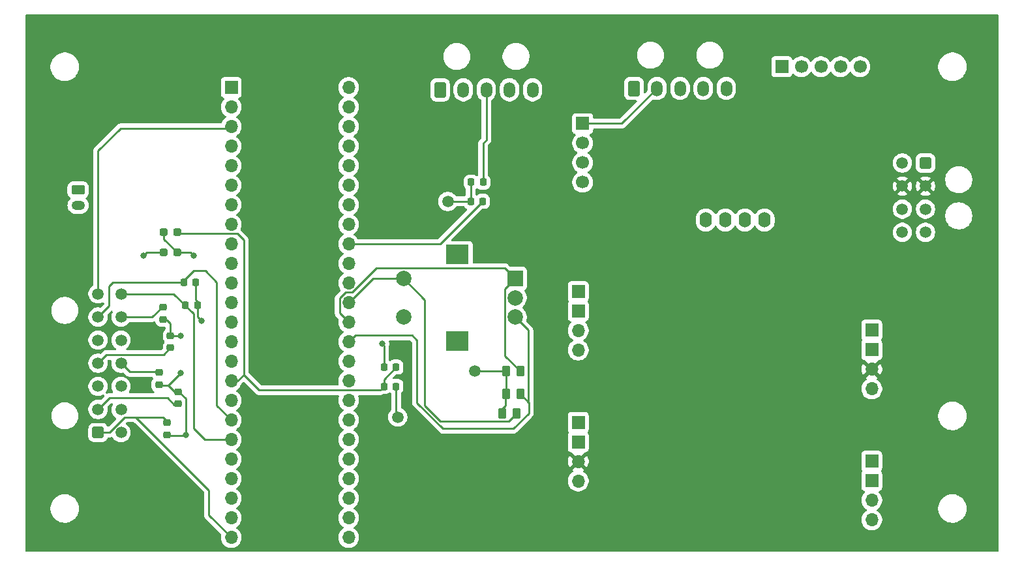
<source format=gtl>
G04 #@! TF.GenerationSoftware,KiCad,Pcbnew,9.0.1*
G04 #@! TF.CreationDate,2025-06-05T12:53:05-07:00*
G04 #@! TF.ProjectId,chop_microcontroller_board,63686f70-5f6d-4696-9372-6f636f6e7472,rev?*
G04 #@! TF.SameCoordinates,Original*
G04 #@! TF.FileFunction,Copper,L1,Top*
G04 #@! TF.FilePolarity,Positive*
%FSLAX46Y46*%
G04 Gerber Fmt 4.6, Leading zero omitted, Abs format (unit mm)*
G04 Created by KiCad (PCBNEW 9.0.1) date 2025-06-05 12:53:05*
%MOMM*%
%LPD*%
G01*
G04 APERTURE LIST*
G04 Aperture macros list*
%AMRoundRect*
0 Rectangle with rounded corners*
0 $1 Rounding radius*
0 $2 $3 $4 $5 $6 $7 $8 $9 X,Y pos of 4 corners*
0 Add a 4 corners polygon primitive as box body*
4,1,4,$2,$3,$4,$5,$6,$7,$8,$9,$2,$3,0*
0 Add four circle primitives for the rounded corners*
1,1,$1+$1,$2,$3*
1,1,$1+$1,$4,$5*
1,1,$1+$1,$6,$7*
1,1,$1+$1,$8,$9*
0 Add four rect primitives between the rounded corners*
20,1,$1+$1,$2,$3,$4,$5,0*
20,1,$1+$1,$4,$5,$6,$7,0*
20,1,$1+$1,$6,$7,$8,$9,0*
20,1,$1+$1,$8,$9,$2,$3,0*%
G04 Aperture macros list end*
G04 #@! TA.AperFunction,ComponentPad*
%ADD10R,1.700000X1.700000*%
G04 #@! TD*
G04 #@! TA.AperFunction,ComponentPad*
%ADD11O,1.700000X1.700000*%
G04 #@! TD*
G04 #@! TA.AperFunction,SMDPad,CuDef*
%ADD12RoundRect,0.218750X0.218750X0.256250X-0.218750X0.256250X-0.218750X-0.256250X0.218750X-0.256250X0*%
G04 #@! TD*
G04 #@! TA.AperFunction,SMDPad,CuDef*
%ADD13RoundRect,0.218750X-0.256250X0.218750X-0.256250X-0.218750X0.256250X-0.218750X0.256250X0.218750X0*%
G04 #@! TD*
G04 #@! TA.AperFunction,SMDPad,CuDef*
%ADD14RoundRect,0.218750X-0.218750X-0.256250X0.218750X-0.256250X0.218750X0.256250X-0.218750X0.256250X0*%
G04 #@! TD*
G04 #@! TA.AperFunction,SMDPad,CuDef*
%ADD15RoundRect,0.218750X0.256250X-0.218750X0.256250X0.218750X-0.256250X0.218750X-0.256250X-0.218750X0*%
G04 #@! TD*
G04 #@! TA.AperFunction,SMDPad,CuDef*
%ADD16RoundRect,0.237500X0.287500X0.237500X-0.287500X0.237500X-0.287500X-0.237500X0.287500X-0.237500X0*%
G04 #@! TD*
G04 #@! TA.AperFunction,ComponentPad*
%ADD17RoundRect,0.250001X-0.499999X-0.759999X0.499999X-0.759999X0.499999X0.759999X-0.499999X0.759999X0*%
G04 #@! TD*
G04 #@! TA.AperFunction,ComponentPad*
%ADD18O,1.500000X2.020000*%
G04 #@! TD*
G04 #@! TA.AperFunction,ComponentPad*
%ADD19RoundRect,0.250000X-0.625000X0.350000X-0.625000X-0.350000X0.625000X-0.350000X0.625000X0.350000X0*%
G04 #@! TD*
G04 #@! TA.AperFunction,ComponentPad*
%ADD20O,1.750000X1.200000*%
G04 #@! TD*
G04 #@! TA.AperFunction,ComponentPad*
%ADD21C,1.700000*%
G04 #@! TD*
G04 #@! TA.AperFunction,SMDPad,CuDef*
%ADD22RoundRect,0.250000X-0.262500X-0.450000X0.262500X-0.450000X0.262500X0.450000X-0.262500X0.450000X0*%
G04 #@! TD*
G04 #@! TA.AperFunction,ComponentPad*
%ADD23RoundRect,0.250001X-0.499999X0.499999X-0.499999X-0.499999X0.499999X-0.499999X0.499999X0.499999X0*%
G04 #@! TD*
G04 #@! TA.AperFunction,ComponentPad*
%ADD24C,1.500000*%
G04 #@! TD*
G04 #@! TA.AperFunction,ComponentPad*
%ADD25RoundRect,0.250001X0.499999X-0.499999X0.499999X0.499999X-0.499999X0.499999X-0.499999X-0.499999X0*%
G04 #@! TD*
G04 #@! TA.AperFunction,ComponentPad*
%ADD26R,2.000000X2.000000*%
G04 #@! TD*
G04 #@! TA.AperFunction,ComponentPad*
%ADD27C,2.000000*%
G04 #@! TD*
G04 #@! TA.AperFunction,ComponentPad*
%ADD28R,3.000000X2.500000*%
G04 #@! TD*
G04 #@! TA.AperFunction,ComponentPad*
%ADD29O,1.600000X2.000000*%
G04 #@! TD*
G04 #@! TA.AperFunction,ViaPad*
%ADD30C,0.800000*%
G04 #@! TD*
G04 #@! TA.AperFunction,ViaPad*
%ADD31C,1.500000*%
G04 #@! TD*
G04 #@! TA.AperFunction,Conductor*
%ADD32C,0.250000*%
G04 #@! TD*
G04 APERTURE END LIST*
D10*
G04 #@! TO.P,U3,1,GND*
G04 #@! TO.N,GNDREF*
X159430000Y-106670000D03*
G04 #@! TO.P,U3,2,GND*
X159430000Y-109210000D03*
D11*
G04 #@! TO.P,U3,3,Vin*
G04 #@! TO.N,+8.4V*
X159430000Y-111750000D03*
G04 #@! TO.P,U3,4,Vin*
G04 #@! TO.N,unconnected-(U3-Vin-Pad4)*
X159430000Y-114290000D03*
D10*
G04 #@! TO.P,U3,5,GND*
G04 #@! TO.N,GNDREF*
X197530000Y-111710000D03*
G04 #@! TO.P,U3,6,GND*
X197530000Y-114250000D03*
D11*
G04 #@! TO.P,U3,7,Vout*
G04 #@! TO.N,+12V*
X197530000Y-116790000D03*
G04 #@! TO.P,U3,8,Vout*
G04 #@! TO.N,unconnected-(U3-Vout-Pad8)*
X197530000Y-119330000D03*
G04 #@! TD*
D12*
G04 #@! TO.P,R16,1*
G04 #@! TO.N,/SDA*
X147030000Y-94990000D03*
G04 #@! TO.P,R16,2*
G04 #@! TO.N,+3.3V*
X145455000Y-94990000D03*
G04 #@! TD*
D13*
G04 #@! TO.P,R3,1*
G04 #@! TO.N,/HL3_CS*
X105000000Y-117212500D03*
G04 #@! TO.P,R3,2*
G04 #@! TO.N,+3.3V*
X105000000Y-118787500D03*
G04 #@! TD*
D14*
G04 #@! TO.P,R30,1*
G04 #@! TO.N,/MOSI_1*
X108212500Y-105500000D03*
G04 #@! TO.P,R30,2*
G04 #@! TO.N,GNDREF*
X109787500Y-105500000D03*
G04 #@! TD*
D15*
G04 #@! TO.P,R2,1*
G04 #@! TO.N,/HL2_CS*
X106500000Y-114002100D03*
G04 #@! TO.P,R2,2*
G04 #@! TO.N,+3.3V*
X106500000Y-112427100D03*
G04 #@! TD*
D16*
G04 #@! TO.P,C3,1*
G04 #@! TO.N,GNDREF*
X107375000Y-101623200D03*
G04 #@! TO.P,C3,2*
G04 #@! TO.N,+3.3V*
X105625000Y-101623200D03*
G04 #@! TD*
D17*
G04 #@! TO.P,J7,1,Pin_1*
G04 #@! TO.N,+5V*
X141500000Y-80500000D03*
D18*
G04 #@! TO.P,J7,2,Pin_2*
G04 #@! TO.N,/SDA*
X144500000Y-80500000D03*
G04 #@! TO.P,J7,3,Pin_3*
G04 #@! TO.N,/SCL*
X147500000Y-80500000D03*
G04 #@! TO.P,J7,4,Pin_4*
G04 #@! TO.N,GNDREF*
X150500000Y-80500000D03*
G04 #@! TO.P,J7,5,Pin_5*
G04 #@! TO.N,/PUMP_PWM_IN*
X153500000Y-80500000D03*
G04 #@! TD*
D19*
G04 #@! TO.P,J14,1,Pin_1*
G04 #@! TO.N,+8.4V*
X94500000Y-93500000D03*
D20*
G04 #@! TO.P,J14,2,Pin_2*
G04 #@! TO.N,GNDREF*
X94500000Y-95500000D03*
G04 #@! TD*
D17*
G04 #@! TO.P,J6,1,Pin_1*
G04 #@! TO.N,/ANALOG_FLOW*
X166650000Y-80320000D03*
D18*
G04 #@! TO.P,J6,2,Pin_2*
G04 #@! TO.N,+5V*
X169650000Y-80320000D03*
G04 #@! TO.P,J6,3,Pin_3*
G04 #@! TO.N,GNDREF*
X172650000Y-80320000D03*
G04 #@! TO.P,J6,4,Pin_4*
G04 #@! TO.N,/SDA*
X175650000Y-80320000D03*
G04 #@! TO.P,J6,5,Pin_5*
G04 #@! TO.N,/SCL*
X178650000Y-80320000D03*
G04 #@! TD*
D16*
G04 #@! TO.P,C4,1*
G04 #@! TO.N,Net-(U1-24_A10_TX6_SCL2)*
X107375000Y-99000000D03*
G04 #@! TO.P,C4,2*
G04 #@! TO.N,GNDREF*
X105625000Y-99000000D03*
G04 #@! TD*
D13*
G04 #@! TO.P,R1,1*
G04 #@! TO.N,/HL1_CS*
X105500000Y-108712500D03*
G04 #@! TO.P,R1,2*
G04 #@! TO.N,+3.3V*
X105500000Y-110287500D03*
G04 #@! TD*
D15*
G04 #@! TO.P,R4,1*
G04 #@! TO.N,/HL4_CS*
X107500000Y-121287500D03*
G04 #@! TO.P,R4,2*
G04 #@! TO.N,+3.3V*
X107500000Y-119712500D03*
G04 #@! TD*
D10*
G04 #@! TO.P,U2,1,GND*
G04 #@! TO.N,GNDREF*
X159430000Y-123670000D03*
G04 #@! TO.P,U2,2,GND*
X159430000Y-126210000D03*
D11*
G04 #@! TO.P,U2,3,Vin*
G04 #@! TO.N,+12V*
X159430000Y-128750000D03*
G04 #@! TO.P,U2,4,Vin*
G04 #@! TO.N,unconnected-(U2-Vin-Pad4)*
X159430000Y-131290000D03*
D10*
G04 #@! TO.P,U2,5,GND*
G04 #@! TO.N,GNDREF*
X197530000Y-128710000D03*
G04 #@! TO.P,U2,6,GND*
X197530000Y-131250000D03*
D11*
G04 #@! TO.P,U2,7,Vout*
G04 #@! TO.N,+24V*
X197530000Y-133790000D03*
G04 #@! TO.P,U2,8,Vout*
G04 #@! TO.N,unconnected-(U2-Vout-Pad8)*
X197530000Y-136330000D03*
G04 #@! TD*
D10*
G04 #@! TO.P,U4,1,Vout*
G04 #@! TO.N,+5V*
X160000000Y-84880000D03*
D21*
G04 #@! TO.P,U4,2,GND*
G04 #@! TO.N,GNDREF*
X160000000Y-87420000D03*
G04 #@! TO.P,U4,3,Vin*
G04 #@! TO.N,+8.4V*
X160000000Y-89960000D03*
G04 #@! TO.P,U4,4,SHDN*
G04 #@! TO.N,unconnected-(U4-SHDN-Pad4)*
X160000000Y-92500000D03*
G04 #@! TD*
D14*
G04 #@! TO.P,R7,1*
G04 #@! TO.N,Net-(U1-24_A10_TX6_SCL2)*
X134212500Y-119010000D03*
G04 #@! TO.P,R7,2*
G04 #@! TO.N,GNDREF*
X135787500Y-119010000D03*
G04 #@! TD*
D22*
G04 #@! TO.P,R18,1*
G04 #@! TO.N,+3.3V*
X150087500Y-117050000D03*
G04 #@! TO.P,R18,2*
G04 #@! TO.N,ENC_A*
X151912500Y-117050000D03*
G04 #@! TD*
D14*
G04 #@! TO.P,R6,1*
G04 #@! TO.N,+8.4V*
X134212500Y-116500000D03*
G04 #@! TO.P,R6,2*
G04 #@! TO.N,Net-(U1-24_A10_TX6_SCL2)*
X135787500Y-116500000D03*
G04 #@! TD*
D23*
G04 #@! TO.P,J12,1,Pin_1*
G04 #@! TO.N,+24V*
X204500000Y-90000000D03*
D24*
G04 #@! TO.P,J12,2,Pin_2*
G04 #@! TO.N,+12V*
X204500000Y-93000000D03*
G04 #@! TO.P,J12,3,Pin_3*
G04 #@! TO.N,+3.3V*
X204500000Y-96000000D03*
G04 #@! TO.P,J12,4,Pin_4*
G04 #@! TO.N,GNDREF*
X204500000Y-99000000D03*
G04 #@! TO.P,J12,5,Pin_5*
G04 #@! TO.N,+24V*
X201500000Y-90000000D03*
G04 #@! TO.P,J12,6,Pin_6*
G04 #@! TO.N,+12V*
X201500000Y-93000000D03*
G04 #@! TO.P,J12,7,Pin_7*
G04 #@! TO.N,+3.3V*
X201500000Y-96000000D03*
G04 #@! TO.P,J12,8,Pin_8*
G04 #@! TO.N,GNDREF*
X201500000Y-99000000D03*
G04 #@! TD*
D14*
G04 #@! TO.P,R33,1*
G04 #@! TO.N,/SCK_1*
X108425000Y-108500000D03*
G04 #@! TO.P,R33,2*
G04 #@! TO.N,GNDREF*
X110000000Y-108500000D03*
G04 #@! TD*
D10*
G04 #@! TO.P,U1,1,GND*
G04 #@! TO.N,GNDREF*
X114380000Y-80200000D03*
D11*
G04 #@! TO.P,U1,2,0_RX1_CRX2_CS1*
G04 #@! TO.N,/HL1_PWM_IN*
X114380000Y-82740000D03*
G04 #@! TO.P,U1,3,1_TX1_CTX2_MISO1*
G04 #@! TO.N,/MISO_1*
X114380000Y-85280000D03*
G04 #@! TO.P,U1,4,2_OUT2*
G04 #@! TO.N,/HL2_PWM_IN*
X114380000Y-87820000D03*
G04 #@! TO.P,U1,5,3_LRCLK2*
G04 #@! TO.N,/HL3_PWM_IN*
X114380000Y-90360000D03*
G04 #@! TO.P,U1,6,4_BCLK2*
G04 #@! TO.N,/HL4_PWM_IN*
X114380000Y-92900000D03*
G04 #@! TO.P,U1,7,5_IN2*
G04 #@! TO.N,unconnected-(U1-5_IN2-Pad7)*
X114380000Y-95440000D03*
G04 #@! TO.P,U1,8,6_OUT1D*
G04 #@! TO.N,unconnected-(U1-6_OUT1D-Pad8)*
X114380000Y-97980000D03*
G04 #@! TO.P,U1,9,7_RX2_OUT1A*
G04 #@! TO.N,unconnected-(U1-7_RX2_OUT1A-Pad9)*
X114380000Y-100520000D03*
G04 #@! TO.P,U1,10,8_TX2_IN1*
G04 #@! TO.N,unconnected-(U1-8_TX2_IN1-Pad10)*
X114380000Y-103060000D03*
G04 #@! TO.P,U1,11,9_OUT1C*
G04 #@! TO.N,unconnected-(U1-9_OUT1C-Pad11)*
X114380000Y-105600000D03*
G04 #@! TO.P,U1,12,10_CS_MQSR*
G04 #@! TO.N,unconnected-(U1-10_CS_MQSR-Pad12)*
X114380000Y-108140000D03*
G04 #@! TO.P,U1,13,11_MOSI_CTX1*
G04 #@! TO.N,unconnected-(U1-11_MOSI_CTX1-Pad13)*
X114380000Y-110680000D03*
G04 #@! TO.P,U1,14,12_MISO_MQSL*
G04 #@! TO.N,unconnected-(U1-12_MISO_MQSL-Pad14)*
X114380000Y-113220000D03*
G04 #@! TO.P,U1,15,3V3*
G04 #@! TO.N,unconnected-(U1-3V3-Pad15)*
X114380000Y-115760000D03*
G04 #@! TO.P,U1,16,24_A10_TX6_SCL2*
G04 #@! TO.N,Net-(U1-24_A10_TX6_SCL2)*
X114380000Y-118300000D03*
G04 #@! TO.P,U1,17,25_A11_RX6_SDA2*
G04 #@! TO.N,unconnected-(U1-25_A11_RX6_SDA2-Pad17)*
X114380000Y-120840000D03*
G04 #@! TO.P,U1,18,26_A12_MOSI1*
G04 #@! TO.N,/MOSI_1*
X114380000Y-123380000D03*
G04 #@! TO.P,U1,19,27_A13_SCK1*
G04 #@! TO.N,/SCK_1*
X114380000Y-125920000D03*
G04 #@! TO.P,U1,20,28_RX7*
G04 #@! TO.N,/HL1_CS*
X114380000Y-128460000D03*
G04 #@! TO.P,U1,21,29_TX7*
G04 #@! TO.N,/HL2_CS*
X114380000Y-131000000D03*
G04 #@! TO.P,U1,22,30_CRX3*
G04 #@! TO.N,/HL3_CS*
X114380000Y-133540000D03*
G04 #@! TO.P,U1,23,31_CTX3*
G04 #@! TO.N,/HL4_CS*
X114380000Y-136080000D03*
G04 #@! TO.P,U1,24,32_OUT1B*
G04 #@! TO.N,/SAFETY_CS*
X114380000Y-138620000D03*
G04 #@! TO.P,U1,25,33_MCLK2*
G04 #@! TO.N,unconnected-(U1-33_MCLK2-Pad25)*
X129620000Y-138620000D03*
G04 #@! TO.P,U1,26,34_RX8*
G04 #@! TO.N,unconnected-(U1-34_RX8-Pad26)*
X129620000Y-136080000D03*
G04 #@! TO.P,U1,27,35_TX8*
G04 #@! TO.N,unconnected-(U1-35_TX8-Pad27)*
X129620000Y-133540000D03*
G04 #@! TO.P,U1,28,36_CS*
G04 #@! TO.N,unconnected-(U1-36_CS-Pad28)*
X129620000Y-131000000D03*
G04 #@! TO.P,U1,29,37_CS*
G04 #@! TO.N,unconnected-(U1-37_CS-Pad29)*
X129620000Y-128460000D03*
G04 #@! TO.P,U1,30,38_CS1_IN1*
G04 #@! TO.N,unconnected-(U1-38_CS1_IN1-Pad30)*
X129620000Y-125920000D03*
G04 #@! TO.P,U1,31,39_MISO1_OUT1A*
G04 #@! TO.N,unconnected-(U1-39_MISO1_OUT1A-Pad31)*
X129620000Y-123380000D03*
G04 #@! TO.P,U1,32,40_A16*
G04 #@! TO.N,unconnected-(U1-40_A16-Pad32)*
X129620000Y-120840000D03*
G04 #@! TO.P,U1,33,41_A17*
G04 #@! TO.N,/ANALOG_FLOW*
X129620000Y-118300000D03*
G04 #@! TO.P,U1,34,GND*
G04 #@! TO.N,GNDREF*
X129620000Y-115760000D03*
G04 #@! TO.P,U1,35,13_SCK_LED*
G04 #@! TO.N,ENC_B*
X129620000Y-113220000D03*
G04 #@! TO.P,U1,36,14_A0_TX3_SPDIF_OUT*
G04 #@! TO.N,ENC_A*
X129620000Y-110680000D03*
G04 #@! TO.P,U1,37,15_A1_RX3_SPDIF_IN*
G04 #@! TO.N,ENC_SW*
X129620000Y-108140000D03*
G04 #@! TO.P,U1,38,16_A2_RX4_SCL1*
G04 #@! TO.N,unconnected-(U1-16_A2_RX4_SCL1-Pad38)*
X129620000Y-105600000D03*
G04 #@! TO.P,U1,39,17_A3_TX4_SDA1*
G04 #@! TO.N,unconnected-(U1-17_A3_TX4_SDA1-Pad39)*
X129620000Y-103060000D03*
G04 #@! TO.P,U1,40,18_A4_SDA*
G04 #@! TO.N,/SDA*
X129620000Y-100520000D03*
G04 #@! TO.P,U1,41,19_A5_SCL*
G04 #@! TO.N,/SCL*
X129620000Y-97980000D03*
G04 #@! TO.P,U1,42,20_A6_TX5_LRCLK1*
G04 #@! TO.N,unconnected-(U1-20_A6_TX5_LRCLK1-Pad42)*
X129620000Y-95440000D03*
G04 #@! TO.P,U1,43,21_A7_RX5_BCLK1*
G04 #@! TO.N,unconnected-(U1-21_A7_RX5_BCLK1-Pad43)*
X129620000Y-92900000D03*
G04 #@! TO.P,U1,44,22_A8_CTX1*
G04 #@! TO.N,/PUMP_PWM_IN*
X129620000Y-90360000D03*
G04 #@! TO.P,U1,45,23_A9_CRX1_MCLK1*
G04 #@! TO.N,unconnected-(U1-23_A9_CRX1_MCLK1-Pad45)*
X129620000Y-87820000D03*
G04 #@! TO.P,U1,46,3V3*
G04 #@! TO.N,+3.3V*
X129620000Y-85280000D03*
G04 #@! TO.P,U1,47,GND*
G04 #@! TO.N,GNDREF*
X129620000Y-82740000D03*
G04 #@! TO.P,U1,48,VIN*
G04 #@! TO.N,+5V*
X129620000Y-80200000D03*
G04 #@! TD*
D12*
G04 #@! TO.P,R17,1*
G04 #@! TO.N,/SCL*
X147075000Y-92500000D03*
G04 #@! TO.P,R17,2*
G04 #@! TO.N,+3.3V*
X145500000Y-92500000D03*
G04 #@! TD*
D22*
G04 #@! TO.P,R20,1*
G04 #@! TO.N,+3.3V*
X149587500Y-122500000D03*
G04 #@! TO.P,R20,2*
G04 #@! TO.N,ENC_SW*
X151412500Y-122500000D03*
G04 #@! TD*
G04 #@! TO.P,R19,1*
G04 #@! TO.N,+3.3V*
X150087500Y-120000000D03*
G04 #@! TO.P,R19,2*
G04 #@! TO.N,ENC_B*
X151912500Y-120000000D03*
G04 #@! TD*
D13*
G04 #@! TO.P,R5,1*
G04 #@! TO.N,/SAFETY_CS*
X106000000Y-123712500D03*
G04 #@! TO.P,R5,2*
G04 #@! TO.N,+3.3V*
X106000000Y-125287500D03*
G04 #@! TD*
D25*
G04 #@! TO.P,J11,1,Pin_1*
G04 #@! TO.N,/SAFETY_CS*
X97085000Y-125000000D03*
D24*
G04 #@! TO.P,J11,2,Pin_2*
G04 #@! TO.N,/HL4_CS*
X97085000Y-122000000D03*
G04 #@! TO.P,J11,3,Pin_3*
G04 #@! TO.N,/HL3_PWM_IN*
X97085000Y-119000000D03*
G04 #@! TO.P,J11,4,Pin_4*
G04 #@! TO.N,/HL2_CS*
X97085000Y-116000000D03*
G04 #@! TO.P,J11,5,Pin_5*
G04 #@! TO.N,/HL1_PWM_IN*
X97085000Y-113000000D03*
G04 #@! TO.P,J11,6,Pin_6*
G04 #@! TO.N,/MOSI_1*
X97085000Y-110000000D03*
G04 #@! TO.P,J11,7,Pin_7*
G04 #@! TO.N,/MISO_1*
X97085000Y-107000000D03*
G04 #@! TO.P,J11,8,Pin_8*
G04 #@! TO.N,unconnected-(J11-Pin_8-Pad8)*
X100085000Y-125000000D03*
G04 #@! TO.P,J11,9,Pin_9*
G04 #@! TO.N,unconnected-(J11-Pin_9-Pad9)*
X100085000Y-122000000D03*
G04 #@! TO.P,J11,10,Pin_10*
G04 #@! TO.N,/HL4_PWM_IN*
X100085000Y-119000000D03*
G04 #@! TO.P,J11,11,Pin_11*
G04 #@! TO.N,/HL3_CS*
X100085000Y-116000000D03*
G04 #@! TO.P,J11,12,Pin_12*
G04 #@! TO.N,/HL2_PWM_IN*
X100085000Y-113000000D03*
G04 #@! TO.P,J11,13,Pin_13*
G04 #@! TO.N,/HL1_CS*
X100085000Y-110000000D03*
G04 #@! TO.P,J11,14,Pin_14*
G04 #@! TO.N,/SCK_1*
X100085000Y-107000000D03*
G04 #@! TD*
D26*
G04 #@! TO.P,J3,A,A*
G04 #@! TO.N,ENC_A*
X151250000Y-105000000D03*
D27*
G04 #@! TO.P,J3,B,B*
G04 #@! TO.N,ENC_B*
X151250000Y-110000000D03*
G04 #@! TO.P,J3,C,C*
G04 #@! TO.N,GNDREF*
X151250000Y-107500000D03*
D28*
G04 #@! TO.P,J3,MP*
G04 #@! TO.N,N/C*
X143750000Y-113100000D03*
X143750000Y-101900000D03*
D27*
G04 #@! TO.P,J3,S1,S1*
G04 #@! TO.N,ENC_SW*
X136750000Y-105000000D03*
G04 #@! TO.P,J3,S2,S2*
G04 #@! TO.N,GNDREF*
X136750000Y-110000000D03*
G04 #@! TD*
D10*
G04 #@! TO.P,J8,1,Pin_1*
G04 #@! TO.N,+5V*
X185840000Y-77500000D03*
D21*
G04 #@! TO.P,J8,2,Pin_2*
G04 #@! TO.N,GNDREF*
X188380000Y-77500000D03*
G04 #@! TO.P,J8,3,Pin_3*
G04 #@! TO.N,/SCL*
X190920000Y-77500000D03*
G04 #@! TO.P,J8,4,Pin_4*
G04 #@! TO.N,/SDA*
X193460000Y-77500000D03*
G04 #@! TO.P,J8,5,Pin_5*
G04 #@! TO.N,unconnected-(J8-Pin_5-Pad5)*
X196000000Y-77500000D03*
G04 #@! TD*
D29*
G04 #@! TO.P,J2,1,Pin_1*
G04 #@! TO.N,GNDREF*
X183620000Y-97400000D03*
G04 #@! TO.P,J2,2,Pin_2*
G04 #@! TO.N,+3.3V*
X181080000Y-97400000D03*
G04 #@! TO.P,J2,3,Pin_3*
G04 #@! TO.N,/SDA*
X178540000Y-97400000D03*
G04 #@! TO.P,J2,4,Pin_4*
G04 #@! TO.N,/SCL*
X176000000Y-97400000D03*
G04 #@! TD*
D30*
G04 #@! TO.N,GNDREF*
X110500000Y-110500000D03*
D31*
X136000000Y-123000000D03*
D30*
X109500000Y-102000000D03*
G04 #@! TO.N,+3.3V*
X107836600Y-117260900D03*
X107777800Y-112427100D03*
X103000000Y-102000000D03*
X108470700Y-125305000D03*
D31*
X146000000Y-117000000D03*
X142500000Y-95000000D03*
D30*
G04 #@! TO.N,+8.4V*
X134000000Y-113500000D03*
G04 #@! TD*
D32*
G04 #@! TO.N,/MISO_1*
X100000000Y-85500000D02*
X114160000Y-85500000D01*
X114160000Y-85500000D02*
X114380000Y-85280000D01*
X97085000Y-107000000D02*
X97085000Y-88415000D01*
X97085000Y-88415000D02*
X100000000Y-85500000D01*
G04 #@! TO.N,GNDREF*
X109123200Y-101623200D02*
X109500000Y-102000000D01*
X107375000Y-101623200D02*
X109123200Y-101623200D01*
X110000000Y-108500000D02*
X110000000Y-110000000D01*
X105625000Y-99000000D02*
X105625000Y-99873200D01*
X110000000Y-108000000D02*
X109787500Y-107787500D01*
X135787500Y-122787500D02*
X136000000Y-123000000D01*
X105625000Y-99873200D02*
X107375000Y-101623200D01*
X110000000Y-108500000D02*
X110000000Y-108000000D01*
X110000000Y-110000000D02*
X110500000Y-110500000D01*
X109787500Y-107787500D02*
X109787500Y-105500000D01*
X135787500Y-119010000D02*
X135787500Y-122787500D01*
G04 #@! TO.N,ENC_A*
X128444000Y-109504000D02*
X128444000Y-107556000D01*
X129620000Y-110680000D02*
X128444000Y-109504000D01*
X130107116Y-106776000D02*
X133209116Y-103674000D01*
X151250000Y-105000000D02*
X149924000Y-106326000D01*
X129224000Y-106776000D02*
X130107116Y-106776000D01*
X149924000Y-115061500D02*
X151912500Y-117050000D01*
X149924000Y-103674000D02*
X151250000Y-105000000D01*
X128444000Y-107556000D02*
X129224000Y-106776000D01*
X133209116Y-103674000D02*
X149924000Y-103674000D01*
X149924000Y-106326000D02*
X149924000Y-115061500D01*
G04 #@! TO.N,ENC_B*
X151250000Y-110000000D02*
X152956250Y-111706250D01*
X152956250Y-111706250D02*
X152956250Y-121043750D01*
X151912500Y-120000000D02*
X152956250Y-121043750D01*
X152956250Y-121043750D02*
X153000000Y-121087500D01*
X138500000Y-113000000D02*
X137870000Y-112370000D01*
X151000000Y-124500000D02*
X141862190Y-124500000D01*
X137870000Y-112370000D02*
X130470000Y-112370000D01*
X153000000Y-121087500D02*
X153000000Y-122500000D01*
X130470000Y-112370000D02*
X129620000Y-113220000D01*
X138500000Y-121137810D02*
X138500000Y-113000000D01*
X141862190Y-124500000D02*
X138500000Y-121137810D01*
X153000000Y-122500000D02*
X151000000Y-124500000D01*
G04 #@! TO.N,ENC_SW*
X139500000Y-121500000D02*
X139500000Y-107750000D01*
X141526000Y-123526000D02*
X139500000Y-121500000D01*
X151412500Y-122500000D02*
X150386500Y-123526000D01*
X139500000Y-107750000D02*
X136750000Y-105000000D01*
X132760000Y-105000000D02*
X136750000Y-105000000D01*
X129620000Y-108140000D02*
X132760000Y-105000000D01*
X150386500Y-123526000D02*
X141526000Y-123526000D01*
G04 #@! TO.N,/SCL*
X147075000Y-92500000D02*
X147075000Y-87425000D01*
X147500000Y-87000000D02*
X147500000Y-80500000D01*
X147075000Y-87425000D02*
X147500000Y-87000000D01*
G04 #@! TO.N,/SDA*
X147030000Y-94990000D02*
X141500000Y-100520000D01*
X141500000Y-100520000D02*
X129620000Y-100520000D01*
G04 #@! TO.N,/MOSI_1*
X112500000Y-121500000D02*
X112500000Y-105500000D01*
X114380000Y-123380000D02*
X112500000Y-121500000D01*
X99000000Y-105500000D02*
X108212500Y-105500000D01*
X111000000Y-104000000D02*
X109500000Y-104000000D01*
X98500000Y-106000000D02*
X99000000Y-105500000D01*
X97085000Y-110000000D02*
X98500000Y-108585000D01*
X98500000Y-108585000D02*
X98500000Y-106000000D01*
X112500000Y-105500000D02*
X111000000Y-104000000D01*
X108212500Y-105287500D02*
X108212500Y-105500000D01*
X109500000Y-104000000D02*
X108212500Y-105287500D01*
G04 #@! TO.N,/SCK_1*
X109500000Y-109575000D02*
X109500000Y-124500000D01*
X109500000Y-124500000D02*
X110920000Y-125920000D01*
X100085000Y-107000000D02*
X106925000Y-107000000D01*
X106925000Y-107000000D02*
X109500000Y-109575000D01*
X110920000Y-125920000D02*
X114380000Y-125920000D01*
G04 #@! TO.N,Net-(U1-24_A10_TX6_SCL2)*
X134212500Y-118075000D02*
X135787500Y-116500000D01*
X115156000Y-99156000D02*
X116000000Y-100000000D01*
X116000000Y-117500000D02*
X115200000Y-118300000D01*
X134212500Y-119010000D02*
X134212500Y-118075000D01*
X118000000Y-119500000D02*
X116000000Y-117500000D01*
X107375000Y-99000000D02*
X107531000Y-99156000D01*
X115200000Y-118300000D02*
X114380000Y-118300000D01*
X116000000Y-100000000D02*
X116000000Y-117500000D01*
X107531000Y-99156000D02*
X115156000Y-99156000D01*
X134212500Y-119010000D02*
X133722500Y-119500000D01*
X133722500Y-119500000D02*
X118000000Y-119500000D01*
G04 #@! TO.N,+5V*
X165090000Y-84880000D02*
X169650000Y-80320000D01*
X160000000Y-84880000D02*
X165090000Y-84880000D01*
G04 #@! TO.N,+3.3V*
X106250000Y-118875000D02*
X106250000Y-118847500D01*
X107777800Y-112427100D02*
X106500000Y-112427100D01*
X149500000Y-122500000D02*
X149500000Y-122000000D01*
X108470700Y-125305000D02*
X108470700Y-120595700D01*
X150000000Y-121500000D02*
X150000000Y-120000000D01*
X106500000Y-110852500D02*
X106500000Y-112427100D01*
X108470700Y-120595700D02*
X107500000Y-119625000D01*
X142510000Y-94990000D02*
X142500000Y-95000000D01*
X108400700Y-125375000D02*
X108470700Y-125305000D01*
X145455000Y-94990000D02*
X145455000Y-92545000D01*
X150087500Y-117050000D02*
X150087500Y-120000000D01*
X107000000Y-119625000D02*
X107500000Y-119625000D01*
X105625000Y-101623200D02*
X103376800Y-101623200D01*
X105000000Y-118875000D02*
X106250000Y-118875000D01*
X146050000Y-117050000D02*
X150087500Y-117050000D01*
X149500000Y-122000000D02*
X150000000Y-121500000D01*
X106250000Y-118847500D02*
X107836600Y-117260900D01*
X146000000Y-117000000D02*
X146050000Y-117050000D01*
X106250000Y-118875000D02*
X107000000Y-119625000D01*
X145455000Y-94990000D02*
X142510000Y-94990000D01*
X145455000Y-92545000D02*
X145500000Y-92500000D01*
X106022500Y-110375000D02*
X106500000Y-110852500D01*
X103376800Y-101623200D02*
X103000000Y-102000000D01*
X106000000Y-125375000D02*
X108400700Y-125375000D01*
X105500000Y-110375000D02*
X106022500Y-110375000D01*
G04 #@! TO.N,/SAFETY_CS*
X111500000Y-135740000D02*
X114380000Y-138620000D01*
X98563306Y-125000000D02*
X100563306Y-123000000D01*
X102000000Y-123000000D02*
X111500000Y-132500000D01*
X111500000Y-132500000D02*
X111500000Y-135740000D01*
X100563306Y-123000000D02*
X102000000Y-123000000D01*
X106000000Y-123625000D02*
X106000000Y-123497000D01*
X106000000Y-123497000D02*
X105503000Y-123000000D01*
X97085000Y-125000000D02*
X98563306Y-125000000D01*
X102000000Y-123000000D02*
X105503000Y-123000000D01*
G04 #@! TO.N,/HL4_CS*
X106125000Y-120500000D02*
X98585000Y-120500000D01*
X98585000Y-120500000D02*
X97085000Y-122000000D01*
X107000000Y-121375000D02*
X106125000Y-120500000D01*
X107500000Y-121375000D02*
X107000000Y-121375000D01*
G04 #@! TO.N,/HL2_CS*
X105578100Y-114924000D02*
X106500000Y-114002100D01*
X98161000Y-114924000D02*
X105578100Y-114924000D01*
X97085000Y-116000000D02*
X98161000Y-114924000D01*
G04 #@! TO.N,/HL3_CS*
X101210000Y-117125000D02*
X100085000Y-116000000D01*
X105000000Y-117125000D02*
X101210000Y-117125000D01*
G04 #@! TO.N,/HL1_CS*
X100085000Y-110000000D02*
X104125000Y-110000000D01*
X104125000Y-110000000D02*
X105500000Y-108625000D01*
G04 #@! TO.N,+8.4V*
X134212500Y-116500000D02*
X134212500Y-113712500D01*
X134212500Y-113712500D02*
X134000000Y-113500000D01*
G04 #@! TD*
G04 #@! TA.AperFunction,Conductor*
G04 #@! TO.N,+12V*
G36*
X213936400Y-70694462D02*
G01*
X213990938Y-70749000D01*
X214010900Y-70823500D01*
X214010900Y-140304500D01*
X213990938Y-140379000D01*
X213936400Y-140433538D01*
X213861900Y-140453500D01*
X87804900Y-140453500D01*
X87730400Y-140433538D01*
X87675862Y-140379000D01*
X87655900Y-140304500D01*
X87655900Y-134743706D01*
X90918900Y-134743706D01*
X90918900Y-134986293D01*
X90950560Y-135226781D01*
X90950561Y-135226787D01*
X90950562Y-135226789D01*
X91010427Y-135450208D01*
X91013347Y-135461103D01*
X91039628Y-135524551D01*
X91106176Y-135685212D01*
X91227464Y-135895289D01*
X91375135Y-136087738D01*
X91546662Y-136259265D01*
X91739111Y-136406936D01*
X91949188Y-136528224D01*
X92173300Y-136621054D01*
X92407611Y-136683838D01*
X92407617Y-136683838D01*
X92407618Y-136683839D01*
X92473000Y-136692446D01*
X92648112Y-136715500D01*
X92890688Y-136715500D01*
X93131189Y-136683838D01*
X93365500Y-136621054D01*
X93589612Y-136528224D01*
X93799689Y-136406936D01*
X93992138Y-136259265D01*
X94163665Y-136087738D01*
X94311336Y-135895289D01*
X94432624Y-135685212D01*
X94525454Y-135461100D01*
X94588238Y-135226789D01*
X94619900Y-134986288D01*
X94619900Y-134743712D01*
X94588238Y-134503211D01*
X94525454Y-134268900D01*
X94432624Y-134044788D01*
X94311336Y-133834711D01*
X94163665Y-133642262D01*
X93992138Y-133470735D01*
X93799689Y-133323064D01*
X93710520Y-133271582D01*
X93589616Y-133201778D01*
X93589614Y-133201777D01*
X93589612Y-133201776D01*
X93458332Y-133147398D01*
X93365503Y-133108947D01*
X93365501Y-133108946D01*
X93365500Y-133108946D01*
X93131189Y-133046162D01*
X93131187Y-133046161D01*
X93131181Y-133046160D01*
X92890693Y-133014500D01*
X92890688Y-133014500D01*
X92648112Y-133014500D01*
X92648106Y-133014500D01*
X92407618Y-133046160D01*
X92173296Y-133108947D01*
X91949183Y-133201778D01*
X91739112Y-133323063D01*
X91739111Y-133323064D01*
X91546662Y-133470735D01*
X91546660Y-133470736D01*
X91546656Y-133470740D01*
X91375140Y-133642256D01*
X91375136Y-133642260D01*
X91375135Y-133642262D01*
X91372047Y-133646287D01*
X91227463Y-133834712D01*
X91106178Y-134044783D01*
X91013347Y-134268896D01*
X90950560Y-134503218D01*
X90918900Y-134743706D01*
X87655900Y-134743706D01*
X87655900Y-122725262D01*
X91014500Y-122725262D01*
X91014500Y-122954737D01*
X91044450Y-123182229D01*
X91044450Y-123182232D01*
X91103840Y-123403883D01*
X91103840Y-123403884D01*
X91191658Y-123615892D01*
X91238049Y-123696243D01*
X91305495Y-123813064D01*
X91306391Y-123814615D01*
X91306391Y-123814616D01*
X91413214Y-123953828D01*
X91446081Y-123996661D01*
X91608339Y-124158919D01*
X91790388Y-124298611D01*
X91989112Y-124413344D01*
X92168062Y-124487467D01*
X92201115Y-124501159D01*
X92271362Y-124519981D01*
X92422762Y-124560548D01*
X92422766Y-124560548D01*
X92422768Y-124560549D01*
X92478324Y-124567863D01*
X92650263Y-124590499D01*
X92650264Y-124590500D01*
X92650266Y-124590500D01*
X92879736Y-124590500D01*
X92879736Y-124590499D01*
X93107230Y-124560549D01*
X93107232Y-124560549D01*
X93107233Y-124560548D01*
X93107238Y-124560548D01*
X93328883Y-124501159D01*
X93328884Y-124501159D01*
X93328885Y-124501158D01*
X93328887Y-124501158D01*
X93540888Y-124413344D01*
X93739612Y-124298611D01*
X93921661Y-124158919D01*
X94083919Y-123996661D01*
X94223611Y-123814612D01*
X94338344Y-123615888D01*
X94426158Y-123403887D01*
X94485548Y-123182238D01*
X94515500Y-122954734D01*
X94515500Y-122725266D01*
X94485548Y-122497762D01*
X94444508Y-122344598D01*
X94426159Y-122276116D01*
X94426159Y-122276115D01*
X94388563Y-122185351D01*
X94338344Y-122064112D01*
X94223611Y-121865388D01*
X94223608Y-121865384D01*
X94223608Y-121865383D01*
X94102206Y-121707171D01*
X94083919Y-121683339D01*
X93921661Y-121521081D01*
X93829366Y-121450260D01*
X93739615Y-121381391D01*
X93699814Y-121358412D01*
X93603855Y-121303010D01*
X93540892Y-121266658D01*
X93540890Y-121266657D01*
X93540888Y-121266656D01*
X93450657Y-121229281D01*
X93328884Y-121178840D01*
X93107231Y-121119450D01*
X92879737Y-121089500D01*
X92879734Y-121089500D01*
X92650266Y-121089500D01*
X92650262Y-121089500D01*
X92422770Y-121119450D01*
X92422767Y-121119450D01*
X92201116Y-121178840D01*
X92201115Y-121178840D01*
X91989107Y-121266658D01*
X91790384Y-121381391D01*
X91790383Y-121381391D01*
X91608338Y-121521081D01*
X91446081Y-121683338D01*
X91306391Y-121865383D01*
X91306391Y-121865384D01*
X91191658Y-122064107D01*
X91103840Y-122276115D01*
X91103840Y-122276116D01*
X91044450Y-122497767D01*
X91044450Y-122497770D01*
X91014500Y-122725262D01*
X87655900Y-122725262D01*
X87655900Y-112901583D01*
X95834500Y-112901583D01*
X95834500Y-113098417D01*
X95865291Y-113292826D01*
X95926116Y-113480025D01*
X95926119Y-113480030D01*
X95926121Y-113480036D01*
X95954760Y-113536243D01*
X96015476Y-113655405D01*
X96131172Y-113814646D01*
X96270354Y-113953828D01*
X96429595Y-114069524D01*
X96604975Y-114158884D01*
X96792174Y-114219709D01*
X96986583Y-114250500D01*
X96986588Y-114250500D01*
X97183412Y-114250500D01*
X97183417Y-114250500D01*
X97377826Y-114219709D01*
X97565025Y-114158884D01*
X97740405Y-114069524D01*
X97899646Y-113953828D01*
X98038828Y-113814646D01*
X98154524Y-113655405D01*
X98243884Y-113480025D01*
X98304709Y-113292826D01*
X98335500Y-113098417D01*
X98335500Y-112901583D01*
X98304709Y-112707174D01*
X98243884Y-112519975D01*
X98154524Y-112344595D01*
X98038828Y-112185354D01*
X97899646Y-112046172D01*
X97740405Y-111930476D01*
X97685130Y-111902312D01*
X97565036Y-111841121D01*
X97565030Y-111841119D01*
X97565025Y-111841116D01*
X97377826Y-111780291D01*
X97183417Y-111749500D01*
X96986583Y-111749500D01*
X96792187Y-111780289D01*
X96792174Y-111780291D01*
X96640861Y-111829456D01*
X96604975Y-111841116D01*
X96604972Y-111841117D01*
X96604963Y-111841121D01*
X96429598Y-111930474D01*
X96429593Y-111930477D01*
X96270363Y-112046165D01*
X96270352Y-112046174D01*
X96131174Y-112185352D01*
X96131165Y-112185363D01*
X96015477Y-112344593D01*
X96015474Y-112344598D01*
X95926121Y-112519963D01*
X95926117Y-112519972D01*
X95926116Y-112519975D01*
X95865291Y-112707174D01*
X95834500Y-112901583D01*
X87655900Y-112901583D01*
X87655900Y-109025262D01*
X91014500Y-109025262D01*
X91014500Y-109254737D01*
X91044450Y-109482229D01*
X91044450Y-109482232D01*
X91103840Y-109703883D01*
X91103840Y-109703884D01*
X91154597Y-109826420D01*
X91186210Y-109902741D01*
X91191658Y-109915892D01*
X91224157Y-109972181D01*
X91302492Y-110107863D01*
X91306391Y-110114615D01*
X91306391Y-110114616D01*
X91443138Y-110292826D01*
X91446081Y-110296661D01*
X91608339Y-110458919D01*
X91666826Y-110503798D01*
X91757940Y-110573713D01*
X91790388Y-110598611D01*
X91989112Y-110713344D01*
X92150171Y-110780057D01*
X92201115Y-110801159D01*
X92297095Y-110826876D01*
X92422762Y-110860548D01*
X92422766Y-110860548D01*
X92422768Y-110860549D01*
X92492692Y-110869754D01*
X92650263Y-110890499D01*
X92650264Y-110890500D01*
X92650266Y-110890500D01*
X92879736Y-110890500D01*
X92879736Y-110890499D01*
X93107230Y-110860549D01*
X93107232Y-110860549D01*
X93107233Y-110860548D01*
X93107238Y-110860548D01*
X93328883Y-110801159D01*
X93328884Y-110801159D01*
X93328885Y-110801158D01*
X93328887Y-110801158D01*
X93540888Y-110713344D01*
X93739612Y-110598611D01*
X93921661Y-110458919D01*
X94083919Y-110296661D01*
X94223611Y-110114612D01*
X94338344Y-109915888D01*
X94426158Y-109703887D01*
X94485548Y-109482238D01*
X94515500Y-109254734D01*
X94515500Y-109025266D01*
X94485548Y-108797762D01*
X94426158Y-108576113D01*
X94338344Y-108364112D01*
X94223611Y-108165388D01*
X94223608Y-108165384D01*
X94223608Y-108165383D01*
X94105893Y-108011976D01*
X94083919Y-107983339D01*
X93921661Y-107821081D01*
X93887162Y-107794609D01*
X93739615Y-107681391D01*
X93729789Y-107675718D01*
X93629969Y-107618087D01*
X93540892Y-107566658D01*
X93540890Y-107566657D01*
X93540888Y-107566656D01*
X93448552Y-107528409D01*
X93328884Y-107478840D01*
X93107231Y-107419450D01*
X92879737Y-107389500D01*
X92879734Y-107389500D01*
X92650266Y-107389500D01*
X92650262Y-107389500D01*
X92422770Y-107419450D01*
X92422767Y-107419450D01*
X92201116Y-107478840D01*
X92201115Y-107478840D01*
X91989107Y-107566658D01*
X91790384Y-107681391D01*
X91790383Y-107681391D01*
X91608338Y-107821081D01*
X91446081Y-107983338D01*
X91306391Y-108165383D01*
X91306391Y-108165384D01*
X91191658Y-108364107D01*
X91103840Y-108576115D01*
X91103840Y-108576116D01*
X91044450Y-108797767D01*
X91044450Y-108797770D01*
X91014500Y-109025262D01*
X87655900Y-109025262D01*
X87655900Y-106901583D01*
X95834500Y-106901583D01*
X95834500Y-107098417D01*
X95865291Y-107292826D01*
X95926116Y-107480025D01*
X95926119Y-107480030D01*
X95926121Y-107480036D01*
X95970884Y-107567888D01*
X96015476Y-107655405D01*
X96131172Y-107814646D01*
X96270354Y-107953828D01*
X96429595Y-108069524D01*
X96604975Y-108158884D01*
X96792174Y-108219709D01*
X96986583Y-108250500D01*
X96986588Y-108250500D01*
X97183412Y-108250500D01*
X97183417Y-108250500D01*
X97377826Y-108219709D01*
X97565025Y-108158884D01*
X97657858Y-108111583D01*
X97691893Y-108104348D01*
X97725500Y-108095344D01*
X97729373Y-108096381D01*
X97733297Y-108095548D01*
X97766386Y-108106299D01*
X97800000Y-108115306D01*
X97802836Y-108118142D01*
X97806651Y-108119382D01*
X97829932Y-108145238D01*
X97854538Y-108169844D01*
X97855576Y-108173718D01*
X97858260Y-108176699D01*
X97874500Y-108244344D01*
X97874500Y-108264191D01*
X97854538Y-108338691D01*
X97830859Y-108369550D01*
X97468018Y-108732390D01*
X97401223Y-108770954D01*
X97339351Y-108774197D01*
X97304249Y-108768637D01*
X97183417Y-108749500D01*
X96986583Y-108749500D01*
X96792174Y-108780291D01*
X96718686Y-108804169D01*
X96604975Y-108841116D01*
X96604972Y-108841117D01*
X96604963Y-108841121D01*
X96429598Y-108930474D01*
X96429593Y-108930477D01*
X96270363Y-109046165D01*
X96270352Y-109046174D01*
X96131174Y-109185352D01*
X96131165Y-109185363D01*
X96015477Y-109344593D01*
X96015474Y-109344598D01*
X95926121Y-109519963D01*
X95926117Y-109519972D01*
X95926116Y-109519975D01*
X95865291Y-109707174D01*
X95834500Y-109901583D01*
X95834500Y-110098417D01*
X95865291Y-110292826D01*
X95926116Y-110480025D01*
X95926119Y-110480030D01*
X95926121Y-110480036D01*
X95986538Y-110598611D01*
X96015476Y-110655405D01*
X96131172Y-110814646D01*
X96270354Y-110953828D01*
X96429595Y-111069524D01*
X96604975Y-111158884D01*
X96792174Y-111219709D01*
X96986583Y-111250500D01*
X96986588Y-111250500D01*
X97183412Y-111250500D01*
X97183417Y-111250500D01*
X97377826Y-111219709D01*
X97565025Y-111158884D01*
X97740405Y-111069524D01*
X97899646Y-110953828D01*
X98038828Y-110814646D01*
X98154524Y-110655405D01*
X98243884Y-110480025D01*
X98304709Y-110292826D01*
X98335500Y-110098417D01*
X98335500Y-109901583D01*
X98310802Y-109745644D01*
X98318865Y-109668941D01*
X98352607Y-109616981D01*
X98755917Y-109213671D01*
X98822710Y-109175109D01*
X98899838Y-109175109D01*
X98966633Y-109213673D01*
X99005197Y-109280468D01*
X99005197Y-109357596D01*
X98994034Y-109386676D01*
X98926121Y-109519963D01*
X98926117Y-109519972D01*
X98926116Y-109519975D01*
X98865291Y-109707174D01*
X98834500Y-109901583D01*
X98834500Y-110098417D01*
X98865291Y-110292826D01*
X98926116Y-110480025D01*
X98926119Y-110480030D01*
X98926121Y-110480036D01*
X98986538Y-110598611D01*
X99015476Y-110655405D01*
X99131172Y-110814646D01*
X99270354Y-110953828D01*
X99429595Y-111069524D01*
X99604975Y-111158884D01*
X99792174Y-111219709D01*
X99986583Y-111250500D01*
X99986588Y-111250500D01*
X100183412Y-111250500D01*
X100183417Y-111250500D01*
X100377826Y-111219709D01*
X100565025Y-111158884D01*
X100740405Y-111069524D01*
X100899646Y-110953828D01*
X101038828Y-110814646D01*
X101131628Y-110686919D01*
X101191568Y-110638381D01*
X101252171Y-110625500D01*
X104186603Y-110625500D01*
X104186607Y-110625500D01*
X104247029Y-110613481D01*
X104307452Y-110601463D01*
X104352083Y-110582975D01*
X104360299Y-110580631D01*
X104390597Y-110580138D01*
X104420643Y-110576182D01*
X104428698Y-110579518D01*
X104437417Y-110579377D01*
X104463903Y-110594100D01*
X104491901Y-110605697D01*
X104497209Y-110612614D01*
X104504830Y-110616851D01*
X104520405Y-110642844D01*
X104538854Y-110666886D01*
X104542634Y-110677039D01*
X104587451Y-110812287D01*
X104675719Y-110955391D01*
X104794609Y-111074281D01*
X104937713Y-111162549D01*
X105097315Y-111215436D01*
X105195826Y-111225500D01*
X105195830Y-111225500D01*
X105725500Y-111225500D01*
X105800000Y-111245462D01*
X105854538Y-111300000D01*
X105874500Y-111374500D01*
X105874500Y-111507882D01*
X105854538Y-111582382D01*
X105803723Y-111634697D01*
X105794609Y-111640318D01*
X105675718Y-111759210D01*
X105587451Y-111902312D01*
X105587451Y-111902313D01*
X105534564Y-112061913D01*
X105534564Y-112061915D01*
X105524500Y-112160426D01*
X105524500Y-112693774D01*
X105529628Y-112743966D01*
X105534564Y-112792286D01*
X105545274Y-112824607D01*
X105581000Y-112932420D01*
X105587451Y-112951886D01*
X105587451Y-112951887D01*
X105675719Y-113094991D01*
X105675720Y-113094992D01*
X105689971Y-113109244D01*
X105728534Y-113176039D01*
X105728532Y-113253168D01*
X105689971Y-113319956D01*
X105675719Y-113334208D01*
X105587451Y-113477312D01*
X105587451Y-113477313D01*
X105534564Y-113636913D01*
X105534564Y-113636914D01*
X105534564Y-113636915D01*
X105525121Y-113729354D01*
X105524500Y-113735430D01*
X105524500Y-114031291D01*
X105519423Y-114050238D01*
X105519423Y-114069854D01*
X105509615Y-114086840D01*
X105504538Y-114105791D01*
X105480859Y-114136649D01*
X105362651Y-114254858D01*
X105295857Y-114293423D01*
X105257292Y-114298500D01*
X100883820Y-114298500D01*
X100809320Y-114278538D01*
X100754782Y-114224000D01*
X100734820Y-114149500D01*
X100754782Y-114075000D01*
X100796240Y-114028957D01*
X100899646Y-113953828D01*
X101038828Y-113814646D01*
X101154524Y-113655405D01*
X101243884Y-113480025D01*
X101304709Y-113292826D01*
X101335500Y-113098417D01*
X101335500Y-112901583D01*
X101304709Y-112707174D01*
X101243884Y-112519975D01*
X101154524Y-112344595D01*
X101038828Y-112185354D01*
X100899646Y-112046172D01*
X100740405Y-111930476D01*
X100685130Y-111902312D01*
X100565036Y-111841121D01*
X100565030Y-111841119D01*
X100565025Y-111841116D01*
X100377826Y-111780291D01*
X100183417Y-111749500D01*
X99986583Y-111749500D01*
X99792187Y-111780289D01*
X99792174Y-111780291D01*
X99640861Y-111829456D01*
X99604975Y-111841116D01*
X99604972Y-111841117D01*
X99604963Y-111841121D01*
X99429598Y-111930474D01*
X99429593Y-111930477D01*
X99270363Y-112046165D01*
X99270352Y-112046174D01*
X99131174Y-112185352D01*
X99131165Y-112185363D01*
X99015477Y-112344593D01*
X99015474Y-112344598D01*
X98926121Y-112519963D01*
X98926117Y-112519972D01*
X98926116Y-112519975D01*
X98865291Y-112707174D01*
X98834500Y-112901583D01*
X98834500Y-113098417D01*
X98865291Y-113292826D01*
X98926116Y-113480025D01*
X98926119Y-113480030D01*
X98926121Y-113480036D01*
X98954760Y-113536243D01*
X99015476Y-113655405D01*
X99131172Y-113814646D01*
X99270354Y-113953828D01*
X99297784Y-113973757D01*
X99373760Y-114028957D01*
X99422298Y-114088896D01*
X99434364Y-114165075D01*
X99406723Y-114237080D01*
X99346784Y-114285618D01*
X99286180Y-114298500D01*
X98099392Y-114298500D01*
X98038970Y-114310517D01*
X98038971Y-114310518D01*
X97978548Y-114322536D01*
X97978546Y-114322537D01*
X97934809Y-114340653D01*
X97934796Y-114340658D01*
X97931397Y-114342067D01*
X97864715Y-114369688D01*
X97864714Y-114369689D01*
X97843402Y-114383929D01*
X97843394Y-114383933D01*
X97762270Y-114438139D01*
X97762263Y-114438145D01*
X97675139Y-114525270D01*
X97468018Y-114732390D01*
X97401223Y-114770954D01*
X97339351Y-114774197D01*
X97304249Y-114768637D01*
X97183417Y-114749500D01*
X96986583Y-114749500D01*
X96798715Y-114779255D01*
X96792174Y-114780291D01*
X96705649Y-114808405D01*
X96604975Y-114841116D01*
X96604972Y-114841117D01*
X96604963Y-114841121D01*
X96429598Y-114930474D01*
X96429593Y-114930477D01*
X96270363Y-115046165D01*
X96270352Y-115046174D01*
X96131174Y-115185352D01*
X96131165Y-115185363D01*
X96015477Y-115344593D01*
X96015474Y-115344598D01*
X95926121Y-115519963D01*
X95926114Y-115519981D01*
X95919103Y-115541558D01*
X95865291Y-115707174D01*
X95834500Y-115901583D01*
X95834500Y-116098417D01*
X95865291Y-116292826D01*
X95926116Y-116480025D01*
X95926119Y-116480030D01*
X95926121Y-116480036D01*
X95967597Y-116561437D01*
X96015476Y-116655405D01*
X96131172Y-116814646D01*
X96270354Y-116953828D01*
X96429595Y-117069524D01*
X96604975Y-117158884D01*
X96792174Y-117219709D01*
X96986583Y-117250500D01*
X96986588Y-117250500D01*
X97183412Y-117250500D01*
X97183417Y-117250500D01*
X97377826Y-117219709D01*
X97565025Y-117158884D01*
X97740405Y-117069524D01*
X97899646Y-116953828D01*
X98038828Y-116814646D01*
X98154524Y-116655405D01*
X98243884Y-116480025D01*
X98304709Y-116292826D01*
X98335500Y-116098417D01*
X98335500Y-115901583D01*
X98310802Y-115745644D01*
X98314045Y-115714792D01*
X98314046Y-115683771D01*
X98318031Y-115676867D01*
X98318865Y-115668941D01*
X98352608Y-115616981D01*
X98376451Y-115593138D01*
X98443246Y-115554576D01*
X98481807Y-115549500D01*
X98715807Y-115549500D01*
X98790307Y-115569462D01*
X98844845Y-115624000D01*
X98864807Y-115698500D01*
X98862973Y-115721808D01*
X98834500Y-115901583D01*
X98834500Y-116098417D01*
X98865291Y-116292826D01*
X98926116Y-116480025D01*
X98926119Y-116480030D01*
X98926121Y-116480036D01*
X98967597Y-116561437D01*
X99015476Y-116655405D01*
X99131172Y-116814646D01*
X99270354Y-116953828D01*
X99429595Y-117069524D01*
X99604975Y-117158884D01*
X99792174Y-117219709D01*
X99986583Y-117250500D01*
X99986588Y-117250500D01*
X100183412Y-117250500D01*
X100183417Y-117250500D01*
X100339354Y-117225802D01*
X100416057Y-117233865D01*
X100468019Y-117267609D01*
X100720396Y-117519986D01*
X100720403Y-117519994D01*
X100724142Y-117523733D01*
X100811267Y-117610858D01*
X100811270Y-117610860D01*
X100913706Y-117679306D01*
X100913710Y-117679308D01*
X100913714Y-117679311D01*
X100913715Y-117679311D01*
X100913718Y-117679313D01*
X100953350Y-117695729D01*
X101027548Y-117726463D01*
X101081966Y-117737287D01*
X101148393Y-117750500D01*
X101148394Y-117750500D01*
X104012442Y-117750500D01*
X104042791Y-117758631D01*
X104073801Y-117763720D01*
X104079069Y-117768352D01*
X104086942Y-117770462D01*
X104133470Y-117812591D01*
X104136513Y-117816829D01*
X104175719Y-117880391D01*
X104198554Y-117903226D01*
X104205638Y-117913091D01*
X104215115Y-117938197D01*
X104228534Y-117961439D01*
X104228533Y-117973741D01*
X104232878Y-117985249D01*
X104228532Y-118011732D01*
X104228532Y-118038568D01*
X104222381Y-118049220D01*
X104220390Y-118061359D01*
X104203388Y-118082117D01*
X104189971Y-118105356D01*
X104175719Y-118119608D01*
X104087451Y-118262712D01*
X104087451Y-118262713D01*
X104034564Y-118422313D01*
X104034564Y-118422315D01*
X104024500Y-118520826D01*
X104024500Y-119054174D01*
X104034564Y-119152685D01*
X104087451Y-119312287D01*
X104175719Y-119455391D01*
X104294609Y-119574281D01*
X104334173Y-119598685D01*
X104387101Y-119654784D01*
X104404888Y-119729833D01*
X104382768Y-119803721D01*
X104326667Y-119856650D01*
X104255951Y-119874500D01*
X101286035Y-119874500D01*
X101211535Y-119854538D01*
X101156997Y-119800000D01*
X101137035Y-119725500D01*
X101153275Y-119657855D01*
X101154523Y-119655406D01*
X101154524Y-119655405D01*
X101243884Y-119480025D01*
X101304709Y-119292826D01*
X101335500Y-119098417D01*
X101335500Y-118901583D01*
X101304709Y-118707174D01*
X101243884Y-118519975D01*
X101154524Y-118344595D01*
X101038828Y-118185354D01*
X100899646Y-118046172D01*
X100740405Y-117930476D01*
X100690933Y-117905269D01*
X100565036Y-117841121D01*
X100565030Y-117841119D01*
X100565025Y-117841116D01*
X100377826Y-117780291D01*
X100183417Y-117749500D01*
X99986583Y-117749500D01*
X99802131Y-117778714D01*
X99792174Y-117780291D01*
X99686472Y-117814636D01*
X99604975Y-117841116D01*
X99604972Y-117841117D01*
X99604963Y-117841121D01*
X99429598Y-117930474D01*
X99429593Y-117930477D01*
X99270363Y-118046165D01*
X99270352Y-118046174D01*
X99131174Y-118185352D01*
X99131165Y-118185363D01*
X99015477Y-118344593D01*
X99015474Y-118344598D01*
X98926121Y-118519963D01*
X98926117Y-118519972D01*
X98926116Y-118519975D01*
X98865291Y-118707174D01*
X98834500Y-118901583D01*
X98834500Y-119098417D01*
X98865291Y-119292826D01*
X98926116Y-119480025D01*
X99015476Y-119655405D01*
X99015477Y-119655406D01*
X99016725Y-119657855D01*
X99032761Y-119733298D01*
X99008927Y-119806651D01*
X98951610Y-119858260D01*
X98883965Y-119874500D01*
X98523392Y-119874500D01*
X98462970Y-119886517D01*
X98462971Y-119886518D01*
X98402549Y-119898536D01*
X98402547Y-119898537D01*
X98283155Y-119947991D01*
X98206686Y-119958058D01*
X98135429Y-119928543D01*
X98088477Y-119867353D01*
X98078410Y-119790884D01*
X98105590Y-119722755D01*
X98154524Y-119655405D01*
X98243884Y-119480025D01*
X98304709Y-119292826D01*
X98335500Y-119098417D01*
X98335500Y-118901583D01*
X98304709Y-118707174D01*
X98243884Y-118519975D01*
X98154524Y-118344595D01*
X98038828Y-118185354D01*
X97899646Y-118046172D01*
X97740405Y-117930476D01*
X97690933Y-117905269D01*
X97565036Y-117841121D01*
X97565030Y-117841119D01*
X97565025Y-117841116D01*
X97377826Y-117780291D01*
X97183417Y-117749500D01*
X96986583Y-117749500D01*
X96802131Y-117778714D01*
X96792174Y-117780291D01*
X96686472Y-117814636D01*
X96604975Y-117841116D01*
X96604972Y-117841117D01*
X96604963Y-117841121D01*
X96429598Y-117930474D01*
X96429593Y-117930477D01*
X96270363Y-118046165D01*
X96270352Y-118046174D01*
X96131174Y-118185352D01*
X96131165Y-118185363D01*
X96015477Y-118344593D01*
X96015474Y-118344598D01*
X95926121Y-118519963D01*
X95926117Y-118519972D01*
X95926116Y-118519975D01*
X95865291Y-118707174D01*
X95834500Y-118901583D01*
X95834500Y-119098417D01*
X95865291Y-119292826D01*
X95926116Y-119480025D01*
X95926119Y-119480030D01*
X95926121Y-119480036D01*
X95979896Y-119585575D01*
X96015476Y-119655405D01*
X96131172Y-119814646D01*
X96270354Y-119953828D01*
X96429595Y-120069524D01*
X96604975Y-120158884D01*
X96792174Y-120219709D01*
X96986583Y-120250500D01*
X96986588Y-120250500D01*
X97183412Y-120250500D01*
X97183417Y-120250500D01*
X97377826Y-120219709D01*
X97565025Y-120158884D01*
X97698319Y-120090967D01*
X97773760Y-120074932D01*
X97847113Y-120098766D01*
X97898722Y-120156083D01*
X97914758Y-120231526D01*
X97890924Y-120304879D01*
X97871321Y-120329087D01*
X97468017Y-120732390D01*
X97401222Y-120770954D01*
X97339350Y-120774197D01*
X97183417Y-120749500D01*
X96986583Y-120749500D01*
X96792174Y-120780291D01*
X96604975Y-120841116D01*
X96604972Y-120841117D01*
X96604963Y-120841121D01*
X96429598Y-120930474D01*
X96429593Y-120930477D01*
X96270363Y-121046165D01*
X96270352Y-121046174D01*
X96131174Y-121185352D01*
X96131165Y-121185363D01*
X96015477Y-121344593D01*
X96015474Y-121344598D01*
X95926121Y-121519963D01*
X95926114Y-121519981D01*
X95917069Y-121547818D01*
X95865291Y-121707174D01*
X95834500Y-121901583D01*
X95834500Y-122098417D01*
X95865291Y-122292826D01*
X95926116Y-122480025D01*
X95926119Y-122480030D01*
X95926121Y-122480036D01*
X95943499Y-122514142D01*
X96015476Y-122655405D01*
X96131172Y-122814646D01*
X96270354Y-122953828D01*
X96429595Y-123069524D01*
X96604975Y-123158884D01*
X96792174Y-123219709D01*
X96986583Y-123250500D01*
X96986588Y-123250500D01*
X97183412Y-123250500D01*
X97183417Y-123250500D01*
X97377826Y-123219709D01*
X97565025Y-123158884D01*
X97740405Y-123069524D01*
X97899646Y-122953828D01*
X98038828Y-122814646D01*
X98154524Y-122655405D01*
X98243884Y-122480025D01*
X98304709Y-122292826D01*
X98335500Y-122098417D01*
X98335500Y-121901583D01*
X98310802Y-121745645D01*
X98318865Y-121668942D01*
X98352606Y-121616983D01*
X98755914Y-121213675D01*
X98822708Y-121175113D01*
X98899836Y-121175113D01*
X98966631Y-121213677D01*
X99005195Y-121280472D01*
X99005195Y-121357600D01*
X98994032Y-121386680D01*
X98926121Y-121519963D01*
X98926114Y-121519981D01*
X98917069Y-121547818D01*
X98865291Y-121707174D01*
X98834500Y-121901583D01*
X98834500Y-122098417D01*
X98865291Y-122292826D01*
X98926116Y-122480025D01*
X98926119Y-122480030D01*
X98926121Y-122480036D01*
X98943499Y-122514142D01*
X99015476Y-122655405D01*
X99131172Y-122814646D01*
X99270354Y-122953828D01*
X99392477Y-123042556D01*
X99441015Y-123102496D01*
X99453081Y-123178674D01*
X99425440Y-123250679D01*
X99410256Y-123268458D01*
X98490133Y-124188581D01*
X98423338Y-124227145D01*
X98346210Y-124227145D01*
X98279415Y-124188581D01*
X98257958Y-124161444D01*
X98201259Y-124069522D01*
X98177711Y-124031345D01*
X98053655Y-123907289D01*
X98039252Y-123898405D01*
X97904336Y-123815187D01*
X97904335Y-123815186D01*
X97904334Y-123815186D01*
X97781552Y-123774500D01*
X97737798Y-123760001D01*
X97737799Y-123760001D01*
X97703400Y-123756487D01*
X97635008Y-123749500D01*
X96534992Y-123749500D01*
X96466600Y-123756487D01*
X96432201Y-123760001D01*
X96265663Y-123815187D01*
X96116344Y-123907289D01*
X95992289Y-124031344D01*
X95900187Y-124180663D01*
X95845001Y-124347201D01*
X95845001Y-124347203D01*
X95834500Y-124449992D01*
X95834500Y-125550008D01*
X95842212Y-125625500D01*
X95845001Y-125652798D01*
X95846766Y-125658123D01*
X95900186Y-125819334D01*
X95992289Y-125968655D01*
X96116345Y-126092711D01*
X96265666Y-126184814D01*
X96432203Y-126239999D01*
X96534992Y-126250500D01*
X96534996Y-126250500D01*
X97635004Y-126250500D01*
X97635008Y-126250500D01*
X97737797Y-126239999D01*
X97904334Y-126184814D01*
X98053655Y-126092711D01*
X98177711Y-125968655D01*
X98269814Y-125819334D01*
X98300201Y-125727631D01*
X98306408Y-125718194D01*
X98308733Y-125707141D01*
X98327299Y-125686430D01*
X98342584Y-125663193D01*
X98352677Y-125658123D01*
X98360218Y-125649713D01*
X98382792Y-125642999D01*
X98411509Y-125628578D01*
X98433520Y-125625721D01*
X98437570Y-125625500D01*
X98501699Y-125625500D01*
X98624913Y-125625500D01*
X98685335Y-125613481D01*
X98745758Y-125601463D01*
X98779098Y-125587652D01*
X98818530Y-125571319D01*
X98894994Y-125561253D01*
X98966251Y-125590768D01*
X99008305Y-125641332D01*
X99015473Y-125655401D01*
X99015475Y-125655404D01*
X99015476Y-125655405D01*
X99131172Y-125814646D01*
X99270354Y-125953828D01*
X99429595Y-126069524D01*
X99604975Y-126158884D01*
X99792174Y-126219709D01*
X99986583Y-126250500D01*
X99986588Y-126250500D01*
X100183412Y-126250500D01*
X100183417Y-126250500D01*
X100377826Y-126219709D01*
X100565025Y-126158884D01*
X100740405Y-126069524D01*
X100899646Y-125953828D01*
X101038828Y-125814646D01*
X101154524Y-125655405D01*
X101243884Y-125480025D01*
X101304709Y-125292826D01*
X101335500Y-125098417D01*
X101335500Y-124901583D01*
X101304709Y-124707174D01*
X101243884Y-124519975D01*
X101235347Y-124503221D01*
X101189553Y-124413344D01*
X101154524Y-124344595D01*
X101038828Y-124185354D01*
X100899646Y-124046172D01*
X100879238Y-124031345D01*
X100831500Y-123996661D01*
X100752389Y-123939183D01*
X100744907Y-123929943D01*
X100734610Y-123923998D01*
X100720992Y-123900411D01*
X100703852Y-123879244D01*
X100701991Y-123867499D01*
X100696047Y-123857202D01*
X100696047Y-123829967D01*
X100691787Y-123803066D01*
X100696048Y-123791964D01*
X100696049Y-123780074D01*
X100709666Y-123756487D01*
X100719428Y-123731060D01*
X100734604Y-123713291D01*
X100778757Y-123669139D01*
X100845553Y-123630576D01*
X100884114Y-123625500D01*
X101679192Y-123625500D01*
X101753692Y-123645462D01*
X101784551Y-123669141D01*
X110830859Y-132715449D01*
X110869423Y-132782244D01*
X110874500Y-132820808D01*
X110874500Y-135801607D01*
X110898536Y-135922449D01*
X110898539Y-135922458D01*
X110945686Y-136036281D01*
X110945691Y-136036292D01*
X110974668Y-136079657D01*
X110979915Y-136087509D01*
X111014142Y-136138733D01*
X111101267Y-136225858D01*
X111101270Y-136225860D01*
X111104949Y-136229539D01*
X113026738Y-138151328D01*
X113065302Y-138218123D01*
X113065302Y-138295251D01*
X113063092Y-138302714D01*
X113062755Y-138303751D01*
X113062754Y-138303756D01*
X113062754Y-138303757D01*
X113029500Y-138513713D01*
X113029500Y-138726287D01*
X113062754Y-138936243D01*
X113128443Y-139138412D01*
X113224949Y-139327816D01*
X113349896Y-139499792D01*
X113500208Y-139650104D01*
X113672184Y-139775051D01*
X113861588Y-139871557D01*
X114063757Y-139937246D01*
X114273713Y-139970500D01*
X114273718Y-139970500D01*
X114486282Y-139970500D01*
X114486287Y-139970500D01*
X114696243Y-139937246D01*
X114898412Y-139871557D01*
X115087816Y-139775051D01*
X115259792Y-139650104D01*
X115410104Y-139499792D01*
X115535051Y-139327816D01*
X115631557Y-139138412D01*
X115697246Y-138936243D01*
X115730500Y-138726287D01*
X115730500Y-138513713D01*
X115697246Y-138303757D01*
X115631557Y-138101588D01*
X115535051Y-137912184D01*
X115410104Y-137740208D01*
X115259792Y-137589896D01*
X115095517Y-137470544D01*
X115046979Y-137410604D01*
X115034913Y-137334426D01*
X115062553Y-137262420D01*
X115095517Y-137229456D01*
X115122585Y-137209790D01*
X115259792Y-137110104D01*
X115410104Y-136959792D01*
X115535051Y-136787816D01*
X115631557Y-136598412D01*
X115697246Y-136396243D01*
X115730500Y-136186287D01*
X115730500Y-135973713D01*
X115697246Y-135763757D01*
X115631557Y-135561588D01*
X115535051Y-135372184D01*
X115410104Y-135200208D01*
X115259792Y-135049896D01*
X115095517Y-134930544D01*
X115046979Y-134870604D01*
X115034913Y-134794426D01*
X115062553Y-134722420D01*
X115095517Y-134689456D01*
X115122589Y-134669787D01*
X115259792Y-134570104D01*
X115410104Y-134419792D01*
X115535051Y-134247816D01*
X115631557Y-134058412D01*
X115697246Y-133856243D01*
X115730500Y-133646287D01*
X115730500Y-133433713D01*
X115697246Y-133223757D01*
X115631557Y-133021588D01*
X115535051Y-132832184D01*
X115410104Y-132660208D01*
X115259792Y-132509896D01*
X115095517Y-132390544D01*
X115046979Y-132330604D01*
X115034913Y-132254426D01*
X115062553Y-132182420D01*
X115095517Y-132149456D01*
X115161842Y-132101268D01*
X115259792Y-132030104D01*
X115410104Y-131879792D01*
X115535051Y-131707816D01*
X115631557Y-131518412D01*
X115697246Y-131316243D01*
X115730500Y-131106287D01*
X115730500Y-130893713D01*
X115697246Y-130683757D01*
X115631557Y-130481588D01*
X115535051Y-130292184D01*
X115410104Y-130120208D01*
X115259792Y-129969896D01*
X115095517Y-129850544D01*
X115046979Y-129790604D01*
X115034913Y-129714426D01*
X115062553Y-129642420D01*
X115095517Y-129609456D01*
X115102519Y-129604368D01*
X115259792Y-129490104D01*
X115410104Y-129339792D01*
X115535051Y-129167816D01*
X115631557Y-128978412D01*
X115697246Y-128776243D01*
X115730500Y-128566287D01*
X115730500Y-128353713D01*
X115697246Y-128143757D01*
X115631557Y-127941588D01*
X115535051Y-127752184D01*
X115410104Y-127580208D01*
X115259792Y-127429896D01*
X115095517Y-127310544D01*
X115046979Y-127250604D01*
X115034913Y-127174426D01*
X115062553Y-127102420D01*
X115095517Y-127069456D01*
X115102519Y-127064368D01*
X115259792Y-126950104D01*
X115410104Y-126799792D01*
X115535051Y-126627816D01*
X115631557Y-126438412D01*
X115697246Y-126236243D01*
X115730500Y-126026287D01*
X115730500Y-125813713D01*
X115697246Y-125603757D01*
X115631557Y-125401588D01*
X115535051Y-125212184D01*
X115410104Y-125040208D01*
X115259792Y-124889896D01*
X115095517Y-124770544D01*
X115046979Y-124710604D01*
X115034913Y-124634426D01*
X115062553Y-124562420D01*
X115095517Y-124529456D01*
X115131622Y-124503224D01*
X115259792Y-124410104D01*
X115410104Y-124259792D01*
X115535051Y-124087816D01*
X115631557Y-123898412D01*
X115697246Y-123696243D01*
X115730500Y-123486287D01*
X115730500Y-123273713D01*
X115697246Y-123063757D01*
X115631557Y-122861588D01*
X115535051Y-122672184D01*
X115522860Y-122655405D01*
X115466380Y-122577666D01*
X115410104Y-122500208D01*
X115259792Y-122349896D01*
X115113900Y-122243900D01*
X115095517Y-122230544D01*
X115046979Y-122170604D01*
X115034913Y-122094426D01*
X115062553Y-122022420D01*
X115095517Y-121989456D01*
X115142402Y-121955392D01*
X115259792Y-121870104D01*
X115410104Y-121719792D01*
X115535051Y-121547816D01*
X115631557Y-121358412D01*
X115697246Y-121156243D01*
X115730500Y-120946287D01*
X115730500Y-120733713D01*
X115697246Y-120523757D01*
X115631557Y-120321588D01*
X115535051Y-120132184D01*
X115410104Y-119960208D01*
X115259792Y-119809896D01*
X115116044Y-119705458D01*
X115095517Y-119690544D01*
X115046979Y-119630604D01*
X115034913Y-119554426D01*
X115062553Y-119482420D01*
X115095517Y-119449456D01*
X115102519Y-119444368D01*
X115259792Y-119330104D01*
X115410104Y-119179792D01*
X115535051Y-119007816D01*
X115631557Y-118818412D01*
X115651968Y-118755590D01*
X115675773Y-118716733D01*
X115674003Y-118715607D01*
X115674010Y-118715596D01*
X115684420Y-118702618D01*
X115688291Y-118696300D01*
X115692276Y-118692312D01*
X115694334Y-118690254D01*
X115694340Y-118690251D01*
X115694351Y-118690237D01*
X115894643Y-118489945D01*
X115961435Y-118451384D01*
X116038563Y-118451384D01*
X116105358Y-118489948D01*
X117510396Y-119894986D01*
X117510403Y-119894994D01*
X117514142Y-119898733D01*
X117601267Y-119985858D01*
X117638313Y-120010611D01*
X117652487Y-120020082D01*
X117652489Y-120020084D01*
X117703709Y-120054309D01*
X117703710Y-120054309D01*
X117703714Y-120054312D01*
X117733543Y-120066667D01*
X117760144Y-120077686D01*
X117792211Y-120090968D01*
X117817548Y-120101463D01*
X117877971Y-120113481D01*
X117938393Y-120125500D01*
X117938394Y-120125500D01*
X128227075Y-120125500D01*
X128301575Y-120145462D01*
X128356113Y-120200000D01*
X128376075Y-120274500D01*
X128368782Y-120320543D01*
X128302754Y-120523754D01*
X128302754Y-120523756D01*
X128302754Y-120523757D01*
X128269500Y-120733713D01*
X128269500Y-120946287D01*
X128302754Y-121156243D01*
X128368443Y-121358412D01*
X128459205Y-121536543D01*
X128464950Y-121547817D01*
X128464950Y-121547818D01*
X128489308Y-121581344D01*
X128589896Y-121719792D01*
X128740208Y-121870104D01*
X128783541Y-121901587D01*
X128904482Y-121989456D01*
X128953020Y-122049396D01*
X128965086Y-122125575D01*
X128937446Y-122197580D01*
X128904482Y-122230544D01*
X128740209Y-122349895D01*
X128740206Y-122349897D01*
X128589897Y-122500206D01*
X128589895Y-122500209D01*
X128464950Y-122672181D01*
X128464950Y-122672182D01*
X128368446Y-122861582D01*
X128368441Y-122861594D01*
X128302754Y-123063756D01*
X128301840Y-123069525D01*
X128269500Y-123273713D01*
X128269500Y-123486287D01*
X128302754Y-123696243D01*
X128368443Y-123898412D01*
X128455629Y-124069525D01*
X128464950Y-124087817D01*
X128464950Y-124087818D01*
X128516583Y-124158885D01*
X128589896Y-124259792D01*
X128740208Y-124410104D01*
X128744668Y-124413344D01*
X128904482Y-124529456D01*
X128953020Y-124589396D01*
X128965086Y-124665575D01*
X128937446Y-124737580D01*
X128904482Y-124770544D01*
X128740209Y-124889895D01*
X128740206Y-124889897D01*
X128589897Y-125040206D01*
X128589895Y-125040209D01*
X128464950Y-125212181D01*
X128464950Y-125212182D01*
X128368446Y-125401582D01*
X128368441Y-125401594D01*
X128303500Y-125601462D01*
X128302754Y-125603757D01*
X128269500Y-125813713D01*
X128269500Y-126026287D01*
X128302754Y-126236243D01*
X128368443Y-126438412D01*
X128464949Y-126627816D01*
X128589896Y-126799792D01*
X128740208Y-126950104D01*
X128818844Y-127007236D01*
X128904482Y-127069456D01*
X128953020Y-127129396D01*
X128965086Y-127205575D01*
X128937446Y-127277580D01*
X128904482Y-127310544D01*
X128740209Y-127429895D01*
X128740206Y-127429897D01*
X128589897Y-127580206D01*
X128589895Y-127580209D01*
X128464950Y-127752181D01*
X128464950Y-127752182D01*
X128464949Y-127752184D01*
X128368443Y-127941588D01*
X128302754Y-128143757D01*
X128269500Y-128353713D01*
X128269500Y-128566287D01*
X128302754Y-128776243D01*
X128368443Y-128978412D01*
X128464949Y-129167816D01*
X128589896Y-129339792D01*
X128740208Y-129490104D01*
X128769955Y-129511716D01*
X128904482Y-129609456D01*
X128953020Y-129669396D01*
X128965086Y-129745575D01*
X128937446Y-129817580D01*
X128904482Y-129850544D01*
X128740209Y-129969895D01*
X128740206Y-129969897D01*
X128589897Y-130120206D01*
X128589895Y-130120209D01*
X128464950Y-130292181D01*
X128464950Y-130292182D01*
X128464949Y-130292184D01*
X128368443Y-130481588D01*
X128302754Y-130683757D01*
X128269500Y-130893713D01*
X128269500Y-131106287D01*
X128302754Y-131316243D01*
X128368443Y-131518412D01*
X128464949Y-131707816D01*
X128589896Y-131879792D01*
X128740208Y-132030104D01*
X128818844Y-132087236D01*
X128904482Y-132149456D01*
X128953020Y-132209396D01*
X128965086Y-132285575D01*
X128937446Y-132357580D01*
X128904482Y-132390544D01*
X128740209Y-132509895D01*
X128740206Y-132509897D01*
X128589897Y-132660206D01*
X128589895Y-132660209D01*
X128464950Y-132832181D01*
X128464950Y-132832182D01*
X128368446Y-133021582D01*
X128368441Y-133021594D01*
X128340059Y-133108946D01*
X128302754Y-133223757D01*
X128269500Y-133433713D01*
X128269500Y-133646287D01*
X128302754Y-133856243D01*
X128368443Y-134058412D01*
X128464949Y-134247816D01*
X128589896Y-134419792D01*
X128740208Y-134570104D01*
X128818844Y-134627236D01*
X128904482Y-134689456D01*
X128953020Y-134749396D01*
X128965086Y-134825575D01*
X128937446Y-134897580D01*
X128904482Y-134930544D01*
X128740209Y-135049895D01*
X128740206Y-135049897D01*
X128589897Y-135200206D01*
X128589895Y-135200209D01*
X128464950Y-135372181D01*
X128464950Y-135372182D01*
X128368446Y-135561582D01*
X128368441Y-135561594D01*
X128328274Y-135685216D01*
X128302754Y-135763757D01*
X128269500Y-135973713D01*
X128269500Y-136186287D01*
X128302754Y-136396243D01*
X128368443Y-136598412D01*
X128464949Y-136787816D01*
X128589896Y-136959792D01*
X128740208Y-137110104D01*
X128818844Y-137167236D01*
X128904482Y-137229456D01*
X128953020Y-137289396D01*
X128965086Y-137365575D01*
X128937446Y-137437580D01*
X128904482Y-137470544D01*
X128740209Y-137589895D01*
X128740206Y-137589897D01*
X128589897Y-137740206D01*
X128589895Y-137740209D01*
X128464950Y-137912181D01*
X128464950Y-137912182D01*
X128368446Y-138101582D01*
X128368441Y-138101594D01*
X128305518Y-138295251D01*
X128302754Y-138303757D01*
X128269500Y-138513713D01*
X128269500Y-138726287D01*
X128302754Y-138936243D01*
X128368443Y-139138412D01*
X128464949Y-139327816D01*
X128589896Y-139499792D01*
X128740208Y-139650104D01*
X128912184Y-139775051D01*
X129101588Y-139871557D01*
X129303757Y-139937246D01*
X129513713Y-139970500D01*
X129513718Y-139970500D01*
X129726282Y-139970500D01*
X129726287Y-139970500D01*
X129936243Y-139937246D01*
X130138412Y-139871557D01*
X130327816Y-139775051D01*
X130499792Y-139650104D01*
X130650104Y-139499792D01*
X130775051Y-139327816D01*
X130871557Y-139138412D01*
X130937246Y-138936243D01*
X130970500Y-138726287D01*
X130970500Y-138513713D01*
X130937246Y-138303757D01*
X130871557Y-138101588D01*
X130775051Y-137912184D01*
X130650104Y-137740208D01*
X130499792Y-137589896D01*
X130335517Y-137470544D01*
X130286979Y-137410604D01*
X130274913Y-137334426D01*
X130302553Y-137262420D01*
X130335517Y-137229456D01*
X130362585Y-137209790D01*
X130499792Y-137110104D01*
X130650104Y-136959792D01*
X130775051Y-136787816D01*
X130871557Y-136598412D01*
X130937246Y-136396243D01*
X130970500Y-136186287D01*
X130970500Y-135973713D01*
X130937246Y-135763757D01*
X130871557Y-135561588D01*
X130775051Y-135372184D01*
X130650104Y-135200208D01*
X130499792Y-135049896D01*
X130335517Y-134930544D01*
X130286979Y-134870604D01*
X130274913Y-134794426D01*
X130302553Y-134722420D01*
X130335517Y-134689456D01*
X130362589Y-134669787D01*
X130499792Y-134570104D01*
X130650104Y-134419792D01*
X130775051Y-134247816D01*
X130871557Y-134058412D01*
X130937246Y-133856243D01*
X130970500Y-133646287D01*
X130970500Y-133433713D01*
X130937246Y-133223757D01*
X130871557Y-133021588D01*
X130775051Y-132832184D01*
X130650104Y-132660208D01*
X130499792Y-132509896D01*
X130335517Y-132390544D01*
X130286979Y-132330604D01*
X130274913Y-132254426D01*
X130302553Y-132182420D01*
X130335517Y-132149456D01*
X130401842Y-132101268D01*
X130499792Y-132030104D01*
X130650104Y-131879792D01*
X130775051Y-131707816D01*
X130871557Y-131518412D01*
X130937246Y-131316243D01*
X130970500Y-131106287D01*
X130970500Y-130893713D01*
X130937246Y-130683757D01*
X130871557Y-130481588D01*
X130775051Y-130292184D01*
X130650104Y-130120208D01*
X130499792Y-129969896D01*
X130335517Y-129850544D01*
X130286979Y-129790604D01*
X130274913Y-129714426D01*
X130302553Y-129642420D01*
X130335517Y-129609456D01*
X130342519Y-129604368D01*
X130499792Y-129490104D01*
X130650104Y-129339792D01*
X130775051Y-129167816D01*
X130871557Y-128978412D01*
X130937246Y-128776243D01*
X130970500Y-128566287D01*
X130970500Y-128353713D01*
X130937246Y-128143757D01*
X130871557Y-127941588D01*
X130775051Y-127752184D01*
X130650104Y-127580208D01*
X130499792Y-127429896D01*
X130335517Y-127310544D01*
X130286979Y-127250604D01*
X130274913Y-127174426D01*
X130302553Y-127102420D01*
X130335517Y-127069456D01*
X130342519Y-127064368D01*
X130499792Y-126950104D01*
X130650104Y-126799792D01*
X130775051Y-126627816D01*
X130871557Y-126438412D01*
X130937246Y-126236243D01*
X130970500Y-126026287D01*
X130970500Y-125813713D01*
X130937246Y-125603757D01*
X130871557Y-125401588D01*
X130775051Y-125212184D01*
X130650104Y-125040208D01*
X130499792Y-124889896D01*
X130335517Y-124770544D01*
X130286979Y-124710604D01*
X130274913Y-124634426D01*
X130302553Y-124562420D01*
X130335517Y-124529456D01*
X130371622Y-124503224D01*
X130499792Y-124410104D01*
X130650104Y-124259792D01*
X130775051Y-124087816D01*
X130871557Y-123898412D01*
X130937246Y-123696243D01*
X130970500Y-123486287D01*
X130970500Y-123273713D01*
X130937246Y-123063757D01*
X130871557Y-122861588D01*
X130775051Y-122672184D01*
X130762860Y-122655405D01*
X130706380Y-122577666D01*
X130650104Y-122500208D01*
X130499792Y-122349896D01*
X130353900Y-122243900D01*
X130335517Y-122230544D01*
X130286979Y-122170604D01*
X130274913Y-122094426D01*
X130302553Y-122022420D01*
X130335517Y-121989456D01*
X130382402Y-121955392D01*
X130499792Y-121870104D01*
X130650104Y-121719792D01*
X130775051Y-121547816D01*
X130871557Y-121358412D01*
X130937246Y-121156243D01*
X130970500Y-120946287D01*
X130970500Y-120733713D01*
X130937246Y-120523757D01*
X130871559Y-120321594D01*
X130871218Y-120320543D01*
X130867181Y-120243521D01*
X130902196Y-120174800D01*
X130966882Y-120132793D01*
X131012925Y-120125500D01*
X133784103Y-120125500D01*
X133784107Y-120125500D01*
X133844529Y-120113481D01*
X133904952Y-120101463D01*
X133935925Y-120088633D01*
X133962356Y-120077686D01*
X133999104Y-120062464D01*
X134018786Y-120054312D01*
X134070006Y-120020085D01*
X134070009Y-120020085D01*
X134084188Y-120010611D01*
X134157223Y-119985819D01*
X134166967Y-119985500D01*
X134479170Y-119985500D01*
X134479174Y-119985500D01*
X134577685Y-119975436D01*
X134737287Y-119922549D01*
X134880391Y-119834281D01*
X134894643Y-119820028D01*
X134961436Y-119781466D01*
X135038564Y-119781466D01*
X135105356Y-119820028D01*
X135118360Y-119833032D01*
X135156923Y-119899825D01*
X135162000Y-119938389D01*
X135162000Y-122007808D01*
X135142038Y-122082308D01*
X135118360Y-122113166D01*
X135046172Y-122185354D01*
X135046168Y-122185358D01*
X135046165Y-122185363D01*
X134930477Y-122344593D01*
X134930474Y-122344598D01*
X134841121Y-122519963D01*
X134841117Y-122519972D01*
X134841116Y-122519975D01*
X134780291Y-122707174D01*
X134749500Y-122901583D01*
X134749500Y-123098417D01*
X134780291Y-123292826D01*
X134841116Y-123480025D01*
X134841119Y-123480030D01*
X134841121Y-123480036D01*
X134910341Y-123615888D01*
X134930476Y-123655405D01*
X135046172Y-123814646D01*
X135185354Y-123953828D01*
X135344595Y-124069524D01*
X135519975Y-124158884D01*
X135707174Y-124219709D01*
X135901583Y-124250500D01*
X135901588Y-124250500D01*
X136098412Y-124250500D01*
X136098417Y-124250500D01*
X136292826Y-124219709D01*
X136480025Y-124158884D01*
X136655405Y-124069524D01*
X136814646Y-123953828D01*
X136953828Y-123814646D01*
X137069524Y-123655405D01*
X137158884Y-123480025D01*
X137219709Y-123292826D01*
X137250500Y-123098417D01*
X137250500Y-122901583D01*
X137219709Y-122707174D01*
X137158884Y-122519975D01*
X137155910Y-122514139D01*
X137103171Y-122410631D01*
X137069524Y-122344595D01*
X136953828Y-122185354D01*
X136814646Y-122046172D01*
X136655405Y-121930476D01*
X136571668Y-121887810D01*
X136494355Y-121848417D01*
X136437038Y-121796808D01*
X136413204Y-121723455D01*
X136413000Y-121715657D01*
X136413000Y-119938389D01*
X136432962Y-119863889D01*
X136456637Y-119833034D01*
X136574281Y-119715391D01*
X136662549Y-119572287D01*
X136715436Y-119412685D01*
X136725500Y-119314174D01*
X136725500Y-118705826D01*
X136715436Y-118607315D01*
X136662549Y-118447713D01*
X136574281Y-118304609D01*
X136455391Y-118185719D01*
X136312287Y-118097451D01*
X136254925Y-118078443D01*
X136152686Y-118044564D01*
X136152687Y-118044564D01*
X136119848Y-118041209D01*
X136054174Y-118034500D01*
X135520826Y-118034500D01*
X135510636Y-118035540D01*
X135434495Y-118023252D01*
X135374697Y-117974539D01*
X135347267Y-117902453D01*
X135359556Y-117826311D01*
X135390135Y-117781954D01*
X135652950Y-117519141D01*
X135719745Y-117480577D01*
X135758309Y-117475500D01*
X136054170Y-117475500D01*
X136054174Y-117475500D01*
X136152685Y-117465436D01*
X136312287Y-117412549D01*
X136455391Y-117324281D01*
X136574281Y-117205391D01*
X136662549Y-117062287D01*
X136715436Y-116902685D01*
X136725500Y-116804174D01*
X136725500Y-116195826D01*
X136715436Y-116097315D01*
X136662549Y-115937713D01*
X136574281Y-115794609D01*
X136455391Y-115675719D01*
X136312287Y-115587451D01*
X136216916Y-115555848D01*
X136152686Y-115534564D01*
X136152687Y-115534564D01*
X136119848Y-115531209D01*
X136054174Y-115524500D01*
X135520826Y-115524500D01*
X135455152Y-115531209D01*
X135422313Y-115534564D01*
X135262713Y-115587451D01*
X135262712Y-115587451D01*
X135119608Y-115675719D01*
X135119607Y-115675720D01*
X135105360Y-115689966D01*
X135105359Y-115689969D01*
X135038564Y-115728533D01*
X135038563Y-115728533D01*
X135038561Y-115728534D01*
X134999997Y-115728533D01*
X134961436Y-115728533D01*
X134961434Y-115728532D01*
X134961432Y-115728532D01*
X134894641Y-115689969D01*
X134881641Y-115676969D01*
X134843077Y-115610174D01*
X134838000Y-115571610D01*
X134838000Y-113859645D01*
X134849342Y-113802625D01*
X134865894Y-113762666D01*
X134900500Y-113588691D01*
X134900500Y-113411309D01*
X134865894Y-113237334D01*
X134851058Y-113201518D01*
X134840992Y-113125052D01*
X134870507Y-113053795D01*
X134931697Y-113006842D01*
X134988717Y-112995500D01*
X137549192Y-112995500D01*
X137568140Y-113000577D01*
X137587756Y-113000577D01*
X137604743Y-113010384D01*
X137623692Y-113015462D01*
X137654551Y-113039141D01*
X137830859Y-113215449D01*
X137869423Y-113282244D01*
X137874500Y-113320808D01*
X137874500Y-121076203D01*
X137874500Y-121199417D01*
X137874715Y-121200500D01*
X137875352Y-121203698D01*
X137875353Y-121203714D01*
X137875355Y-121203714D01*
X137897994Y-121317535D01*
X137898537Y-121320262D01*
X137923857Y-121381391D01*
X137945688Y-121434096D01*
X137961185Y-121457288D01*
X138014142Y-121536543D01*
X138101267Y-121623668D01*
X138101269Y-121623669D01*
X141463457Y-124985858D01*
X141463460Y-124985860D01*
X141565901Y-125054310D01*
X141565903Y-125054311D01*
X141565905Y-125054312D01*
X141632587Y-125081932D01*
X141679738Y-125101463D01*
X141699787Y-125105451D01*
X141800584Y-125125501D01*
X141800585Y-125125501D01*
X141931146Y-125125501D01*
X141931166Y-125125500D01*
X151061603Y-125125500D01*
X151061607Y-125125500D01*
X151122029Y-125113481D01*
X151182452Y-125101463D01*
X151215792Y-125087652D01*
X151296286Y-125054312D01*
X151356479Y-125014091D01*
X151398733Y-124985858D01*
X151485858Y-124898733D01*
X151485859Y-124898731D01*
X151494344Y-124890246D01*
X151494350Y-124890239D01*
X153398729Y-122985860D01*
X153398733Y-122985858D01*
X153485858Y-122898733D01*
X153520084Y-122847509D01*
X153554312Y-122796286D01*
X153564324Y-122772114D01*
X158079500Y-122772114D01*
X158079500Y-124567863D01*
X158079502Y-124567888D01*
X158085908Y-124627478D01*
X158085909Y-124627484D01*
X158136202Y-124762329D01*
X158136205Y-124762333D01*
X158202361Y-124850707D01*
X158231027Y-124922311D01*
X158220051Y-124998654D01*
X158202361Y-125029293D01*
X158136205Y-125117666D01*
X158136202Y-125117670D01*
X158085908Y-125252517D01*
X158079500Y-125312114D01*
X158079500Y-127107863D01*
X158079502Y-127107888D01*
X158085908Y-127167478D01*
X158085909Y-127167484D01*
X158136202Y-127302329D01*
X158136204Y-127302333D01*
X158222452Y-127417544D01*
X158222455Y-127417547D01*
X158337666Y-127503795D01*
X158337670Y-127503797D01*
X158472517Y-127554091D01*
X158532114Y-127560499D01*
X158532118Y-127560499D01*
X158532127Y-127560500D01*
X158532303Y-127560499D01*
X158532346Y-127560511D01*
X158536108Y-127560713D01*
X158536065Y-127561506D01*
X158606804Y-127580443D01*
X158637694Y-127604140D01*
X159300591Y-128267037D01*
X159237007Y-128284075D01*
X159122993Y-128349901D01*
X159029901Y-128442993D01*
X158964075Y-128557007D01*
X158947037Y-128620590D01*
X158314729Y-127988282D01*
X158314728Y-127988282D01*
X158275378Y-128042444D01*
X158178906Y-128231779D01*
X158113242Y-128433871D01*
X158080000Y-128643757D01*
X158080000Y-128856242D01*
X158113242Y-129066128D01*
X158178906Y-129268220D01*
X158275378Y-129457555D01*
X158314728Y-129511716D01*
X158314729Y-129511716D01*
X158947037Y-128879408D01*
X158964075Y-128942993D01*
X159029901Y-129057007D01*
X159122993Y-129150099D01*
X159237007Y-129215925D01*
X159300590Y-129232962D01*
X158668282Y-129865270D01*
X158714909Y-129899147D01*
X158763447Y-129959087D01*
X158775512Y-130035266D01*
X158747871Y-130107271D01*
X158714908Y-130140233D01*
X158550217Y-130259888D01*
X158550206Y-130259897D01*
X158399897Y-130410206D01*
X158399895Y-130410209D01*
X158274950Y-130582181D01*
X158274950Y-130582182D01*
X158178446Y-130771582D01*
X158178441Y-130771594D01*
X158138761Y-130893717D01*
X158112754Y-130973757D01*
X158079500Y-131183713D01*
X158079500Y-131396287D01*
X158112754Y-131606243D01*
X158178443Y-131808412D01*
X158214813Y-131879793D01*
X158274950Y-131997817D01*
X158274950Y-131997818D01*
X158284099Y-132010410D01*
X158399896Y-132169792D01*
X158550208Y-132320104D01*
X158722184Y-132445051D01*
X158911588Y-132541557D01*
X159113757Y-132607246D01*
X159323713Y-132640500D01*
X159323718Y-132640500D01*
X159536282Y-132640500D01*
X159536287Y-132640500D01*
X159746243Y-132607246D01*
X159948412Y-132541557D01*
X160137816Y-132445051D01*
X160309792Y-132320104D01*
X160460104Y-132169792D01*
X160585051Y-131997816D01*
X160681557Y-131808412D01*
X160747246Y-131606243D01*
X160780500Y-131396287D01*
X160780500Y-131183713D01*
X160747246Y-130973757D01*
X160681557Y-130771588D01*
X160585051Y-130582184D01*
X160460104Y-130410208D01*
X160309792Y-130259896D01*
X160236114Y-130206366D01*
X160145091Y-130140234D01*
X160096553Y-130080294D01*
X160084487Y-130004115D01*
X160112127Y-129932110D01*
X160145090Y-129899147D01*
X160191716Y-129865269D01*
X159559409Y-129232962D01*
X159622993Y-129215925D01*
X159737007Y-129150099D01*
X159830099Y-129057007D01*
X159895925Y-128942993D01*
X159912962Y-128879409D01*
X160545269Y-129511716D01*
X160545270Y-129511716D01*
X160584620Y-129457557D01*
X160584622Y-129457555D01*
X160681093Y-129268220D01*
X160746757Y-129066128D01*
X160780000Y-128856242D01*
X160780000Y-128643757D01*
X160746757Y-128433871D01*
X160681093Y-128231779D01*
X160584621Y-128042444D01*
X160545270Y-127988282D01*
X159912962Y-128620589D01*
X159895925Y-128557007D01*
X159830099Y-128442993D01*
X159737007Y-128349901D01*
X159622993Y-128284075D01*
X159559408Y-128267037D01*
X160014332Y-127812114D01*
X196179500Y-127812114D01*
X196179500Y-129607863D01*
X196179502Y-129607888D01*
X196185908Y-129667478D01*
X196185909Y-129667484D01*
X196236202Y-129802329D01*
X196236205Y-129802333D01*
X196302361Y-129890707D01*
X196331027Y-129962311D01*
X196320051Y-130038654D01*
X196302361Y-130069293D01*
X196236205Y-130157666D01*
X196236202Y-130157670D01*
X196185908Y-130292517D01*
X196179500Y-130352114D01*
X196179500Y-132147863D01*
X196179501Y-132147872D01*
X196185908Y-132207478D01*
X196185909Y-132207484D01*
X196236202Y-132342329D01*
X196236204Y-132342333D01*
X196322452Y-132457544D01*
X196322455Y-132457547D01*
X196437665Y-132543794D01*
X196437667Y-132543795D01*
X196437669Y-132543796D01*
X196532633Y-132579215D01*
X196595460Y-132623953D01*
X196627501Y-132694111D01*
X196620170Y-132770890D01*
X196585923Y-132824179D01*
X196499904Y-132910198D01*
X196499895Y-132910209D01*
X196374950Y-133082181D01*
X196374950Y-133082182D01*
X196374949Y-133082184D01*
X196278443Y-133271588D01*
X196212754Y-133473757D01*
X196179500Y-133683713D01*
X196179500Y-133896287D01*
X196212754Y-134106243D01*
X196278443Y-134308412D01*
X196335194Y-134419793D01*
X196374950Y-134497817D01*
X196374950Y-134497818D01*
X196427467Y-134570102D01*
X196499896Y-134669792D01*
X196650208Y-134820104D01*
X196719716Y-134870604D01*
X196814482Y-134939456D01*
X196863020Y-134999396D01*
X196875086Y-135075575D01*
X196847446Y-135147580D01*
X196814482Y-135180544D01*
X196650209Y-135299895D01*
X196650206Y-135299897D01*
X196499897Y-135450206D01*
X196499895Y-135450209D01*
X196374950Y-135622181D01*
X196374950Y-135622182D01*
X196278446Y-135811582D01*
X196278441Y-135811594D01*
X196212754Y-136013756D01*
X196209186Y-136036286D01*
X196179500Y-136223713D01*
X196179500Y-136436287D01*
X196212754Y-136646243D01*
X196278443Y-136848412D01*
X196374949Y-137037816D01*
X196499896Y-137209792D01*
X196650208Y-137360104D01*
X196822184Y-137485051D01*
X197011588Y-137581557D01*
X197213757Y-137647246D01*
X197423713Y-137680500D01*
X197423718Y-137680500D01*
X197636282Y-137680500D01*
X197636287Y-137680500D01*
X197846243Y-137647246D01*
X198048412Y-137581557D01*
X198237816Y-137485051D01*
X198409792Y-137360104D01*
X198560104Y-137209792D01*
X198685051Y-137037816D01*
X198781557Y-136848412D01*
X198847246Y-136646243D01*
X198880500Y-136436287D01*
X198880500Y-136223713D01*
X198847246Y-136013757D01*
X198781557Y-135811588D01*
X198685051Y-135622184D01*
X198560104Y-135450208D01*
X198409792Y-135299896D01*
X198245517Y-135180544D01*
X198196979Y-135120604D01*
X198184913Y-135044426D01*
X198212553Y-134972420D01*
X198245517Y-134939456D01*
X198265484Y-134924949D01*
X198409792Y-134820104D01*
X198486190Y-134743706D01*
X206149500Y-134743706D01*
X206149500Y-134986293D01*
X206181160Y-135226781D01*
X206181161Y-135226787D01*
X206181162Y-135226789D01*
X206241027Y-135450208D01*
X206243947Y-135461103D01*
X206270228Y-135524551D01*
X206336776Y-135685212D01*
X206458064Y-135895289D01*
X206605735Y-136087738D01*
X206777262Y-136259265D01*
X206969711Y-136406936D01*
X207179788Y-136528224D01*
X207403900Y-136621054D01*
X207638211Y-136683838D01*
X207638217Y-136683838D01*
X207638218Y-136683839D01*
X207703600Y-136692446D01*
X207878712Y-136715500D01*
X208121288Y-136715500D01*
X208361789Y-136683838D01*
X208596100Y-136621054D01*
X208820212Y-136528224D01*
X209030289Y-136406936D01*
X209222738Y-136259265D01*
X209394265Y-136087738D01*
X209541936Y-135895289D01*
X209663224Y-135685212D01*
X209756054Y-135461100D01*
X209818838Y-135226789D01*
X209850500Y-134986288D01*
X209850500Y-134743712D01*
X209818838Y-134503211D01*
X209756054Y-134268900D01*
X209663224Y-134044788D01*
X209541936Y-133834711D01*
X209394265Y-133642262D01*
X209222738Y-133470735D01*
X209030289Y-133323064D01*
X208941120Y-133271582D01*
X208820216Y-133201778D01*
X208820214Y-133201777D01*
X208820212Y-133201776D01*
X208688932Y-133147398D01*
X208596103Y-133108947D01*
X208596101Y-133108946D01*
X208596100Y-133108946D01*
X208361789Y-133046162D01*
X208361787Y-133046161D01*
X208361781Y-133046160D01*
X208121293Y-133014500D01*
X208121288Y-133014500D01*
X207878712Y-133014500D01*
X207878706Y-133014500D01*
X207638218Y-133046160D01*
X207403896Y-133108947D01*
X207179783Y-133201778D01*
X206969712Y-133323063D01*
X206969711Y-133323064D01*
X206777262Y-133470735D01*
X206777260Y-133470736D01*
X206777256Y-133470740D01*
X206605740Y-133642256D01*
X206605736Y-133642260D01*
X206605735Y-133642262D01*
X206602647Y-133646287D01*
X206458063Y-133834712D01*
X206336778Y-134044783D01*
X206243947Y-134268896D01*
X206181160Y-134503218D01*
X206149500Y-134743706D01*
X198486190Y-134743706D01*
X198560104Y-134669792D01*
X198685051Y-134497816D01*
X198781557Y-134308412D01*
X198847246Y-134106243D01*
X198880500Y-133896287D01*
X198880500Y-133683713D01*
X198847246Y-133473757D01*
X198781557Y-133271588D01*
X198685051Y-133082184D01*
X198560104Y-132910208D01*
X198474075Y-132824179D01*
X198435512Y-132757385D01*
X198435512Y-132680257D01*
X198474076Y-132613462D01*
X198527366Y-132579215D01*
X198558278Y-132567685D01*
X198622327Y-132543798D01*
X198622335Y-132543794D01*
X198699141Y-132486296D01*
X198737546Y-132457546D01*
X198823796Y-132342331D01*
X198833040Y-132317548D01*
X198850774Y-132270000D01*
X198874091Y-132207483D01*
X198880500Y-132147873D01*
X198880499Y-130352128D01*
X198874091Y-130292517D01*
X198859588Y-130253633D01*
X198823797Y-130157670D01*
X198823795Y-130157666D01*
X198757638Y-130069293D01*
X198728972Y-129997690D01*
X198739948Y-129921347D01*
X198757638Y-129890707D01*
X198823795Y-129802333D01*
X198823797Y-129802329D01*
X198873377Y-129669396D01*
X198874091Y-129667483D01*
X198880330Y-129609456D01*
X198880499Y-129607885D01*
X198880499Y-129607882D01*
X198880500Y-129607873D01*
X198880499Y-127812128D01*
X198874091Y-127752517D01*
X198859588Y-127713633D01*
X198823797Y-127617670D01*
X198823795Y-127617666D01*
X198737547Y-127502455D01*
X198737544Y-127502452D01*
X198622333Y-127416204D01*
X198622329Y-127416202D01*
X198487482Y-127365908D01*
X198427876Y-127359500D01*
X196632136Y-127359500D01*
X196632111Y-127359502D01*
X196572521Y-127365908D01*
X196572515Y-127365909D01*
X196437670Y-127416202D01*
X196437666Y-127416204D01*
X196322455Y-127502452D01*
X196322452Y-127502455D01*
X196236204Y-127617666D01*
X196236202Y-127617670D01*
X196185908Y-127752517D01*
X196179500Y-127812114D01*
X160014332Y-127812114D01*
X160222306Y-127604140D01*
X160289101Y-127565576D01*
X160323904Y-127560994D01*
X160323889Y-127560712D01*
X160327528Y-127560516D01*
X160327664Y-127560499D01*
X160327872Y-127560499D01*
X160387483Y-127554091D01*
X160483447Y-127518298D01*
X160522329Y-127503797D01*
X160522333Y-127503795D01*
X160621047Y-127429897D01*
X160637546Y-127417546D01*
X160717648Y-127310544D01*
X160723795Y-127302333D01*
X160723797Y-127302329D01*
X160758814Y-127208443D01*
X160774091Y-127167483D01*
X160778186Y-127129396D01*
X160780499Y-127107885D01*
X160780499Y-127107882D01*
X160780500Y-127107873D01*
X160780499Y-125312128D01*
X160774091Y-125252517D01*
X160759046Y-125212180D01*
X160723797Y-125117670D01*
X160723795Y-125117666D01*
X160657638Y-125029293D01*
X160628972Y-124957690D01*
X160639948Y-124881347D01*
X160657638Y-124850707D01*
X160723795Y-124762333D01*
X160723797Y-124762329D01*
X160750587Y-124690500D01*
X160774091Y-124627483D01*
X160778186Y-124589396D01*
X160780499Y-124567885D01*
X160780499Y-124567882D01*
X160780500Y-124567873D01*
X160780499Y-122772128D01*
X160776063Y-122730859D01*
X160775945Y-122729759D01*
X160774757Y-122718712D01*
X206149500Y-122718712D01*
X206149500Y-122961293D01*
X206181160Y-123201781D01*
X206181161Y-123201787D01*
X206181162Y-123201789D01*
X206235314Y-123403887D01*
X206243947Y-123436103D01*
X206247976Y-123445830D01*
X206334785Y-123655406D01*
X206336778Y-123660216D01*
X206367415Y-123713280D01*
X206458064Y-123870289D01*
X206605735Y-124062738D01*
X206777262Y-124234265D01*
X206969711Y-124381936D01*
X207179788Y-124503224D01*
X207403900Y-124596054D01*
X207638211Y-124658838D01*
X207638217Y-124658838D01*
X207638218Y-124658839D01*
X207689384Y-124665575D01*
X207878712Y-124690500D01*
X208121288Y-124690500D01*
X208361789Y-124658838D01*
X208596100Y-124596054D01*
X208820212Y-124503224D01*
X209030289Y-124381936D01*
X209222738Y-124234265D01*
X209394265Y-124062738D01*
X209541936Y-123870289D01*
X209663224Y-123660212D01*
X209756054Y-123436100D01*
X209818838Y-123201789D01*
X209850500Y-122961288D01*
X209850500Y-122718712D01*
X209850499Y-122718698D01*
X209818839Y-122478218D01*
X209818838Y-122478217D01*
X209818838Y-122478211D01*
X209756054Y-122243900D01*
X209663224Y-122019788D01*
X209541936Y-121809711D01*
X209394265Y-121617262D01*
X209222738Y-121445735D01*
X209030289Y-121298064D01*
X208931294Y-121240909D01*
X208820216Y-121176778D01*
X208820214Y-121176777D01*
X208820212Y-121176776D01*
X208609509Y-121089500D01*
X208596103Y-121083947D01*
X208596101Y-121083946D01*
X208596100Y-121083946D01*
X208361789Y-121021162D01*
X208361787Y-121021161D01*
X208361781Y-121021160D01*
X208121293Y-120989500D01*
X208121288Y-120989500D01*
X207878712Y-120989500D01*
X207878706Y-120989500D01*
X207638218Y-121021160D01*
X207403896Y-121083947D01*
X207179783Y-121176778D01*
X206969712Y-121298063D01*
X206940783Y-121320261D01*
X206777262Y-121445735D01*
X206777260Y-121445736D01*
X206777256Y-121445740D01*
X206605740Y-121617256D01*
X206605736Y-121617260D01*
X206605735Y-121617262D01*
X206540675Y-121702050D01*
X206458063Y-121809712D01*
X206336778Y-122019783D01*
X206243947Y-122243896D01*
X206181160Y-122478218D01*
X206149501Y-122718698D01*
X206149500Y-122718712D01*
X160774757Y-122718712D01*
X160774091Y-122712521D01*
X160774091Y-122712517D01*
X160732599Y-122601270D01*
X160723797Y-122577670D01*
X160723795Y-122577666D01*
X160637546Y-122462454D01*
X160637544Y-122462452D01*
X160522333Y-122376204D01*
X160522329Y-122376202D01*
X160387482Y-122325908D01*
X160327876Y-122319500D01*
X158532136Y-122319500D01*
X158532111Y-122319502D01*
X158472521Y-122325908D01*
X158472515Y-122325909D01*
X158337670Y-122376202D01*
X158337666Y-122376204D01*
X158222455Y-122462452D01*
X158222454Y-122462454D01*
X158136204Y-122577666D01*
X158136202Y-122577670D01*
X158085908Y-122712517D01*
X158079500Y-122772114D01*
X153564324Y-122772114D01*
X153601463Y-122682451D01*
X153625500Y-122561607D01*
X153625500Y-122438393D01*
X153625500Y-121025894D01*
X153624558Y-121021160D01*
X153617487Y-120985612D01*
X153601463Y-120905048D01*
X153593092Y-120884838D01*
X153581750Y-120827819D01*
X153581750Y-111644648D01*
X153581749Y-111644640D01*
X153581565Y-111643717D01*
X153574395Y-111607669D01*
X153557713Y-111523799D01*
X153548062Y-111500500D01*
X153544050Y-111490814D01*
X153544049Y-111490810D01*
X153538182Y-111476646D01*
X153538182Y-111476645D01*
X153510562Y-111409966D01*
X153510562Y-111409965D01*
X153481114Y-111365894D01*
X153442108Y-111307517D01*
X153354983Y-111220392D01*
X153351251Y-111216660D01*
X153351236Y-111216646D01*
X152722301Y-110587711D01*
X152683737Y-110520916D01*
X152683737Y-110443788D01*
X152685937Y-110436359D01*
X152713553Y-110351368D01*
X152750500Y-110118092D01*
X152750500Y-109881908D01*
X152713553Y-109648632D01*
X152640568Y-109424008D01*
X152533343Y-109213567D01*
X152394517Y-109022490D01*
X152227510Y-108855483D01*
X152227506Y-108855480D01*
X152227385Y-108855359D01*
X152188821Y-108788564D01*
X152188821Y-108711436D01*
X152227385Y-108644641D01*
X152227506Y-108644519D01*
X152227510Y-108644517D01*
X152394517Y-108477510D01*
X152533343Y-108286433D01*
X152640568Y-108075992D01*
X152713553Y-107851368D01*
X152750500Y-107618092D01*
X152750500Y-107381908D01*
X152713553Y-107148632D01*
X152640568Y-106924008D01*
X152533343Y-106713567D01*
X152478278Y-106637777D01*
X152450639Y-106565775D01*
X152462704Y-106489597D01*
X152509528Y-106430921D01*
X152607546Y-106357546D01*
X152650671Y-106299938D01*
X152693795Y-106242333D01*
X152693797Y-106242329D01*
X152730639Y-106143550D01*
X152744091Y-106107483D01*
X152748950Y-106062287D01*
X152750499Y-106047885D01*
X152750500Y-106047867D01*
X152750500Y-105772114D01*
X158079500Y-105772114D01*
X158079500Y-107567863D01*
X158079502Y-107567888D01*
X158085908Y-107627478D01*
X158085909Y-107627484D01*
X158136202Y-107762329D01*
X158136205Y-107762333D01*
X158202361Y-107850707D01*
X158231027Y-107922311D01*
X158220051Y-107998654D01*
X158202361Y-108029293D01*
X158136205Y-108117666D01*
X158136202Y-108117670D01*
X158085908Y-108252517D01*
X158079500Y-108312114D01*
X158079500Y-110107863D01*
X158079502Y-110107888D01*
X158085908Y-110167478D01*
X158085909Y-110167484D01*
X158136202Y-110302329D01*
X158136204Y-110302333D01*
X158222452Y-110417544D01*
X158222455Y-110417547D01*
X158337666Y-110503795D01*
X158337668Y-110503795D01*
X158337669Y-110503796D01*
X158432633Y-110539215D01*
X158495460Y-110583953D01*
X158527501Y-110654111D01*
X158520170Y-110730890D01*
X158485923Y-110784179D01*
X158399904Y-110870198D01*
X158399895Y-110870209D01*
X158274950Y-111042181D01*
X158274950Y-111042182D01*
X158178446Y-111231582D01*
X158178441Y-111231594D01*
X158120485Y-111409965D01*
X158112754Y-111433757D01*
X158079500Y-111643713D01*
X158079500Y-111856287D01*
X158112754Y-112066243D01*
X158178443Y-112268412D01*
X158219407Y-112348809D01*
X158274950Y-112457817D01*
X158274950Y-112457818D01*
X158314447Y-112512181D01*
X158399896Y-112629792D01*
X158550208Y-112780104D01*
X158580804Y-112802333D01*
X158714482Y-112899456D01*
X158763020Y-112959396D01*
X158775086Y-113035575D01*
X158747446Y-113107580D01*
X158714482Y-113140544D01*
X158550209Y-113259895D01*
X158550206Y-113259897D01*
X158399897Y-113410206D01*
X158399895Y-113410209D01*
X158274950Y-113582181D01*
X158274950Y-113582182D01*
X158178446Y-113771582D01*
X158178441Y-113771594D01*
X158127681Y-113927818D01*
X158112754Y-113973757D01*
X158079500Y-114183713D01*
X158079500Y-114396287D01*
X158112754Y-114606243D01*
X158178443Y-114808412D01*
X158274949Y-114997816D01*
X158399896Y-115169792D01*
X158550208Y-115320104D01*
X158722184Y-115445051D01*
X158911588Y-115541557D01*
X159113757Y-115607246D01*
X159323713Y-115640500D01*
X159323718Y-115640500D01*
X159536282Y-115640500D01*
X159536287Y-115640500D01*
X159746243Y-115607246D01*
X159948412Y-115541557D01*
X160137816Y-115445051D01*
X160309792Y-115320104D01*
X160460104Y-115169792D01*
X160585051Y-114997816D01*
X160681557Y-114808412D01*
X160747246Y-114606243D01*
X160780500Y-114396287D01*
X160780500Y-114183713D01*
X160747246Y-113973757D01*
X160681557Y-113771588D01*
X160585051Y-113582184D01*
X160460104Y-113410208D01*
X160309792Y-113259896D01*
X160145517Y-113140544D01*
X160096979Y-113080604D01*
X160084913Y-113004426D01*
X160112553Y-112932420D01*
X160145517Y-112899456D01*
X160196830Y-112862175D01*
X160309792Y-112780104D01*
X160460104Y-112629792D01*
X160585051Y-112457816D01*
X160681557Y-112268412D01*
X160747246Y-112066243D01*
X160780500Y-111856287D01*
X160780500Y-111643713D01*
X160747246Y-111433757D01*
X160681557Y-111231588D01*
X160585051Y-111042184D01*
X160460104Y-110870208D01*
X160402010Y-110812114D01*
X196179500Y-110812114D01*
X196179500Y-112607863D01*
X196179502Y-112607888D01*
X196185908Y-112667478D01*
X196185909Y-112667484D01*
X196236202Y-112802329D01*
X196236205Y-112802333D01*
X196302361Y-112890707D01*
X196331027Y-112962311D01*
X196320051Y-113038654D01*
X196302361Y-113069293D01*
X196236205Y-113157666D01*
X196236202Y-113157670D01*
X196185908Y-113292517D01*
X196179500Y-113352114D01*
X196179500Y-115147863D01*
X196179502Y-115147888D01*
X196185908Y-115207478D01*
X196185909Y-115207484D01*
X196236202Y-115342329D01*
X196236204Y-115342333D01*
X196322452Y-115457544D01*
X196322455Y-115457547D01*
X196437665Y-115543794D01*
X196437670Y-115543797D01*
X196572517Y-115594091D01*
X196632114Y-115600499D01*
X196632118Y-115600499D01*
X196632127Y-115600500D01*
X196632303Y-115600499D01*
X196632346Y-115600511D01*
X196636108Y-115600713D01*
X196636065Y-115601506D01*
X196706804Y-115620443D01*
X196737694Y-115644140D01*
X197400591Y-116307037D01*
X197337007Y-116324075D01*
X197222993Y-116389901D01*
X197129901Y-116482993D01*
X197064075Y-116597007D01*
X197047037Y-116660590D01*
X196414729Y-116028282D01*
X196414728Y-116028282D01*
X196375378Y-116082444D01*
X196278906Y-116271779D01*
X196213242Y-116473871D01*
X196180000Y-116683757D01*
X196180000Y-116896242D01*
X196213242Y-117106128D01*
X196278906Y-117308220D01*
X196375378Y-117497555D01*
X196414728Y-117551716D01*
X196414729Y-117551716D01*
X197047037Y-116919408D01*
X197064075Y-116982993D01*
X197129901Y-117097007D01*
X197222993Y-117190099D01*
X197337007Y-117255925D01*
X197400590Y-117272962D01*
X196768282Y-117905270D01*
X196814909Y-117939147D01*
X196863447Y-117999087D01*
X196875512Y-118075266D01*
X196847871Y-118147271D01*
X196814908Y-118180233D01*
X196650217Y-118299888D01*
X196650206Y-118299897D01*
X196499897Y-118450206D01*
X196499895Y-118450209D01*
X196374950Y-118622181D01*
X196374950Y-118622182D01*
X196278446Y-118811582D01*
X196278441Y-118811594D01*
X196214684Y-119007818D01*
X196212754Y-119013757D01*
X196179500Y-119223713D01*
X196179500Y-119436287D01*
X196212754Y-119646243D01*
X196278443Y-119848412D01*
X196365915Y-120020086D01*
X196374950Y-120037817D01*
X196374950Y-120037818D01*
X196430960Y-120114909D01*
X196499896Y-120209792D01*
X196650208Y-120360104D01*
X196822184Y-120485051D01*
X197011588Y-120581557D01*
X197213757Y-120647246D01*
X197423713Y-120680500D01*
X197423718Y-120680500D01*
X197636282Y-120680500D01*
X197636287Y-120680500D01*
X197846243Y-120647246D01*
X198048412Y-120581557D01*
X198237816Y-120485051D01*
X198409792Y-120360104D01*
X198560104Y-120209792D01*
X198685051Y-120037816D01*
X198781557Y-119848412D01*
X198847246Y-119646243D01*
X198880500Y-119436287D01*
X198880500Y-119223713D01*
X198847246Y-119013757D01*
X198781557Y-118811588D01*
X198685051Y-118622184D01*
X198560104Y-118450208D01*
X198409792Y-118299896D01*
X198325575Y-118238709D01*
X198245091Y-118180234D01*
X198196553Y-118120294D01*
X198184487Y-118044115D01*
X198212127Y-117972110D01*
X198245090Y-117939147D01*
X198291716Y-117905269D01*
X197659409Y-117272962D01*
X197722993Y-117255925D01*
X197837007Y-117190099D01*
X197930099Y-117097007D01*
X197995925Y-116982993D01*
X198012962Y-116919409D01*
X198645269Y-117551716D01*
X198645270Y-117551716D01*
X198684620Y-117497557D01*
X198684622Y-117497555D01*
X198781093Y-117308220D01*
X198846757Y-117106128D01*
X198880000Y-116896242D01*
X198880000Y-116683757D01*
X198846757Y-116473871D01*
X198781093Y-116271779D01*
X198684621Y-116082444D01*
X198645270Y-116028282D01*
X198012962Y-116660589D01*
X197995925Y-116597007D01*
X197930099Y-116482993D01*
X197837007Y-116389901D01*
X197722993Y-116324075D01*
X197659408Y-116307037D01*
X198322306Y-115644140D01*
X198389101Y-115605576D01*
X198423904Y-115600994D01*
X198423889Y-115600712D01*
X198427528Y-115600516D01*
X198427664Y-115600499D01*
X198427872Y-115600499D01*
X198487483Y-115594091D01*
X198583447Y-115558298D01*
X198622329Y-115543797D01*
X198622335Y-115543794D01*
X198709806Y-115478312D01*
X198737546Y-115457546D01*
X198781720Y-115398537D01*
X198823795Y-115342333D01*
X198823797Y-115342329D01*
X198857468Y-115252051D01*
X198874091Y-115207483D01*
X198878143Y-115169793D01*
X198880499Y-115147885D01*
X198880499Y-115147882D01*
X198880500Y-115147873D01*
X198880499Y-113352128D01*
X198874091Y-113292517D01*
X198844762Y-113213881D01*
X198823797Y-113157670D01*
X198823795Y-113157666D01*
X198757638Y-113069293D01*
X198728972Y-112997690D01*
X198739948Y-112921347D01*
X198757638Y-112890707D01*
X198823795Y-112802333D01*
X198823797Y-112802329D01*
X198849319Y-112733900D01*
X198874091Y-112667483D01*
X198878143Y-112629793D01*
X198880499Y-112607885D01*
X198880499Y-112607882D01*
X198880500Y-112607873D01*
X198880499Y-110812128D01*
X198874091Y-110752517D01*
X198845572Y-110676053D01*
X198823797Y-110617670D01*
X198823795Y-110617666D01*
X198737546Y-110502454D01*
X198737544Y-110502452D01*
X198622333Y-110416204D01*
X198622329Y-110416202D01*
X198487482Y-110365908D01*
X198427876Y-110359500D01*
X196632136Y-110359500D01*
X196632111Y-110359502D01*
X196572521Y-110365908D01*
X196572515Y-110365909D01*
X196437670Y-110416202D01*
X196437666Y-110416204D01*
X196322455Y-110502452D01*
X196322454Y-110502454D01*
X196236204Y-110617666D01*
X196236202Y-110617670D01*
X196185908Y-110752517D01*
X196179500Y-110812114D01*
X160402010Y-110812114D01*
X160372047Y-110782151D01*
X160370108Y-110780057D01*
X160353405Y-110748378D01*
X160335512Y-110717385D01*
X160335512Y-110714438D01*
X160334137Y-110711831D01*
X160335512Y-110676053D01*
X160335512Y-110640257D01*
X160336985Y-110637704D01*
X160337099Y-110634759D01*
X160356177Y-110604462D01*
X160374076Y-110573462D01*
X160376804Y-110571708D01*
X160378199Y-110569494D01*
X160389622Y-110563471D01*
X160427366Y-110539215D01*
X160478661Y-110520084D01*
X160522327Y-110503798D01*
X160522333Y-110503795D01*
X160602491Y-110443788D01*
X160637546Y-110417546D01*
X160723796Y-110302331D01*
X160774091Y-110167483D01*
X160775823Y-110151370D01*
X160780499Y-110107885D01*
X160780499Y-110107882D01*
X160780500Y-110107873D01*
X160780499Y-108312128D01*
X160774091Y-108252517D01*
X160739169Y-108158885D01*
X160723797Y-108117670D01*
X160723795Y-108117666D01*
X160657638Y-108029293D01*
X160628972Y-107957690D01*
X160639948Y-107881347D01*
X160657638Y-107850707D01*
X160723795Y-107762333D01*
X160723797Y-107762329D01*
X160756100Y-107675719D01*
X160774091Y-107627483D01*
X160778375Y-107587636D01*
X160780499Y-107567885D01*
X160780499Y-107567882D01*
X160780500Y-107567873D01*
X160780499Y-105772128D01*
X160774091Y-105712517D01*
X160754336Y-105659550D01*
X160723797Y-105577670D01*
X160723795Y-105577666D01*
X160637547Y-105462455D01*
X160637544Y-105462452D01*
X160522333Y-105376204D01*
X160522329Y-105376202D01*
X160387482Y-105325908D01*
X160327876Y-105319500D01*
X158532136Y-105319500D01*
X158532111Y-105319502D01*
X158472521Y-105325908D01*
X158472515Y-105325909D01*
X158337670Y-105376202D01*
X158337666Y-105376204D01*
X158222455Y-105462452D01*
X158222452Y-105462455D01*
X158136204Y-105577666D01*
X158136202Y-105577670D01*
X158085908Y-105712517D01*
X158079500Y-105772114D01*
X152750500Y-105772114D01*
X152750500Y-105768136D01*
X152750499Y-103952136D01*
X152750499Y-103952128D01*
X152744091Y-103892517D01*
X152729588Y-103853633D01*
X152693797Y-103757670D01*
X152693795Y-103757666D01*
X152607547Y-103642455D01*
X152607544Y-103642452D01*
X152492333Y-103556204D01*
X152492329Y-103556202D01*
X152357482Y-103505908D01*
X152297885Y-103499500D01*
X152297873Y-103499500D01*
X150695808Y-103499500D01*
X150676860Y-103494423D01*
X150657244Y-103494423D01*
X150640256Y-103484615D01*
X150621308Y-103479538D01*
X150590449Y-103455859D01*
X150409860Y-103275270D01*
X150409858Y-103275267D01*
X150322740Y-103188148D01*
X150322729Y-103188139D01*
X150278473Y-103158568D01*
X150278471Y-103158567D01*
X150271509Y-103153915D01*
X150220286Y-103119688D01*
X150139792Y-103086347D01*
X150134002Y-103083948D01*
X150133995Y-103083945D01*
X150106452Y-103072537D01*
X150106450Y-103072536D01*
X150046029Y-103060518D01*
X150046029Y-103060517D01*
X149985608Y-103048500D01*
X149985607Y-103048500D01*
X149985606Y-103048500D01*
X145899500Y-103048500D01*
X145825000Y-103028538D01*
X145770462Y-102974000D01*
X145750500Y-102899500D01*
X145750499Y-100602136D01*
X145750499Y-100602128D01*
X145744091Y-100542517D01*
X145696052Y-100413717D01*
X145693797Y-100407670D01*
X145693795Y-100407666D01*
X145607547Y-100292455D01*
X145607544Y-100292452D01*
X145492333Y-100206204D01*
X145492329Y-100206202D01*
X145357482Y-100155908D01*
X145297885Y-100149500D01*
X145297873Y-100149500D01*
X143114807Y-100149500D01*
X143040307Y-100129538D01*
X142985769Y-100075000D01*
X142965807Y-100000500D01*
X142985769Y-99926000D01*
X143009448Y-99895141D01*
X144003006Y-98901583D01*
X200249500Y-98901583D01*
X200249500Y-99098417D01*
X200280291Y-99292826D01*
X200341116Y-99480025D01*
X200341119Y-99480030D01*
X200341121Y-99480036D01*
X200377542Y-99551516D01*
X200430476Y-99655405D01*
X200546172Y-99814646D01*
X200685354Y-99953828D01*
X200844595Y-100069524D01*
X201019975Y-100158884D01*
X201207174Y-100219709D01*
X201401583Y-100250500D01*
X201401588Y-100250500D01*
X201598412Y-100250500D01*
X201598417Y-100250500D01*
X201792826Y-100219709D01*
X201980025Y-100158884D01*
X202155405Y-100069524D01*
X202314646Y-99953828D01*
X202453828Y-99814646D01*
X202569524Y-99655405D01*
X202658884Y-99480025D01*
X202719709Y-99292826D01*
X202750500Y-99098417D01*
X202750500Y-98901583D01*
X203249500Y-98901583D01*
X203249500Y-99098417D01*
X203280291Y-99292826D01*
X203341116Y-99480025D01*
X203341119Y-99480030D01*
X203341121Y-99480036D01*
X203377542Y-99551516D01*
X203430476Y-99655405D01*
X203546172Y-99814646D01*
X203685354Y-99953828D01*
X203844595Y-100069524D01*
X204019975Y-100158884D01*
X204207174Y-100219709D01*
X204401583Y-100250500D01*
X204401588Y-100250500D01*
X204598412Y-100250500D01*
X204598417Y-100250500D01*
X204792826Y-100219709D01*
X204980025Y-100158884D01*
X205155405Y-100069524D01*
X205314646Y-99953828D01*
X205453828Y-99814646D01*
X205569524Y-99655405D01*
X205658884Y-99480025D01*
X205719709Y-99292826D01*
X205750500Y-99098417D01*
X205750500Y-98901583D01*
X205719709Y-98707174D01*
X205658884Y-98519975D01*
X205569524Y-98344595D01*
X205453828Y-98185354D01*
X205314646Y-98046172D01*
X205155405Y-97930476D01*
X205085618Y-97894918D01*
X204980036Y-97841121D01*
X204980030Y-97841119D01*
X204980025Y-97841116D01*
X204792826Y-97780291D01*
X204598417Y-97749500D01*
X204401583Y-97749500D01*
X204207174Y-97780291D01*
X204019975Y-97841116D01*
X204019972Y-97841117D01*
X204019963Y-97841121D01*
X203844598Y-97930474D01*
X203844593Y-97930477D01*
X203685363Y-98046165D01*
X203685352Y-98046174D01*
X203546174Y-98185352D01*
X203546165Y-98185363D01*
X203430477Y-98344593D01*
X203430474Y-98344598D01*
X203341121Y-98519963D01*
X203341114Y-98519981D01*
X203321434Y-98580549D01*
X203280291Y-98707174D01*
X203249500Y-98901583D01*
X202750500Y-98901583D01*
X202719709Y-98707174D01*
X202658884Y-98519975D01*
X202569524Y-98344595D01*
X202453828Y-98185354D01*
X202314646Y-98046172D01*
X202155405Y-97930476D01*
X202085618Y-97894918D01*
X201980036Y-97841121D01*
X201980030Y-97841119D01*
X201980025Y-97841116D01*
X201792826Y-97780291D01*
X201598417Y-97749500D01*
X201401583Y-97749500D01*
X201207174Y-97780291D01*
X201019975Y-97841116D01*
X201019972Y-97841117D01*
X201019963Y-97841121D01*
X200844598Y-97930474D01*
X200844593Y-97930477D01*
X200685363Y-98046165D01*
X200685352Y-98046174D01*
X200546174Y-98185352D01*
X200546165Y-98185363D01*
X200430477Y-98344593D01*
X200430474Y-98344598D01*
X200341121Y-98519963D01*
X200341114Y-98519981D01*
X200321434Y-98580549D01*
X200280291Y-98707174D01*
X200249500Y-98901583D01*
X144003006Y-98901583D01*
X145806942Y-97097648D01*
X174699500Y-97097648D01*
X174699500Y-97702352D01*
X174731523Y-97904534D01*
X174773857Y-98034826D01*
X174794778Y-98099212D01*
X174794782Y-98099224D01*
X174887714Y-98281612D01*
X175008028Y-98447212D01*
X175008035Y-98447220D01*
X175152779Y-98591964D01*
X175152787Y-98591971D01*
X175318387Y-98712285D01*
X175318390Y-98712287D01*
X175500781Y-98805220D01*
X175695466Y-98868477D01*
X175897648Y-98900500D01*
X175897653Y-98900500D01*
X176102347Y-98900500D01*
X176102352Y-98900500D01*
X176304534Y-98868477D01*
X176499219Y-98805220D01*
X176681610Y-98712287D01*
X176847219Y-98591966D01*
X176991966Y-98447219D01*
X177112287Y-98281610D01*
X177137240Y-98232636D01*
X177188848Y-98175319D01*
X177262202Y-98151485D01*
X177337644Y-98167521D01*
X177394962Y-98219129D01*
X177402760Y-98232637D01*
X177427712Y-98281609D01*
X177548028Y-98447212D01*
X177548035Y-98447220D01*
X177692779Y-98591964D01*
X177692787Y-98591971D01*
X177858387Y-98712285D01*
X177858390Y-98712287D01*
X178040781Y-98805220D01*
X178235466Y-98868477D01*
X178437648Y-98900500D01*
X178437653Y-98900500D01*
X178642347Y-98900500D01*
X178642352Y-98900500D01*
X178844534Y-98868477D01*
X179039219Y-98805220D01*
X179221610Y-98712287D01*
X179387219Y-98591966D01*
X179531966Y-98447219D01*
X179652287Y-98281610D01*
X179677240Y-98232636D01*
X179728848Y-98175319D01*
X179802202Y-98151485D01*
X179877644Y-98167521D01*
X179934962Y-98219129D01*
X179942760Y-98232637D01*
X179967712Y-98281609D01*
X180088028Y-98447212D01*
X180088035Y-98447220D01*
X180232779Y-98591964D01*
X180232787Y-98591971D01*
X180398387Y-98712285D01*
X180398390Y-98712287D01*
X180580781Y-98805220D01*
X180775466Y-98868477D01*
X180977648Y-98900500D01*
X180977653Y-98900500D01*
X181182347Y-98900500D01*
X181182352Y-98900500D01*
X181384534Y-98868477D01*
X181579219Y-98805220D01*
X181761610Y-98712287D01*
X181927219Y-98591966D01*
X182071966Y-98447219D01*
X182192287Y-98281610D01*
X182217240Y-98232636D01*
X182268848Y-98175319D01*
X182342202Y-98151485D01*
X182417644Y-98167521D01*
X182474962Y-98219129D01*
X182482760Y-98232637D01*
X182507712Y-98281609D01*
X182628028Y-98447212D01*
X182628035Y-98447220D01*
X182772779Y-98591964D01*
X182772787Y-98591971D01*
X182938387Y-98712285D01*
X182938390Y-98712287D01*
X183120781Y-98805220D01*
X183315466Y-98868477D01*
X183517648Y-98900500D01*
X183517653Y-98900500D01*
X183722347Y-98900500D01*
X183722352Y-98900500D01*
X183924534Y-98868477D01*
X184119219Y-98805220D01*
X184301610Y-98712287D01*
X184467219Y-98591966D01*
X184611966Y-98447219D01*
X184732287Y-98281610D01*
X184825220Y-98099219D01*
X184888477Y-97904534D01*
X184920500Y-97702352D01*
X184920500Y-97097648D01*
X184888477Y-96895466D01*
X184825220Y-96700781D01*
X184732287Y-96518390D01*
X184731837Y-96517770D01*
X184611971Y-96352787D01*
X184611964Y-96352779D01*
X184467220Y-96208035D01*
X184467212Y-96208028D01*
X184301612Y-96087714D01*
X184280178Y-96076793D01*
X184147404Y-96009141D01*
X184119224Y-95994782D01*
X184119220Y-95994780D01*
X184119219Y-95994780D01*
X183924534Y-95931523D01*
X183735503Y-95901583D01*
X200249500Y-95901583D01*
X200249500Y-96098417D01*
X200280291Y-96292826D01*
X200341116Y-96480025D01*
X200341119Y-96480030D01*
X200341121Y-96480036D01*
X200399724Y-96595051D01*
X200430476Y-96655405D01*
X200546172Y-96814646D01*
X200685354Y-96953828D01*
X200844595Y-97069524D01*
X201019975Y-97158884D01*
X201207174Y-97219709D01*
X201401583Y-97250500D01*
X201401588Y-97250500D01*
X201598412Y-97250500D01*
X201598417Y-97250500D01*
X201792826Y-97219709D01*
X201980025Y-97158884D01*
X202155405Y-97069524D01*
X202314646Y-96953828D01*
X202453828Y-96814646D01*
X202569524Y-96655405D01*
X202658884Y-96480025D01*
X202719709Y-96292826D01*
X202750500Y-96098417D01*
X202750500Y-95901583D01*
X203249500Y-95901583D01*
X203249500Y-96098417D01*
X203280291Y-96292826D01*
X203341116Y-96480025D01*
X203341119Y-96480030D01*
X203341121Y-96480036D01*
X203399724Y-96595051D01*
X203430476Y-96655405D01*
X203546172Y-96814646D01*
X203685354Y-96953828D01*
X203844595Y-97069524D01*
X204019975Y-97158884D01*
X204207174Y-97219709D01*
X204401583Y-97250500D01*
X204401588Y-97250500D01*
X204598412Y-97250500D01*
X204598417Y-97250500D01*
X204792826Y-97219709D01*
X204980025Y-97158884D01*
X205155405Y-97069524D01*
X205314646Y-96953828D01*
X205453828Y-96814646D01*
X205504239Y-96745262D01*
X207069500Y-96745262D01*
X207069500Y-96974737D01*
X207099450Y-97202229D01*
X207099450Y-97202232D01*
X207158840Y-97423883D01*
X207158840Y-97423884D01*
X207246658Y-97635892D01*
X207361391Y-97834615D01*
X207361391Y-97834616D01*
X207434949Y-97930477D01*
X207501081Y-98016661D01*
X207663339Y-98178919D01*
X207845388Y-98318611D01*
X208044112Y-98433344D01*
X208201209Y-98498416D01*
X208256115Y-98521159D01*
X208352095Y-98546876D01*
X208477762Y-98580548D01*
X208477766Y-98580548D01*
X208477768Y-98580549D01*
X208547692Y-98589754D01*
X208705263Y-98610499D01*
X208705264Y-98610500D01*
X208705266Y-98610500D01*
X208934736Y-98610500D01*
X208934736Y-98610499D01*
X209162230Y-98580549D01*
X209162232Y-98580549D01*
X209162233Y-98580548D01*
X209162238Y-98580548D01*
X209383883Y-98521159D01*
X209383884Y-98521159D01*
X209383885Y-98521158D01*
X209383887Y-98521158D01*
X209595888Y-98433344D01*
X209794612Y-98318611D01*
X209976661Y-98178919D01*
X210138919Y-98016661D01*
X210278611Y-97834612D01*
X210393344Y-97635888D01*
X210481158Y-97423887D01*
X210540548Y-97202238D01*
X210570500Y-96974734D01*
X210570500Y-96745266D01*
X210540548Y-96517762D01*
X210481158Y-96296113D01*
X210479796Y-96292826D01*
X210448358Y-96216928D01*
X210393344Y-96084112D01*
X210278611Y-95885388D01*
X210278608Y-95885384D01*
X210278608Y-95885383D01*
X210138918Y-95703338D01*
X209976661Y-95541081D01*
X209794615Y-95401391D01*
X209595892Y-95286658D01*
X209595890Y-95286657D01*
X209595888Y-95286656D01*
X209529786Y-95259275D01*
X209383884Y-95198840D01*
X209162231Y-95139450D01*
X208934737Y-95109500D01*
X208934734Y-95109500D01*
X208705266Y-95109500D01*
X208705262Y-95109500D01*
X208477770Y-95139450D01*
X208477767Y-95139450D01*
X208256116Y-95198840D01*
X208256115Y-95198840D01*
X208044107Y-95286658D01*
X207845384Y-95401391D01*
X207845383Y-95401391D01*
X207663338Y-95541081D01*
X207501081Y-95703338D01*
X207361391Y-95885383D01*
X207361391Y-95885384D01*
X207246658Y-96084107D01*
X207158840Y-96296115D01*
X207158840Y-96296116D01*
X207099450Y-96517767D01*
X207099450Y-96517770D01*
X207069500Y-96745262D01*
X205504239Y-96745262D01*
X205569524Y-96655405D01*
X205658884Y-96480025D01*
X205719709Y-96292826D01*
X205750500Y-96098417D01*
X205750500Y-95901583D01*
X205719709Y-95707174D01*
X205658884Y-95519975D01*
X205569524Y-95344595D01*
X205453828Y-95185354D01*
X205314646Y-95046172D01*
X205155405Y-94930476D01*
X205098699Y-94901583D01*
X204980036Y-94841121D01*
X204980030Y-94841119D01*
X204980025Y-94841116D01*
X204792826Y-94780291D01*
X204598417Y-94749500D01*
X204401583Y-94749500D01*
X204207174Y-94780291D01*
X204019975Y-94841116D01*
X204019972Y-94841117D01*
X204019963Y-94841121D01*
X203844598Y-94930474D01*
X203844593Y-94930477D01*
X203685363Y-95046165D01*
X203685352Y-95046174D01*
X203546174Y-95185352D01*
X203546165Y-95185363D01*
X203430477Y-95344593D01*
X203430474Y-95344598D01*
X203341121Y-95519963D01*
X203341114Y-95519981D01*
X203287081Y-95686277D01*
X203280291Y-95707174D01*
X203249500Y-95901583D01*
X202750500Y-95901583D01*
X202719709Y-95707174D01*
X202658884Y-95519975D01*
X202569524Y-95344595D01*
X202453828Y-95185354D01*
X202314646Y-95046172D01*
X202155405Y-94930476D01*
X202098699Y-94901583D01*
X201980036Y-94841121D01*
X201980030Y-94841119D01*
X201980025Y-94841116D01*
X201792826Y-94780291D01*
X201598417Y-94749500D01*
X201401583Y-94749500D01*
X201207174Y-94780291D01*
X201019975Y-94841116D01*
X201019972Y-94841117D01*
X201019963Y-94841121D01*
X200844598Y-94930474D01*
X200844593Y-94930477D01*
X200685363Y-95046165D01*
X200685352Y-95046174D01*
X200546174Y-95185352D01*
X200546165Y-95185363D01*
X200430477Y-95344593D01*
X200430474Y-95344598D01*
X200341121Y-95519963D01*
X200341114Y-95519981D01*
X200287081Y-95686277D01*
X200280291Y-95707174D01*
X200249500Y-95901583D01*
X183735503Y-95901583D01*
X183722352Y-95899500D01*
X183517648Y-95899500D01*
X183372750Y-95922450D01*
X183315465Y-95931523D01*
X183120787Y-95994778D01*
X183120775Y-95994782D01*
X182938387Y-96087714D01*
X182772787Y-96208028D01*
X182772779Y-96208035D01*
X182628035Y-96352779D01*
X182628028Y-96352787D01*
X182507714Y-96518388D01*
X182482760Y-96567363D01*
X182431151Y-96624680D01*
X182357797Y-96648514D01*
X182282355Y-96632478D01*
X182225038Y-96580869D01*
X182217240Y-96567363D01*
X182192287Y-96518390D01*
X182136226Y-96441228D01*
X182071971Y-96352787D01*
X182071964Y-96352779D01*
X181927220Y-96208035D01*
X181927212Y-96208028D01*
X181761612Y-96087714D01*
X181579224Y-95994782D01*
X181579220Y-95994780D01*
X181579219Y-95994780D01*
X181384534Y-95931523D01*
X181182352Y-95899500D01*
X180977648Y-95899500D01*
X180832750Y-95922450D01*
X180775465Y-95931523D01*
X180580787Y-95994778D01*
X180580775Y-95994782D01*
X180398387Y-96087714D01*
X180232787Y-96208028D01*
X180232779Y-96208035D01*
X180088035Y-96352779D01*
X180088028Y-96352787D01*
X179967714Y-96518388D01*
X179942760Y-96567363D01*
X179891151Y-96624680D01*
X179817797Y-96648514D01*
X179742355Y-96632478D01*
X179685038Y-96580869D01*
X179677240Y-96567363D01*
X179652287Y-96518390D01*
X179596226Y-96441228D01*
X179531971Y-96352787D01*
X179531964Y-96352779D01*
X179387220Y-96208035D01*
X179387212Y-96208028D01*
X179221612Y-96087714D01*
X179039224Y-95994782D01*
X179039220Y-95994780D01*
X179039219Y-95994780D01*
X178844534Y-95931523D01*
X178642352Y-95899500D01*
X178437648Y-95899500D01*
X178292750Y-95922450D01*
X178235465Y-95931523D01*
X178040787Y-95994778D01*
X178040775Y-95994782D01*
X177858387Y-96087714D01*
X177692787Y-96208028D01*
X177692779Y-96208035D01*
X177548035Y-96352779D01*
X177548028Y-96352787D01*
X177427714Y-96518388D01*
X177402760Y-96567363D01*
X177351151Y-96624680D01*
X177277797Y-96648514D01*
X177202355Y-96632478D01*
X177145038Y-96580869D01*
X177137240Y-96567363D01*
X177112287Y-96518390D01*
X177056226Y-96441228D01*
X176991971Y-96352787D01*
X176991964Y-96352779D01*
X176847220Y-96208035D01*
X176847212Y-96208028D01*
X176681612Y-96087714D01*
X176499224Y-95994782D01*
X176499220Y-95994780D01*
X176499219Y-95994780D01*
X176304534Y-95931523D01*
X176102352Y-95899500D01*
X175897648Y-95899500D01*
X175752750Y-95922450D01*
X175695465Y-95931523D01*
X175500787Y-95994778D01*
X175500775Y-95994782D01*
X175318387Y-96087714D01*
X175152787Y-96208028D01*
X175152779Y-96208035D01*
X175008035Y-96352779D01*
X175008028Y-96352787D01*
X174887714Y-96518387D01*
X174794782Y-96700775D01*
X174794778Y-96700787D01*
X174757783Y-96814647D01*
X174731523Y-96895466D01*
X174699500Y-97097648D01*
X145806942Y-97097648D01*
X145918155Y-96986435D01*
X146895449Y-96009141D01*
X146962244Y-95970577D01*
X147000808Y-95965500D01*
X147296670Y-95965500D01*
X147296674Y-95965500D01*
X147395185Y-95955436D01*
X147554787Y-95902549D01*
X147697891Y-95814281D01*
X147816781Y-95695391D01*
X147905049Y-95552287D01*
X147957936Y-95392685D01*
X147968000Y-95294174D01*
X147968000Y-94685826D01*
X147957936Y-94587315D01*
X147905049Y-94427713D01*
X147816781Y-94284609D01*
X147697891Y-94165719D01*
X147554787Y-94077451D01*
X147395186Y-94024564D01*
X147395187Y-94024564D01*
X147362348Y-94021209D01*
X147296674Y-94014500D01*
X146763326Y-94014500D01*
X146697652Y-94021209D01*
X146664813Y-94024564D01*
X146505213Y-94077451D01*
X146505212Y-94077451D01*
X146362108Y-94165719D01*
X146362107Y-94165720D01*
X146347860Y-94179966D01*
X146347859Y-94179969D01*
X146347856Y-94179970D01*
X146347856Y-94179971D01*
X146338475Y-94185387D01*
X146281064Y-94218533D01*
X146281063Y-94218533D01*
X146281061Y-94218534D01*
X146242497Y-94218533D01*
X146203936Y-94218533D01*
X146203934Y-94218532D01*
X146203932Y-94218532D01*
X146137141Y-94179969D01*
X146124141Y-94166969D01*
X146085577Y-94100174D01*
X146080500Y-94061610D01*
X146080500Y-93461344D01*
X146100462Y-93386844D01*
X146151278Y-93334527D01*
X146167891Y-93324281D01*
X146182143Y-93310028D01*
X146248936Y-93271466D01*
X146326064Y-93271466D01*
X146392856Y-93310028D01*
X146407109Y-93324281D01*
X146550213Y-93412549D01*
X146709815Y-93465436D01*
X146808326Y-93475500D01*
X146808330Y-93475500D01*
X147341670Y-93475500D01*
X147341674Y-93475500D01*
X147440185Y-93465436D01*
X147599787Y-93412549D01*
X147742891Y-93324281D01*
X147861781Y-93205391D01*
X147950049Y-93062287D01*
X148002936Y-92902685D01*
X148013000Y-92804174D01*
X148013000Y-92195826D01*
X148002936Y-92097315D01*
X147950049Y-91937713D01*
X147861781Y-91794609D01*
X147812121Y-91744949D01*
X147744141Y-91676968D01*
X147705577Y-91610173D01*
X147700500Y-91571610D01*
X147700500Y-87745807D01*
X147705577Y-87726859D01*
X147705577Y-87707243D01*
X147715384Y-87690255D01*
X147720462Y-87671307D01*
X147744138Y-87640451D01*
X147890239Y-87494349D01*
X147890246Y-87494344D01*
X147898731Y-87485859D01*
X147898733Y-87485858D01*
X147985858Y-87398733D01*
X148042667Y-87313713D01*
X148054312Y-87296285D01*
X148101463Y-87182451D01*
X148101510Y-87182218D01*
X148101549Y-87182026D01*
X148125500Y-87061605D01*
X148125500Y-83982114D01*
X158649500Y-83982114D01*
X158649500Y-85777863D01*
X158649502Y-85777888D01*
X158655908Y-85837478D01*
X158655909Y-85837484D01*
X158706202Y-85972329D01*
X158706204Y-85972333D01*
X158792452Y-86087544D01*
X158792455Y-86087547D01*
X158907666Y-86173795D01*
X158907668Y-86173795D01*
X158907669Y-86173796D01*
X159002633Y-86209215D01*
X159065460Y-86253953D01*
X159097501Y-86324111D01*
X159090170Y-86400890D01*
X159055923Y-86454179D01*
X158969904Y-86540198D01*
X158969895Y-86540209D01*
X158844950Y-86712181D01*
X158844950Y-86712182D01*
X158748446Y-86901582D01*
X158748441Y-86901594D01*
X158682754Y-87103756D01*
X158681419Y-87112184D01*
X158649500Y-87313713D01*
X158649500Y-87526287D01*
X158682754Y-87736243D01*
X158748443Y-87938412D01*
X158840311Y-88118714D01*
X158844950Y-88127817D01*
X158844950Y-88127818D01*
X158895315Y-88197139D01*
X158969896Y-88299792D01*
X159120208Y-88450104D01*
X159198844Y-88507236D01*
X159284482Y-88569456D01*
X159333020Y-88629396D01*
X159345086Y-88705575D01*
X159317446Y-88777580D01*
X159284482Y-88810544D01*
X159120209Y-88929895D01*
X159120206Y-88929897D01*
X158969897Y-89080206D01*
X158969895Y-89080209D01*
X158844950Y-89252181D01*
X158844950Y-89252182D01*
X158748446Y-89441582D01*
X158748441Y-89441594D01*
X158682754Y-89643756D01*
X158681419Y-89652184D01*
X158649500Y-89853713D01*
X158649500Y-90066287D01*
X158682754Y-90276243D01*
X158748443Y-90478412D01*
X158838625Y-90655405D01*
X158844950Y-90667817D01*
X158844950Y-90667818D01*
X158869341Y-90701389D01*
X158969896Y-90839792D01*
X159120208Y-90990104D01*
X159138425Y-91003339D01*
X159284482Y-91109456D01*
X159333020Y-91169396D01*
X159345086Y-91245575D01*
X159317446Y-91317580D01*
X159284482Y-91350544D01*
X159120209Y-91469895D01*
X159120206Y-91469897D01*
X158969897Y-91620206D01*
X158969895Y-91620209D01*
X158844950Y-91792181D01*
X158844950Y-91792182D01*
X158748446Y-91981582D01*
X158748441Y-91981594D01*
X158682754Y-92183756D01*
X158681419Y-92192184D01*
X158649500Y-92393713D01*
X158649500Y-92606287D01*
X158682754Y-92816243D01*
X158748443Y-93018412D01*
X158843713Y-93205391D01*
X158844950Y-93207817D01*
X158844950Y-93207818D01*
X158891193Y-93271466D01*
X158969896Y-93379792D01*
X159120208Y-93530104D01*
X159292184Y-93655051D01*
X159481588Y-93751557D01*
X159683757Y-93817246D01*
X159893713Y-93850500D01*
X159893718Y-93850500D01*
X160106282Y-93850500D01*
X160106287Y-93850500D01*
X160316243Y-93817246D01*
X160518412Y-93751557D01*
X160707816Y-93655051D01*
X160879792Y-93530104D01*
X161030104Y-93379792D01*
X161155051Y-93207816D01*
X161251557Y-93018412D01*
X161289503Y-92901627D01*
X200250000Y-92901627D01*
X200250000Y-93098372D01*
X200280779Y-93292708D01*
X200341578Y-93479826D01*
X200341585Y-93479843D01*
X200430905Y-93655145D01*
X200456320Y-93690124D01*
X201008871Y-93137572D01*
X201024755Y-93196853D01*
X201091898Y-93313147D01*
X201186853Y-93408102D01*
X201303147Y-93475245D01*
X201362425Y-93491128D01*
X200809874Y-94043678D01*
X200844861Y-94069098D01*
X201020155Y-94158414D01*
X201020173Y-94158421D01*
X201207291Y-94219220D01*
X201401628Y-94250000D01*
X201598372Y-94250000D01*
X201792708Y-94219220D01*
X201979826Y-94158421D01*
X201979844Y-94158414D01*
X202155138Y-94069098D01*
X202190123Y-94043678D01*
X201637574Y-93491128D01*
X201696853Y-93475245D01*
X201813147Y-93408102D01*
X201908102Y-93313147D01*
X201975245Y-93196853D01*
X201991128Y-93137573D01*
X202543678Y-93690123D01*
X202569098Y-93655138D01*
X202658414Y-93479844D01*
X202658421Y-93479826D01*
X202719220Y-93292708D01*
X202750000Y-93098372D01*
X202750000Y-92901627D01*
X203250000Y-92901627D01*
X203250000Y-93098372D01*
X203280779Y-93292708D01*
X203341578Y-93479826D01*
X203341585Y-93479843D01*
X203430905Y-93655145D01*
X203456320Y-93690124D01*
X204008871Y-93137572D01*
X204024755Y-93196853D01*
X204091898Y-93313147D01*
X204186853Y-93408102D01*
X204303147Y-93475245D01*
X204362425Y-93491128D01*
X203809874Y-94043678D01*
X203844861Y-94069098D01*
X204020155Y-94158414D01*
X204020173Y-94158421D01*
X204207291Y-94219220D01*
X204401628Y-94250000D01*
X204598372Y-94250000D01*
X204792708Y-94219220D01*
X204979826Y-94158421D01*
X204979844Y-94158414D01*
X205155138Y-94069098D01*
X205190123Y-94043678D01*
X204637574Y-93491128D01*
X204696853Y-93475245D01*
X204813147Y-93408102D01*
X204908102Y-93313147D01*
X204975245Y-93196853D01*
X204991128Y-93137573D01*
X205543678Y-93690123D01*
X205569098Y-93655138D01*
X205658414Y-93479844D01*
X205658421Y-93479826D01*
X205719220Y-93292708D01*
X205750000Y-93098372D01*
X205750000Y-92901627D01*
X205719220Y-92707291D01*
X205658421Y-92520173D01*
X205658414Y-92520155D01*
X205569098Y-92344861D01*
X205543678Y-92309874D01*
X204991128Y-92862424D01*
X204975245Y-92803147D01*
X204908102Y-92686853D01*
X204813147Y-92591898D01*
X204696853Y-92524755D01*
X204637572Y-92508871D01*
X205101182Y-92045262D01*
X207069500Y-92045262D01*
X207069500Y-92274737D01*
X207099450Y-92502229D01*
X207099450Y-92502232D01*
X207158840Y-92723883D01*
X207158840Y-92723884D01*
X207246658Y-92935892D01*
X207361391Y-93134615D01*
X207361391Y-93134616D01*
X207466401Y-93271466D01*
X207501081Y-93316661D01*
X207663339Y-93478919D01*
X207845388Y-93618611D01*
X208044112Y-93733344D01*
X208223062Y-93807467D01*
X208256115Y-93821159D01*
X208352095Y-93846876D01*
X208477762Y-93880548D01*
X208477766Y-93880548D01*
X208477768Y-93880549D01*
X208547692Y-93889754D01*
X208705263Y-93910499D01*
X208705264Y-93910500D01*
X208705266Y-93910500D01*
X208934736Y-93910500D01*
X208934736Y-93910499D01*
X209162230Y-93880549D01*
X209162232Y-93880549D01*
X209162233Y-93880548D01*
X209162238Y-93880548D01*
X209383883Y-93821159D01*
X209383884Y-93821159D01*
X209383885Y-93821158D01*
X209383887Y-93821158D01*
X209595888Y-93733344D01*
X209794612Y-93618611D01*
X209976661Y-93478919D01*
X210138919Y-93316661D01*
X210278611Y-93134612D01*
X210393344Y-92935888D01*
X210481158Y-92723887D01*
X210540548Y-92502238D01*
X210570500Y-92274734D01*
X210570500Y-92045266D01*
X210540548Y-91817762D01*
X210489478Y-91627163D01*
X210481159Y-91596116D01*
X210481159Y-91596115D01*
X210467467Y-91563062D01*
X210393344Y-91384112D01*
X210278611Y-91185388D01*
X210278608Y-91185384D01*
X210278608Y-91185383D01*
X210138918Y-91003338D01*
X209976661Y-90841081D01*
X209794615Y-90701391D01*
X209751057Y-90676243D01*
X209702385Y-90648142D01*
X209595892Y-90586658D01*
X209595890Y-90586657D01*
X209595888Y-90586656D01*
X209507400Y-90550003D01*
X209383884Y-90498840D01*
X209162231Y-90439450D01*
X208934737Y-90409500D01*
X208934734Y-90409500D01*
X208705266Y-90409500D01*
X208705262Y-90409500D01*
X208477770Y-90439450D01*
X208477767Y-90439450D01*
X208256116Y-90498840D01*
X208256115Y-90498840D01*
X208044107Y-90586658D01*
X207845384Y-90701391D01*
X207845383Y-90701391D01*
X207663338Y-90841081D01*
X207501081Y-91003338D01*
X207361391Y-91185383D01*
X207361391Y-91185384D01*
X207246658Y-91384107D01*
X207158840Y-91596115D01*
X207158840Y-91596116D01*
X207099450Y-91817767D01*
X207099450Y-91817770D01*
X207069500Y-92045262D01*
X205101182Y-92045262D01*
X205190124Y-91956320D01*
X205190124Y-91956319D01*
X205155145Y-91930905D01*
X204979843Y-91841585D01*
X204979826Y-91841578D01*
X204792708Y-91780779D01*
X204598372Y-91750000D01*
X204401628Y-91750000D01*
X204207291Y-91780779D01*
X204020173Y-91841578D01*
X204020155Y-91841585D01*
X203844860Y-91930901D01*
X203844859Y-91930902D01*
X203809874Y-91956319D01*
X204362425Y-92508871D01*
X204303147Y-92524755D01*
X204186853Y-92591898D01*
X204091898Y-92686853D01*
X204024755Y-92803147D01*
X204008871Y-92862425D01*
X203456319Y-92309874D01*
X203430902Y-92344859D01*
X203430901Y-92344860D01*
X203341585Y-92520155D01*
X203341578Y-92520173D01*
X203280779Y-92707291D01*
X203250000Y-92901627D01*
X202750000Y-92901627D01*
X202719220Y-92707291D01*
X202658421Y-92520173D01*
X202658414Y-92520155D01*
X202569098Y-92344861D01*
X202543678Y-92309874D01*
X201991128Y-92862424D01*
X201975245Y-92803147D01*
X201908102Y-92686853D01*
X201813147Y-92591898D01*
X201696853Y-92524755D01*
X201637572Y-92508871D01*
X202190124Y-91956320D01*
X202190124Y-91956319D01*
X202155145Y-91930905D01*
X201979843Y-91841585D01*
X201979826Y-91841578D01*
X201792708Y-91780779D01*
X201598372Y-91750000D01*
X201401628Y-91750000D01*
X201207291Y-91780779D01*
X201020173Y-91841578D01*
X201020155Y-91841585D01*
X200844860Y-91930901D01*
X200844859Y-91930902D01*
X200809874Y-91956319D01*
X201362425Y-92508871D01*
X201303147Y-92524755D01*
X201186853Y-92591898D01*
X201091898Y-92686853D01*
X201024755Y-92803147D01*
X201008871Y-92862425D01*
X200456319Y-92309874D01*
X200430902Y-92344859D01*
X200430901Y-92344860D01*
X200341585Y-92520155D01*
X200341578Y-92520173D01*
X200280779Y-92707291D01*
X200250000Y-92901627D01*
X161289503Y-92901627D01*
X161317246Y-92816243D01*
X161350500Y-92606287D01*
X161350500Y-92393713D01*
X161317246Y-92183757D01*
X161272247Y-92045266D01*
X161264105Y-92020206D01*
X161251557Y-91981588D01*
X161155051Y-91792184D01*
X161030104Y-91620208D01*
X160879792Y-91469896D01*
X160715517Y-91350544D01*
X160666979Y-91290604D01*
X160654913Y-91214426D01*
X160682553Y-91142420D01*
X160715517Y-91109456D01*
X160722519Y-91104368D01*
X160879792Y-90990104D01*
X161030104Y-90839792D01*
X161155051Y-90667816D01*
X161251557Y-90478412D01*
X161317246Y-90276243D01*
X161350500Y-90066287D01*
X161350500Y-89901583D01*
X200249500Y-89901583D01*
X200249500Y-90098417D01*
X200280291Y-90292826D01*
X200341116Y-90480025D01*
X200341119Y-90480030D01*
X200341121Y-90480036D01*
X200376771Y-90550003D01*
X200430476Y-90655405D01*
X200546172Y-90814646D01*
X200685354Y-90953828D01*
X200844595Y-91069524D01*
X201019975Y-91158884D01*
X201207174Y-91219709D01*
X201401583Y-91250500D01*
X201401588Y-91250500D01*
X201598412Y-91250500D01*
X201598417Y-91250500D01*
X201792826Y-91219709D01*
X201980025Y-91158884D01*
X202155405Y-91069524D01*
X202314646Y-90953828D01*
X202453828Y-90814646D01*
X202569524Y-90655405D01*
X202658884Y-90480025D01*
X202719709Y-90292826D01*
X202750500Y-90098417D01*
X202750500Y-89901583D01*
X202719709Y-89707174D01*
X202658884Y-89519975D01*
X202638622Y-89480209D01*
X202623226Y-89449992D01*
X203249500Y-89449992D01*
X203249500Y-90550008D01*
X203253244Y-90586656D01*
X203260001Y-90652798D01*
X203264978Y-90667816D01*
X203313629Y-90814636D01*
X203315187Y-90819336D01*
X203327805Y-90839792D01*
X203407289Y-90968655D01*
X203531345Y-91092711D01*
X203680666Y-91184814D01*
X203847203Y-91239999D01*
X203949992Y-91250500D01*
X203949996Y-91250500D01*
X205050004Y-91250500D01*
X205050008Y-91250500D01*
X205152797Y-91239999D01*
X205319334Y-91184814D01*
X205468655Y-91092711D01*
X205592711Y-90968655D01*
X205684814Y-90819334D01*
X205739999Y-90652797D01*
X205750500Y-90550008D01*
X205750500Y-89449992D01*
X205739999Y-89347203D01*
X205684814Y-89180666D01*
X205592711Y-89031345D01*
X205468655Y-88907289D01*
X205319336Y-88815187D01*
X205319335Y-88815186D01*
X205319334Y-88815186D01*
X205205847Y-88777580D01*
X205152798Y-88760001D01*
X205152799Y-88760001D01*
X205118534Y-88756500D01*
X205050008Y-88749500D01*
X203949992Y-88749500D01*
X203881466Y-88756500D01*
X203847201Y-88760001D01*
X203680663Y-88815187D01*
X203531344Y-88907289D01*
X203407289Y-89031344D01*
X203315187Y-89180663D01*
X203260001Y-89347201D01*
X203260001Y-89347203D01*
X203249500Y-89449992D01*
X202623226Y-89449992D01*
X202618941Y-89441582D01*
X202569524Y-89344595D01*
X202453828Y-89185354D01*
X202314646Y-89046172D01*
X202155405Y-88930476D01*
X202109898Y-88907289D01*
X201980036Y-88841121D01*
X201980030Y-88841119D01*
X201980025Y-88841116D01*
X201792826Y-88780291D01*
X201598417Y-88749500D01*
X201401583Y-88749500D01*
X201207174Y-88780291D01*
X201019975Y-88841116D01*
X201019972Y-88841117D01*
X201019963Y-88841121D01*
X200844598Y-88930474D01*
X200844593Y-88930477D01*
X200685363Y-89046165D01*
X200685352Y-89046174D01*
X200546174Y-89185352D01*
X200546165Y-89185363D01*
X200430477Y-89344593D01*
X200430474Y-89344598D01*
X200341121Y-89519963D01*
X200341117Y-89519972D01*
X200341116Y-89519975D01*
X200280291Y-89707174D01*
X200249500Y-89901583D01*
X161350500Y-89901583D01*
X161350500Y-89853713D01*
X161317246Y-89643757D01*
X161251557Y-89441588D01*
X161155051Y-89252184D01*
X161030104Y-89080208D01*
X160879792Y-88929896D01*
X160736044Y-88825458D01*
X160715517Y-88810544D01*
X160666979Y-88750604D01*
X160654913Y-88674426D01*
X160682553Y-88602420D01*
X160715517Y-88569456D01*
X160722519Y-88564368D01*
X160879792Y-88450104D01*
X161030104Y-88299792D01*
X161155051Y-88127816D01*
X161251557Y-87938412D01*
X161317246Y-87736243D01*
X161350500Y-87526287D01*
X161350500Y-87313713D01*
X161317246Y-87103757D01*
X161251557Y-86901588D01*
X161155051Y-86712184D01*
X161030104Y-86540208D01*
X160944075Y-86454179D01*
X160905512Y-86387385D01*
X160905512Y-86310257D01*
X160944076Y-86243462D01*
X160997366Y-86209215D01*
X161028278Y-86197685D01*
X161092327Y-86173798D01*
X161092333Y-86173795D01*
X161156846Y-86125500D01*
X161207546Y-86087546D01*
X161250671Y-86029938D01*
X161293795Y-85972333D01*
X161293797Y-85972329D01*
X161314174Y-85917693D01*
X161344091Y-85837483D01*
X161348292Y-85798412D01*
X161350499Y-85777885D01*
X161350500Y-85777867D01*
X161350500Y-85654500D01*
X161370462Y-85580000D01*
X161425000Y-85525462D01*
X161499500Y-85505500D01*
X165151603Y-85505500D01*
X165151607Y-85505500D01*
X165212029Y-85493481D01*
X165272452Y-85481463D01*
X165318351Y-85462451D01*
X165386286Y-85434312D01*
X165437506Y-85400085D01*
X165437509Y-85400085D01*
X165488727Y-85365862D01*
X165488726Y-85365862D01*
X165488733Y-85365858D01*
X165575858Y-85278733D01*
X165575858Y-85278731D01*
X165584344Y-85270246D01*
X165584350Y-85270239D01*
X169064452Y-81790136D01*
X169131245Y-81751574D01*
X169208373Y-81751574D01*
X169215826Y-81753782D01*
X169357174Y-81799709D01*
X169551583Y-81830500D01*
X169551588Y-81830500D01*
X169748412Y-81830500D01*
X169748417Y-81830500D01*
X169942826Y-81799709D01*
X170130025Y-81738884D01*
X170305405Y-81649524D01*
X170464646Y-81533828D01*
X170603828Y-81394646D01*
X170719524Y-81235405D01*
X170808884Y-81060025D01*
X170869709Y-80872826D01*
X170900500Y-80678417D01*
X170900500Y-79961583D01*
X171399500Y-79961583D01*
X171399500Y-80678417D01*
X171430291Y-80872826D01*
X171491116Y-81060025D01*
X171491119Y-81060030D01*
X171491121Y-81060036D01*
X171557931Y-81191157D01*
X171580476Y-81235405D01*
X171696172Y-81394646D01*
X171835354Y-81533828D01*
X171994595Y-81649524D01*
X172169975Y-81738884D01*
X172357174Y-81799709D01*
X172551583Y-81830500D01*
X172551588Y-81830500D01*
X172748412Y-81830500D01*
X172748417Y-81830500D01*
X172942826Y-81799709D01*
X173130025Y-81738884D01*
X173305405Y-81649524D01*
X173464646Y-81533828D01*
X173603828Y-81394646D01*
X173719524Y-81235405D01*
X173808884Y-81060025D01*
X173869709Y-80872826D01*
X173900500Y-80678417D01*
X173900500Y-79961583D01*
X174399500Y-79961583D01*
X174399500Y-80678417D01*
X174430291Y-80872826D01*
X174491116Y-81060025D01*
X174491119Y-81060030D01*
X174491121Y-81060036D01*
X174557931Y-81191157D01*
X174580476Y-81235405D01*
X174696172Y-81394646D01*
X174835354Y-81533828D01*
X174994595Y-81649524D01*
X175169975Y-81738884D01*
X175357174Y-81799709D01*
X175551583Y-81830500D01*
X175551588Y-81830500D01*
X175748412Y-81830500D01*
X175748417Y-81830500D01*
X175942826Y-81799709D01*
X176130025Y-81738884D01*
X176305405Y-81649524D01*
X176464646Y-81533828D01*
X176603828Y-81394646D01*
X176719524Y-81235405D01*
X176808884Y-81060025D01*
X176869709Y-80872826D01*
X176900500Y-80678417D01*
X176900500Y-79961583D01*
X177399500Y-79961583D01*
X177399500Y-80678417D01*
X177430291Y-80872826D01*
X177491116Y-81060025D01*
X177491119Y-81060030D01*
X177491121Y-81060036D01*
X177557931Y-81191157D01*
X177580476Y-81235405D01*
X177696172Y-81394646D01*
X177835354Y-81533828D01*
X177994595Y-81649524D01*
X178169975Y-81738884D01*
X178357174Y-81799709D01*
X178551583Y-81830500D01*
X178551588Y-81830500D01*
X178748412Y-81830500D01*
X178748417Y-81830500D01*
X178942826Y-81799709D01*
X179130025Y-81738884D01*
X179305405Y-81649524D01*
X179464646Y-81533828D01*
X179603828Y-81394646D01*
X179719524Y-81235405D01*
X179808884Y-81060025D01*
X179869709Y-80872826D01*
X179900500Y-80678417D01*
X179900500Y-79961583D01*
X179869709Y-79767174D01*
X179808884Y-79579975D01*
X179719524Y-79404595D01*
X179603828Y-79245354D01*
X179464646Y-79106172D01*
X179305405Y-78990476D01*
X179222916Y-78948446D01*
X179130036Y-78901121D01*
X179130030Y-78901119D01*
X179130025Y-78901116D01*
X178942826Y-78840291D01*
X178748417Y-78809500D01*
X178551583Y-78809500D01*
X178357174Y-78840291D01*
X178191079Y-78894259D01*
X178169975Y-78901116D01*
X178169972Y-78901117D01*
X178169963Y-78901121D01*
X177994598Y-78990474D01*
X177994593Y-78990477D01*
X177835363Y-79106165D01*
X177835352Y-79106174D01*
X177696174Y-79245352D01*
X177696165Y-79245363D01*
X177580477Y-79404593D01*
X177580474Y-79404598D01*
X177491121Y-79579963D01*
X177491114Y-79579981D01*
X177489615Y-79584595D01*
X177430291Y-79767174D01*
X177399500Y-79961583D01*
X176900500Y-79961583D01*
X176869709Y-79767174D01*
X176808884Y-79579975D01*
X176719524Y-79404595D01*
X176603828Y-79245354D01*
X176464646Y-79106172D01*
X176305405Y-78990476D01*
X176222916Y-78948446D01*
X176130036Y-78901121D01*
X176130030Y-78901119D01*
X176130025Y-78901116D01*
X175942826Y-78840291D01*
X175748417Y-78809500D01*
X175551583Y-78809500D01*
X175357174Y-78840291D01*
X175191079Y-78894259D01*
X175169975Y-78901116D01*
X175169972Y-78901117D01*
X175169963Y-78901121D01*
X174994598Y-78990474D01*
X174994593Y-78990477D01*
X174835363Y-79106165D01*
X174835352Y-79106174D01*
X174696174Y-79245352D01*
X174696165Y-79245363D01*
X174580477Y-79404593D01*
X174580474Y-79404598D01*
X174491121Y-79579963D01*
X174491114Y-79579981D01*
X174489615Y-79584595D01*
X174430291Y-79767174D01*
X174399500Y-79961583D01*
X173900500Y-79961583D01*
X173869709Y-79767174D01*
X173808884Y-79579975D01*
X173719524Y-79404595D01*
X173603828Y-79245354D01*
X173464646Y-79106172D01*
X173305405Y-78990476D01*
X173222916Y-78948446D01*
X173130036Y-78901121D01*
X173130030Y-78901119D01*
X173130025Y-78901116D01*
X172942826Y-78840291D01*
X172748417Y-78809500D01*
X172551583Y-78809500D01*
X172357174Y-78840291D01*
X172191079Y-78894259D01*
X172169975Y-78901116D01*
X172169972Y-78901117D01*
X172169963Y-78901121D01*
X171994598Y-78990474D01*
X171994593Y-78990477D01*
X171835363Y-79106165D01*
X171835352Y-79106174D01*
X171696174Y-79245352D01*
X171696165Y-79245363D01*
X171580477Y-79404593D01*
X171580474Y-79404598D01*
X171491121Y-79579963D01*
X171491114Y-79579981D01*
X171489615Y-79584595D01*
X171430291Y-79767174D01*
X171399500Y-79961583D01*
X170900500Y-79961583D01*
X170869709Y-79767174D01*
X170808884Y-79579975D01*
X170719524Y-79404595D01*
X170603828Y-79245354D01*
X170464646Y-79106172D01*
X170305405Y-78990476D01*
X170222916Y-78948446D01*
X170130036Y-78901121D01*
X170130030Y-78901119D01*
X170130025Y-78901116D01*
X169942826Y-78840291D01*
X169748417Y-78809500D01*
X169551583Y-78809500D01*
X169357174Y-78840291D01*
X169191079Y-78894259D01*
X169169975Y-78901116D01*
X169169972Y-78901117D01*
X169169963Y-78901121D01*
X168994598Y-78990474D01*
X168994593Y-78990477D01*
X168835363Y-79106165D01*
X168835352Y-79106174D01*
X168696174Y-79245352D01*
X168696165Y-79245363D01*
X168580477Y-79404593D01*
X168580474Y-79404598D01*
X168491121Y-79579963D01*
X168491114Y-79579981D01*
X168489615Y-79584595D01*
X168430291Y-79767174D01*
X168399500Y-79961583D01*
X168399500Y-79961587D01*
X168399500Y-80624191D01*
X168394423Y-80643138D01*
X168394423Y-80662755D01*
X168384615Y-80679742D01*
X168379538Y-80698691D01*
X168355859Y-80729550D01*
X168154859Y-80930550D01*
X168088064Y-80969114D01*
X168010936Y-80969114D01*
X167944141Y-80930550D01*
X167905577Y-80863755D01*
X167900500Y-80825191D01*
X167900500Y-79509996D01*
X167900500Y-79509992D01*
X167889999Y-79407203D01*
X167834814Y-79240666D01*
X167742711Y-79091345D01*
X167618655Y-78967289D01*
X167519622Y-78906204D01*
X167469336Y-78875187D01*
X167469335Y-78875186D01*
X167469334Y-78875186D01*
X167364028Y-78840291D01*
X167302798Y-78820001D01*
X167302799Y-78820001D01*
X167268534Y-78816500D01*
X167200008Y-78809500D01*
X166099992Y-78809500D01*
X166031466Y-78816500D01*
X165997201Y-78820001D01*
X165830663Y-78875187D01*
X165681344Y-78967289D01*
X165557289Y-79091344D01*
X165465187Y-79240663D01*
X165410001Y-79407201D01*
X165408147Y-79425352D01*
X165399500Y-79509992D01*
X165399500Y-81130008D01*
X165402307Y-81157482D01*
X165410001Y-81232798D01*
X165429728Y-81292329D01*
X165463629Y-81394636D01*
X165465187Y-81399336D01*
X165545298Y-81529215D01*
X165557289Y-81548655D01*
X165681345Y-81672711D01*
X165830666Y-81764814D01*
X165997203Y-81819999D01*
X166099992Y-81830500D01*
X166099996Y-81830500D01*
X166895191Y-81830500D01*
X166969691Y-81850462D01*
X167024229Y-81905000D01*
X167044191Y-81979500D01*
X167024229Y-82054000D01*
X167000550Y-82084859D01*
X164874551Y-84210859D01*
X164807756Y-84249423D01*
X164769192Y-84254500D01*
X161499499Y-84254500D01*
X161424999Y-84234538D01*
X161370461Y-84180000D01*
X161350499Y-84105500D01*
X161350499Y-83982136D01*
X161350499Y-83982128D01*
X161344091Y-83922517D01*
X161329588Y-83883633D01*
X161293797Y-83787670D01*
X161293795Y-83787666D01*
X161207547Y-83672455D01*
X161207544Y-83672452D01*
X161092333Y-83586204D01*
X161092329Y-83586202D01*
X160957482Y-83535908D01*
X160897876Y-83529500D01*
X159102136Y-83529500D01*
X159102111Y-83529502D01*
X159042521Y-83535908D01*
X159042515Y-83535909D01*
X158907670Y-83586202D01*
X158907666Y-83586204D01*
X158792455Y-83672452D01*
X158792452Y-83672455D01*
X158706204Y-83787666D01*
X158706202Y-83787670D01*
X158655908Y-83922517D01*
X158649500Y-83982114D01*
X148125500Y-83982114D01*
X148125500Y-81927170D01*
X148145462Y-81852670D01*
X148186920Y-81806627D01*
X148231580Y-81774179D01*
X148314646Y-81713828D01*
X148453828Y-81574646D01*
X148569524Y-81415405D01*
X148658884Y-81240025D01*
X148719709Y-81052826D01*
X148750500Y-80858417D01*
X148750500Y-80141583D01*
X149249500Y-80141583D01*
X149249500Y-80858417D01*
X149280291Y-81052826D01*
X149341116Y-81240025D01*
X149341119Y-81240030D01*
X149341121Y-81240036D01*
X149399724Y-81355051D01*
X149430476Y-81415405D01*
X149546172Y-81574646D01*
X149685354Y-81713828D01*
X149844595Y-81829524D01*
X150019975Y-81918884D01*
X150207174Y-81979709D01*
X150401583Y-82010500D01*
X150401588Y-82010500D01*
X150598412Y-82010500D01*
X150598417Y-82010500D01*
X150792826Y-81979709D01*
X150980025Y-81918884D01*
X151155405Y-81829524D01*
X151314646Y-81713828D01*
X151453828Y-81574646D01*
X151569524Y-81415405D01*
X151658884Y-81240025D01*
X151719709Y-81052826D01*
X151750500Y-80858417D01*
X151750500Y-80141583D01*
X152249500Y-80141583D01*
X152249500Y-80858417D01*
X152280291Y-81052826D01*
X152341116Y-81240025D01*
X152341119Y-81240030D01*
X152341121Y-81240036D01*
X152399724Y-81355051D01*
X152430476Y-81415405D01*
X152546172Y-81574646D01*
X152685354Y-81713828D01*
X152844595Y-81829524D01*
X153019975Y-81918884D01*
X153207174Y-81979709D01*
X153401583Y-82010500D01*
X153401588Y-82010500D01*
X153598412Y-82010500D01*
X153598417Y-82010500D01*
X153792826Y-81979709D01*
X153980025Y-81918884D01*
X154155405Y-81829524D01*
X154314646Y-81713828D01*
X154453828Y-81574646D01*
X154569524Y-81415405D01*
X154658884Y-81240025D01*
X154719709Y-81052826D01*
X154750500Y-80858417D01*
X154750500Y-80141583D01*
X154719709Y-79947174D01*
X154658884Y-79759975D01*
X154569524Y-79584595D01*
X154453828Y-79425354D01*
X154314646Y-79286172D01*
X154155405Y-79170476D01*
X154109898Y-79147289D01*
X153980036Y-79081121D01*
X153980030Y-79081119D01*
X153980025Y-79081116D01*
X153792826Y-79020291D01*
X153598417Y-78989500D01*
X153401583Y-78989500D01*
X153207174Y-79020291D01*
X153019975Y-79081116D01*
X153019972Y-79081117D01*
X153019963Y-79081121D01*
X152844598Y-79170474D01*
X152844593Y-79170477D01*
X152685363Y-79286165D01*
X152685352Y-79286174D01*
X152546174Y-79425352D01*
X152546165Y-79425363D01*
X152430477Y-79584593D01*
X152430474Y-79584598D01*
X152341121Y-79759963D01*
X152341117Y-79759972D01*
X152341116Y-79759975D01*
X152280291Y-79947174D01*
X152249500Y-80141583D01*
X151750500Y-80141583D01*
X151719709Y-79947174D01*
X151658884Y-79759975D01*
X151569524Y-79584595D01*
X151453828Y-79425354D01*
X151314646Y-79286172D01*
X151155405Y-79170476D01*
X151109898Y-79147289D01*
X150980036Y-79081121D01*
X150980030Y-79081119D01*
X150980025Y-79081116D01*
X150792826Y-79020291D01*
X150598417Y-78989500D01*
X150401583Y-78989500D01*
X150207174Y-79020291D01*
X150019975Y-79081116D01*
X150019972Y-79081117D01*
X150019963Y-79081121D01*
X149844598Y-79170474D01*
X149844593Y-79170477D01*
X149685363Y-79286165D01*
X149685352Y-79286174D01*
X149546174Y-79425352D01*
X149546165Y-79425363D01*
X149430477Y-79584593D01*
X149430474Y-79584598D01*
X149341121Y-79759963D01*
X149341117Y-79759972D01*
X149341116Y-79759975D01*
X149280291Y-79947174D01*
X149249500Y-80141583D01*
X148750500Y-80141583D01*
X148719709Y-79947174D01*
X148658884Y-79759975D01*
X148569524Y-79584595D01*
X148453828Y-79425354D01*
X148314646Y-79286172D01*
X148155405Y-79170476D01*
X148109898Y-79147289D01*
X147980036Y-79081121D01*
X147980030Y-79081119D01*
X147980025Y-79081116D01*
X147792826Y-79020291D01*
X147598417Y-78989500D01*
X147401583Y-78989500D01*
X147207174Y-79020291D01*
X147019975Y-79081116D01*
X147019972Y-79081117D01*
X147019963Y-79081121D01*
X146844598Y-79170474D01*
X146844593Y-79170477D01*
X146685363Y-79286165D01*
X146685352Y-79286174D01*
X146546174Y-79425352D01*
X146546165Y-79425363D01*
X146430477Y-79584593D01*
X146430474Y-79584598D01*
X146341121Y-79759963D01*
X146341117Y-79759972D01*
X146341116Y-79759975D01*
X146280291Y-79947174D01*
X146249500Y-80141583D01*
X146249500Y-80858417D01*
X146280291Y-81052826D01*
X146341116Y-81240025D01*
X146341119Y-81240030D01*
X146341121Y-81240036D01*
X146399724Y-81355051D01*
X146430476Y-81415405D01*
X146546172Y-81574646D01*
X146685354Y-81713828D01*
X146719842Y-81738885D01*
X146813080Y-81806627D01*
X146861618Y-81866567D01*
X146874500Y-81927170D01*
X146874500Y-86679191D01*
X146854538Y-86753691D01*
X146830859Y-86784550D01*
X146589141Y-87026268D01*
X146569726Y-87055323D01*
X146569719Y-87055335D01*
X146565529Y-87061607D01*
X146520688Y-87128714D01*
X146487347Y-87209207D01*
X146484640Y-87215740D01*
X146484640Y-87215742D01*
X146473536Y-87242548D01*
X146449500Y-87363393D01*
X146449500Y-91571610D01*
X146444421Y-91590562D01*
X146444421Y-91610180D01*
X146434614Y-91627163D01*
X146429538Y-91646110D01*
X146405855Y-91676973D01*
X146392854Y-91689973D01*
X146326058Y-91728534D01*
X146248929Y-91728531D01*
X146182142Y-91689970D01*
X146167891Y-91675719D01*
X146024787Y-91587451D01*
X145970301Y-91569396D01*
X145865186Y-91534564D01*
X145865187Y-91534564D01*
X145832348Y-91531209D01*
X145766674Y-91524500D01*
X145233326Y-91524500D01*
X145167652Y-91531209D01*
X145134813Y-91534564D01*
X144975213Y-91587451D01*
X144975212Y-91587451D01*
X144832110Y-91675718D01*
X144713218Y-91794610D01*
X144624951Y-91937712D01*
X144624951Y-91937713D01*
X144572064Y-92097313D01*
X144572064Y-92097315D01*
X144562000Y-92195826D01*
X144562000Y-92804174D01*
X144572064Y-92902685D01*
X144624951Y-93062287D01*
X144713219Y-93205391D01*
X144785860Y-93278032D01*
X144824423Y-93344825D01*
X144829500Y-93383389D01*
X144829500Y-94061610D01*
X144825005Y-94078382D01*
X144825539Y-94095737D01*
X144815551Y-94113665D01*
X144809538Y-94136110D01*
X144789044Y-94163685D01*
X144787161Y-94165686D01*
X144787109Y-94165719D01*
X144668219Y-94284609D01*
X144654669Y-94306576D01*
X144644326Y-94317575D01*
X144623937Y-94330196D01*
X144606496Y-94346651D01*
X144591062Y-94350546D01*
X144578746Y-94358171D01*
X144558377Y-94358796D01*
X144535782Y-94364500D01*
X143659904Y-94364500D01*
X143585404Y-94344538D01*
X143539361Y-94303080D01*
X143530253Y-94290544D01*
X143453828Y-94185354D01*
X143314646Y-94046172D01*
X143155405Y-93930476D01*
X143095598Y-93900003D01*
X142980036Y-93841121D01*
X142980030Y-93841119D01*
X142980025Y-93841116D01*
X142792826Y-93780291D01*
X142598417Y-93749500D01*
X142401583Y-93749500D01*
X142207174Y-93780291D01*
X142019975Y-93841116D01*
X142019972Y-93841117D01*
X142019963Y-93841121D01*
X141844598Y-93930474D01*
X141844593Y-93930477D01*
X141685363Y-94046165D01*
X141685352Y-94046174D01*
X141546174Y-94185352D01*
X141546165Y-94185363D01*
X141430477Y-94344593D01*
X141430474Y-94344598D01*
X141341121Y-94519963D01*
X141341117Y-94519972D01*
X141341116Y-94519975D01*
X141280291Y-94707174D01*
X141249500Y-94901583D01*
X141249500Y-95098417D01*
X141280291Y-95292826D01*
X141341116Y-95480025D01*
X141341119Y-95480030D01*
X141341121Y-95480036D01*
X141416707Y-95628381D01*
X141430476Y-95655405D01*
X141546172Y-95814646D01*
X141685354Y-95953828D01*
X141844595Y-96069524D01*
X142019975Y-96158884D01*
X142207174Y-96219709D01*
X142401583Y-96250500D01*
X142401588Y-96250500D01*
X142598412Y-96250500D01*
X142598417Y-96250500D01*
X142792826Y-96219709D01*
X142980025Y-96158884D01*
X143155405Y-96069524D01*
X143314646Y-95953828D01*
X143453828Y-95814646D01*
X143553893Y-95676918D01*
X143613833Y-95628381D01*
X143674436Y-95615500D01*
X144535782Y-95615500D01*
X144610282Y-95635462D01*
X144662597Y-95686277D01*
X144668217Y-95695389D01*
X144668219Y-95695391D01*
X144787109Y-95814281D01*
X144930213Y-95902549D01*
X144930216Y-95902550D01*
X144938078Y-95906216D01*
X144937309Y-95907864D01*
X144992664Y-95944268D01*
X145027282Y-96013190D01*
X145022802Y-96090188D01*
X144986721Y-96148687D01*
X141284551Y-99850859D01*
X141217756Y-99889423D01*
X141179192Y-99894500D01*
X130908300Y-99894500D01*
X130833800Y-99874538D01*
X130779262Y-99820000D01*
X130775546Y-99813156D01*
X130775051Y-99812184D01*
X130696249Y-99703721D01*
X130650109Y-99640214D01*
X130650102Y-99640206D01*
X130499793Y-99489897D01*
X130499792Y-99489896D01*
X130335517Y-99370544D01*
X130286979Y-99310604D01*
X130274913Y-99234426D01*
X130302553Y-99162420D01*
X130335517Y-99129456D01*
X130342519Y-99124368D01*
X130499792Y-99010104D01*
X130650104Y-98859792D01*
X130775051Y-98687816D01*
X130871557Y-98498412D01*
X130937246Y-98296243D01*
X130970500Y-98086287D01*
X130970500Y-97873713D01*
X130937246Y-97663757D01*
X130871557Y-97461588D01*
X130775051Y-97272184D01*
X130650104Y-97100208D01*
X130499792Y-96949896D01*
X130335517Y-96830544D01*
X130286979Y-96770604D01*
X130274913Y-96694426D01*
X130302553Y-96622420D01*
X130335517Y-96589456D01*
X130347336Y-96580869D01*
X130499792Y-96470104D01*
X130650104Y-96319792D01*
X130775051Y-96147816D01*
X130871557Y-95958412D01*
X130937246Y-95756243D01*
X130970500Y-95546287D01*
X130970500Y-95333713D01*
X130937246Y-95123757D01*
X130871557Y-94921588D01*
X130775051Y-94732184D01*
X130650104Y-94560208D01*
X130499792Y-94409896D01*
X130335517Y-94290544D01*
X130286979Y-94230604D01*
X130274913Y-94154426D01*
X130302553Y-94082420D01*
X130335517Y-94049456D01*
X130383630Y-94014500D01*
X130499792Y-93930104D01*
X130650104Y-93779792D01*
X130775051Y-93607816D01*
X130871557Y-93418412D01*
X130937246Y-93216243D01*
X130970500Y-93006287D01*
X130970500Y-92793713D01*
X130937246Y-92583757D01*
X130871557Y-92381588D01*
X130775051Y-92192184D01*
X130768928Y-92183757D01*
X130706125Y-92097315D01*
X130650104Y-92020208D01*
X130499792Y-91869896D01*
X130335517Y-91750544D01*
X130286979Y-91690604D01*
X130274913Y-91614426D01*
X130302553Y-91542420D01*
X130335517Y-91509456D01*
X130342519Y-91504368D01*
X130499792Y-91390104D01*
X130650104Y-91239792D01*
X130775051Y-91067816D01*
X130871557Y-90878412D01*
X130937246Y-90676243D01*
X130970500Y-90466287D01*
X130970500Y-90253713D01*
X130937246Y-90043757D01*
X130871557Y-89841588D01*
X130775051Y-89652184D01*
X130768928Y-89643757D01*
X130750283Y-89618093D01*
X130650104Y-89480208D01*
X130499792Y-89329896D01*
X130335517Y-89210544D01*
X130286979Y-89150604D01*
X130274913Y-89074426D01*
X130302553Y-89002420D01*
X130335517Y-88969456D01*
X130389167Y-88930477D01*
X130499792Y-88850104D01*
X130650104Y-88699792D01*
X130775051Y-88527816D01*
X130871557Y-88338412D01*
X130937246Y-88136243D01*
X130970500Y-87926287D01*
X130970500Y-87713713D01*
X130937246Y-87503757D01*
X130871557Y-87301588D01*
X130775051Y-87112184D01*
X130768928Y-87103757D01*
X130712629Y-87026267D01*
X130650104Y-86940208D01*
X130499792Y-86789896D01*
X130335517Y-86670544D01*
X130286979Y-86610604D01*
X130274913Y-86534426D01*
X130302553Y-86462420D01*
X130335517Y-86429456D01*
X130374835Y-86400890D01*
X130499792Y-86310104D01*
X130650104Y-86159792D01*
X130775051Y-85987816D01*
X130871557Y-85798412D01*
X130937246Y-85596243D01*
X130970500Y-85386287D01*
X130970500Y-85173713D01*
X130937246Y-84963757D01*
X130871557Y-84761588D01*
X130775051Y-84572184D01*
X130650104Y-84400208D01*
X130499792Y-84249896D01*
X130335517Y-84130544D01*
X130286979Y-84070604D01*
X130274913Y-83994426D01*
X130302553Y-83922420D01*
X130335517Y-83889456D01*
X130342519Y-83884368D01*
X130499792Y-83770104D01*
X130650104Y-83619792D01*
X130775051Y-83447816D01*
X130871557Y-83258412D01*
X130937246Y-83056243D01*
X130970500Y-82846287D01*
X130970500Y-82633713D01*
X130937246Y-82423757D01*
X130871557Y-82221588D01*
X130775051Y-82032184D01*
X130650104Y-81860208D01*
X130499792Y-81709896D01*
X130335517Y-81590544D01*
X130286979Y-81530604D01*
X130274913Y-81454426D01*
X130302553Y-81382420D01*
X130335517Y-81349456D01*
X130342519Y-81344368D01*
X130499792Y-81230104D01*
X130650104Y-81079792D01*
X130775051Y-80907816D01*
X130871557Y-80718412D01*
X130937246Y-80516243D01*
X130970500Y-80306287D01*
X130970500Y-80093713D01*
X130937246Y-79883757D01*
X130874288Y-79689992D01*
X140249500Y-79689992D01*
X140249500Y-81310008D01*
X140253530Y-81349456D01*
X140260001Y-81412798D01*
X140278956Y-81470000D01*
X140315186Y-81579334D01*
X140407289Y-81728655D01*
X140531345Y-81852711D01*
X140680666Y-81944814D01*
X140847203Y-81999999D01*
X140949992Y-82010500D01*
X140949996Y-82010500D01*
X142050004Y-82010500D01*
X142050008Y-82010500D01*
X142152797Y-81999999D01*
X142319334Y-81944814D01*
X142468655Y-81852711D01*
X142592711Y-81728655D01*
X142684814Y-81579334D01*
X142739999Y-81412797D01*
X142750500Y-81310008D01*
X142750500Y-80141583D01*
X143249500Y-80141583D01*
X143249500Y-80858417D01*
X143280291Y-81052826D01*
X143341116Y-81240025D01*
X143341119Y-81240030D01*
X143341121Y-81240036D01*
X143399724Y-81355051D01*
X143430476Y-81415405D01*
X143546172Y-81574646D01*
X143685354Y-81713828D01*
X143844595Y-81829524D01*
X144019975Y-81918884D01*
X144207174Y-81979709D01*
X144401583Y-82010500D01*
X144401588Y-82010500D01*
X144598412Y-82010500D01*
X144598417Y-82010500D01*
X144792826Y-81979709D01*
X144980025Y-81918884D01*
X145155405Y-81829524D01*
X145314646Y-81713828D01*
X145453828Y-81574646D01*
X145569524Y-81415405D01*
X145658884Y-81240025D01*
X145719709Y-81052826D01*
X145750500Y-80858417D01*
X145750500Y-80141583D01*
X145719709Y-79947174D01*
X145658884Y-79759975D01*
X145569524Y-79584595D01*
X145453828Y-79425354D01*
X145314646Y-79286172D01*
X145155405Y-79170476D01*
X145109898Y-79147289D01*
X144980036Y-79081121D01*
X144980030Y-79081119D01*
X144980025Y-79081116D01*
X144792826Y-79020291D01*
X144598417Y-78989500D01*
X144401583Y-78989500D01*
X144207174Y-79020291D01*
X144019975Y-79081116D01*
X144019972Y-79081117D01*
X144019963Y-79081121D01*
X143844598Y-79170474D01*
X143844593Y-79170477D01*
X143685363Y-79286165D01*
X143685352Y-79286174D01*
X143546174Y-79425352D01*
X143546165Y-79425363D01*
X143430477Y-79584593D01*
X143430474Y-79584598D01*
X143341121Y-79759963D01*
X143341117Y-79759972D01*
X143341116Y-79759975D01*
X143280291Y-79947174D01*
X143249500Y-80141583D01*
X142750500Y-80141583D01*
X142750500Y-79689992D01*
X142739999Y-79587203D01*
X142684814Y-79420666D01*
X142592711Y-79271345D01*
X142468655Y-79147289D01*
X142401983Y-79106165D01*
X142319336Y-79055187D01*
X142319335Y-79055186D01*
X142319334Y-79055186D01*
X142214028Y-79020291D01*
X142152798Y-79000001D01*
X142152799Y-79000001D01*
X142118534Y-78996500D01*
X142050008Y-78989500D01*
X140949992Y-78989500D01*
X140881466Y-78996500D01*
X140847201Y-79000001D01*
X140680663Y-79055187D01*
X140531344Y-79147289D01*
X140407289Y-79271344D01*
X140315187Y-79420663D01*
X140260001Y-79587201D01*
X140260001Y-79587203D01*
X140249500Y-79689992D01*
X130874288Y-79689992D01*
X130871557Y-79681588D01*
X130775051Y-79492184D01*
X130650104Y-79320208D01*
X130499792Y-79169896D01*
X130327816Y-79044949D01*
X130138412Y-78948443D01*
X129936243Y-78882754D01*
X129726287Y-78849500D01*
X129513713Y-78849500D01*
X129351539Y-78875186D01*
X129303756Y-78882754D01*
X129101594Y-78948441D01*
X129101588Y-78948443D01*
X129101582Y-78948445D01*
X129101582Y-78948446D01*
X128912182Y-79044950D01*
X128912181Y-79044950D01*
X128740209Y-79169895D01*
X128740206Y-79169897D01*
X128589897Y-79320206D01*
X128589895Y-79320209D01*
X128464950Y-79492181D01*
X128464950Y-79492182D01*
X128464949Y-79492184D01*
X128368443Y-79681588D01*
X128302754Y-79883757D01*
X128269500Y-80093713D01*
X128269500Y-80306287D01*
X128302754Y-80516243D01*
X128368443Y-80718412D01*
X128464949Y-80907816D01*
X128589896Y-81079792D01*
X128740208Y-81230104D01*
X128818844Y-81287236D01*
X128904482Y-81349456D01*
X128953020Y-81409396D01*
X128965086Y-81485575D01*
X128937446Y-81557580D01*
X128904482Y-81590544D01*
X128740209Y-81709895D01*
X128740206Y-81709897D01*
X128589897Y-81860206D01*
X128589895Y-81860209D01*
X128464950Y-82032181D01*
X128464950Y-82032182D01*
X128464949Y-82032184D01*
X128368443Y-82221588D01*
X128302754Y-82423757D01*
X128269500Y-82633713D01*
X128269500Y-82846287D01*
X128302754Y-83056243D01*
X128368443Y-83258412D01*
X128464949Y-83447816D01*
X128589896Y-83619792D01*
X128740208Y-83770104D01*
X128764386Y-83787670D01*
X128904482Y-83889456D01*
X128953020Y-83949396D01*
X128965086Y-84025575D01*
X128937446Y-84097580D01*
X128904482Y-84130544D01*
X128740209Y-84249895D01*
X128740206Y-84249897D01*
X128589897Y-84400206D01*
X128589895Y-84400209D01*
X128464950Y-84572181D01*
X128464950Y-84572182D01*
X128368446Y-84761582D01*
X128368441Y-84761594D01*
X128317600Y-84918067D01*
X128302754Y-84963757D01*
X128269500Y-85173713D01*
X128269500Y-85386287D01*
X128302754Y-85596243D01*
X128368443Y-85798412D01*
X128464949Y-85987816D01*
X128589896Y-86159792D01*
X128740208Y-86310104D01*
X128818844Y-86367236D01*
X128904482Y-86429456D01*
X128953020Y-86489396D01*
X128965086Y-86565575D01*
X128937446Y-86637580D01*
X128904482Y-86670544D01*
X128740209Y-86789895D01*
X128740206Y-86789897D01*
X128589897Y-86940206D01*
X128589895Y-86940209D01*
X128464950Y-87112181D01*
X128464950Y-87112182D01*
X128368446Y-87301582D01*
X128368441Y-87301594D01*
X128302754Y-87503756D01*
X128296103Y-87545748D01*
X128269500Y-87713713D01*
X128269500Y-87926287D01*
X128302754Y-88136243D01*
X128368443Y-88338412D01*
X128464949Y-88527816D01*
X128589896Y-88699792D01*
X128740208Y-88850104D01*
X128818844Y-88907236D01*
X128904482Y-88969456D01*
X128953020Y-89029396D01*
X128965086Y-89105575D01*
X128937446Y-89177580D01*
X128904482Y-89210544D01*
X128740209Y-89329895D01*
X128740206Y-89329897D01*
X128589897Y-89480206D01*
X128589895Y-89480209D01*
X128464950Y-89652181D01*
X128464950Y-89652182D01*
X128368446Y-89841582D01*
X128368441Y-89841594D01*
X128302754Y-90043756D01*
X128296103Y-90085748D01*
X128269500Y-90253713D01*
X128269500Y-90466287D01*
X128302754Y-90676243D01*
X128368443Y-90878412D01*
X128432096Y-91003339D01*
X128464950Y-91067817D01*
X128464950Y-91067818D01*
X128483035Y-91092710D01*
X128589896Y-91239792D01*
X128740208Y-91390104D01*
X128818844Y-91447236D01*
X128904482Y-91509456D01*
X128953020Y-91569396D01*
X128965086Y-91645575D01*
X128937446Y-91717580D01*
X128904482Y-91750544D01*
X128740209Y-91869895D01*
X128740206Y-91869897D01*
X128589897Y-92020206D01*
X128589895Y-92020209D01*
X128464950Y-92192181D01*
X128464950Y-92192182D01*
X128368446Y-92381582D01*
X128368441Y-92381594D01*
X128302754Y-92583756D01*
X128296103Y-92625748D01*
X128269500Y-92793713D01*
X128269500Y-93006287D01*
X128302754Y-93216243D01*
X128368443Y-93418412D01*
X128415109Y-93510000D01*
X128464950Y-93607817D01*
X128464950Y-93607818D01*
X128499267Y-93655051D01*
X128589896Y-93779792D01*
X128740208Y-93930104D01*
X128818844Y-93987236D01*
X128904482Y-94049456D01*
X128953020Y-94109396D01*
X128965086Y-94185575D01*
X128937446Y-94257580D01*
X128904482Y-94290544D01*
X128740209Y-94409895D01*
X128740206Y-94409897D01*
X128589897Y-94560206D01*
X128589895Y-94560209D01*
X128464950Y-94732181D01*
X128464950Y-94732182D01*
X128368446Y-94921582D01*
X128368441Y-94921594D01*
X128310988Y-95098417D01*
X128302754Y-95123757D01*
X128269500Y-95333713D01*
X128269500Y-95546287D01*
X128302754Y-95756243D01*
X128368443Y-95958412D01*
X128439776Y-96098412D01*
X128464950Y-96147817D01*
X128464950Y-96147818D01*
X128515161Y-96216928D01*
X128589896Y-96319792D01*
X128740208Y-96470104D01*
X128808704Y-96519869D01*
X128904482Y-96589456D01*
X128953020Y-96649396D01*
X128965086Y-96725575D01*
X128937446Y-96797580D01*
X128904482Y-96830544D01*
X128740209Y-96949895D01*
X128740206Y-96949897D01*
X128589897Y-97100206D01*
X128589895Y-97100209D01*
X128464950Y-97272181D01*
X128464950Y-97272182D01*
X128464949Y-97272184D01*
X128368443Y-97461588D01*
X128302754Y-97663757D01*
X128269500Y-97873713D01*
X128269500Y-98086287D01*
X128302754Y-98296243D01*
X128368443Y-98498412D01*
X128457309Y-98672822D01*
X128464950Y-98687817D01*
X128464950Y-98687818D01*
X128502584Y-98739617D01*
X128589896Y-98859792D01*
X128740208Y-99010104D01*
X128818844Y-99067236D01*
X128904482Y-99129456D01*
X128953020Y-99189396D01*
X128965086Y-99265575D01*
X128937446Y-99337580D01*
X128904482Y-99370544D01*
X128740209Y-99489895D01*
X128740206Y-99489897D01*
X128589897Y-99640206D01*
X128589895Y-99640209D01*
X128464950Y-99812181D01*
X128464950Y-99812182D01*
X128368446Y-100001582D01*
X128368441Y-100001594D01*
X128302754Y-100203756D01*
X128300227Y-100219709D01*
X128269500Y-100413713D01*
X128269500Y-100626287D01*
X128302754Y-100836243D01*
X128368443Y-101038412D01*
X128464462Y-101226861D01*
X128464950Y-101227817D01*
X128464950Y-101227818D01*
X128527422Y-101313804D01*
X128589896Y-101399792D01*
X128740208Y-101550104D01*
X128818844Y-101607236D01*
X128904482Y-101669456D01*
X128953020Y-101729396D01*
X128965086Y-101805575D01*
X128937446Y-101877580D01*
X128904482Y-101910544D01*
X128740209Y-102029895D01*
X128740206Y-102029897D01*
X128589897Y-102180206D01*
X128589895Y-102180209D01*
X128464950Y-102352181D01*
X128464950Y-102352182D01*
X128368446Y-102541582D01*
X128368441Y-102541594D01*
X128317146Y-102699464D01*
X128302754Y-102743757D01*
X128269500Y-102953713D01*
X128269500Y-103166287D01*
X128302754Y-103376243D01*
X128368443Y-103578412D01*
X128464949Y-103767816D01*
X128589896Y-103939792D01*
X128740208Y-104090104D01*
X128818844Y-104147236D01*
X128904482Y-104209456D01*
X128953020Y-104269396D01*
X128965086Y-104345575D01*
X128937446Y-104417580D01*
X128904482Y-104450544D01*
X128740209Y-104569895D01*
X128740206Y-104569897D01*
X128589897Y-104720206D01*
X128589895Y-104720209D01*
X128464950Y-104892181D01*
X128464950Y-104892182D01*
X128368446Y-105081582D01*
X128368441Y-105081594D01*
X128302754Y-105283756D01*
X128296103Y-105325748D01*
X128269500Y-105493713D01*
X128269500Y-105706287D01*
X128302754Y-105916243D01*
X128368443Y-106118412D01*
X128452479Y-106283343D01*
X128464950Y-106307817D01*
X128464950Y-106307818D01*
X128491669Y-106344593D01*
X128525071Y-106390568D01*
X128534335Y-106403318D01*
X128561975Y-106475323D01*
X128549909Y-106551502D01*
X128519150Y-106596257D01*
X128045269Y-107070140D01*
X127958143Y-107157265D01*
X127958137Y-107157273D01*
X127932468Y-107195687D01*
X127932469Y-107195688D01*
X127889688Y-107259713D01*
X127889684Y-107259721D01*
X127842539Y-107373541D01*
X127842536Y-107373549D01*
X127819137Y-107491193D01*
X127819133Y-107491213D01*
X127818501Y-107494387D01*
X127818500Y-107494399D01*
X127818500Y-109565610D01*
X127824474Y-109595641D01*
X127825242Y-109599500D01*
X127842537Y-109686452D01*
X127851531Y-109708165D01*
X127885613Y-109790449D01*
X127889690Y-109800290D01*
X127907150Y-109826419D01*
X127907152Y-109826422D01*
X127958139Y-109902729D01*
X127958149Y-109902741D01*
X128045269Y-109989860D01*
X128045270Y-109989860D01*
X128266738Y-110211328D01*
X128305302Y-110278123D01*
X128305302Y-110355251D01*
X128303092Y-110362714D01*
X128302755Y-110363751D01*
X128302754Y-110363756D01*
X128302754Y-110363757D01*
X128269500Y-110573713D01*
X128269500Y-110786287D01*
X128302754Y-110996243D01*
X128368443Y-111198412D01*
X128458164Y-111374500D01*
X128464950Y-111387817D01*
X128464950Y-111387818D01*
X128506106Y-111444464D01*
X128589896Y-111559792D01*
X128740208Y-111710104D01*
X128807796Y-111759209D01*
X128904482Y-111829456D01*
X128953020Y-111889396D01*
X128965086Y-111965575D01*
X128937446Y-112037580D01*
X128904482Y-112070544D01*
X128740209Y-112189895D01*
X128740206Y-112189897D01*
X128589897Y-112340206D01*
X128589895Y-112340209D01*
X128464950Y-112512181D01*
X128464950Y-112512182D01*
X128368446Y-112701582D01*
X128368441Y-112701594D01*
X128328472Y-112824607D01*
X128302754Y-112903757D01*
X128269500Y-113113713D01*
X128269500Y-113326287D01*
X128302754Y-113536243D01*
X128368443Y-113738412D01*
X128464302Y-113926547D01*
X128464950Y-113927817D01*
X128464950Y-113927818D01*
X128483852Y-113953834D01*
X128589896Y-114099792D01*
X128740208Y-114250104D01*
X128818844Y-114307236D01*
X128904482Y-114369456D01*
X128953020Y-114429396D01*
X128965086Y-114505575D01*
X128937446Y-114577580D01*
X128904482Y-114610544D01*
X128740209Y-114729895D01*
X128740206Y-114729897D01*
X128589897Y-114880206D01*
X128589895Y-114880209D01*
X128464950Y-115052181D01*
X128464950Y-115052182D01*
X128368446Y-115241582D01*
X128368441Y-115241594D01*
X128313769Y-115409858D01*
X128302754Y-115443757D01*
X128269500Y-115653713D01*
X128269500Y-115866287D01*
X128302754Y-116076243D01*
X128368443Y-116278412D01*
X128462437Y-116462886D01*
X128464950Y-116467817D01*
X128464950Y-116467818D01*
X128502836Y-116519963D01*
X128589896Y-116639792D01*
X128740208Y-116790104D01*
X128801109Y-116834351D01*
X128904482Y-116909456D01*
X128953020Y-116969396D01*
X128965086Y-117045575D01*
X128937446Y-117117580D01*
X128904482Y-117150544D01*
X128740209Y-117269895D01*
X128740206Y-117269897D01*
X128589897Y-117420206D01*
X128589895Y-117420209D01*
X128464950Y-117592181D01*
X128464950Y-117592182D01*
X128368446Y-117781582D01*
X128368441Y-117781594D01*
X128304572Y-117978163D01*
X128302754Y-117983757D01*
X128269500Y-118193713D01*
X128269500Y-118406287D01*
X128287533Y-118520141D01*
X128301339Y-118607313D01*
X128302754Y-118616243D01*
X128304684Y-118622184D01*
X128323294Y-118679457D01*
X128327330Y-118756479D01*
X128292314Y-118825201D01*
X128227629Y-118867208D01*
X128181586Y-118874500D01*
X118320808Y-118874500D01*
X118246308Y-118854538D01*
X118215449Y-118830859D01*
X116669141Y-117284551D01*
X116630577Y-117217756D01*
X116625500Y-117179192D01*
X116625500Y-99938392D01*
X116624786Y-99934804D01*
X116624787Y-99934803D01*
X116624783Y-99934793D01*
X116601463Y-99817549D01*
X116554311Y-99703714D01*
X116554309Y-99703711D01*
X116554306Y-99703705D01*
X116550040Y-99697321D01*
X116550036Y-99697316D01*
X116545648Y-99690749D01*
X116485858Y-99601267D01*
X116398733Y-99514142D01*
X116398729Y-99514139D01*
X115641860Y-98757270D01*
X115641858Y-98757267D01*
X115624205Y-98739614D01*
X115585643Y-98672822D01*
X115585643Y-98595694D01*
X115596807Y-98566612D01*
X115631555Y-98498416D01*
X115631555Y-98498415D01*
X115631557Y-98498412D01*
X115697246Y-98296243D01*
X115730500Y-98086287D01*
X115730500Y-97873713D01*
X115697246Y-97663757D01*
X115631557Y-97461588D01*
X115535051Y-97272184D01*
X115410104Y-97100208D01*
X115259792Y-96949896D01*
X115095517Y-96830544D01*
X115046979Y-96770604D01*
X115034913Y-96694426D01*
X115062553Y-96622420D01*
X115095517Y-96589456D01*
X115107336Y-96580869D01*
X115259792Y-96470104D01*
X115410104Y-96319792D01*
X115535051Y-96147816D01*
X115631557Y-95958412D01*
X115697246Y-95756243D01*
X115730500Y-95546287D01*
X115730500Y-95333713D01*
X115697246Y-95123757D01*
X115631557Y-94921588D01*
X115535051Y-94732184D01*
X115410104Y-94560208D01*
X115259792Y-94409896D01*
X115095517Y-94290544D01*
X115046979Y-94230604D01*
X115034913Y-94154426D01*
X115062553Y-94082420D01*
X115095517Y-94049456D01*
X115143630Y-94014500D01*
X115259792Y-93930104D01*
X115410104Y-93779792D01*
X115535051Y-93607816D01*
X115631557Y-93418412D01*
X115697246Y-93216243D01*
X115730500Y-93006287D01*
X115730500Y-92793713D01*
X115697246Y-92583757D01*
X115631557Y-92381588D01*
X115535051Y-92192184D01*
X115528928Y-92183757D01*
X115466125Y-92097315D01*
X115410104Y-92020208D01*
X115259792Y-91869896D01*
X115095517Y-91750544D01*
X115046979Y-91690604D01*
X115034913Y-91614426D01*
X115062553Y-91542420D01*
X115095517Y-91509456D01*
X115102519Y-91504368D01*
X115259792Y-91390104D01*
X115410104Y-91239792D01*
X115535051Y-91067816D01*
X115631557Y-90878412D01*
X115697246Y-90676243D01*
X115730500Y-90466287D01*
X115730500Y-90253713D01*
X115697246Y-90043757D01*
X115631557Y-89841588D01*
X115535051Y-89652184D01*
X115528928Y-89643757D01*
X115510283Y-89618093D01*
X115410104Y-89480208D01*
X115259792Y-89329896D01*
X115095517Y-89210544D01*
X115046979Y-89150604D01*
X115034913Y-89074426D01*
X115062553Y-89002420D01*
X115095517Y-88969456D01*
X115149167Y-88930477D01*
X115259792Y-88850104D01*
X115410104Y-88699792D01*
X115535051Y-88527816D01*
X115631557Y-88338412D01*
X115697246Y-88136243D01*
X115730500Y-87926287D01*
X115730500Y-87713713D01*
X115697246Y-87503757D01*
X115631557Y-87301588D01*
X115535051Y-87112184D01*
X115528928Y-87103757D01*
X115472629Y-87026267D01*
X115410104Y-86940208D01*
X115259792Y-86789896D01*
X115095517Y-86670544D01*
X115046979Y-86610604D01*
X115034913Y-86534426D01*
X115062553Y-86462420D01*
X115095517Y-86429456D01*
X115134835Y-86400890D01*
X115259792Y-86310104D01*
X115410104Y-86159792D01*
X115535051Y-85987816D01*
X115631557Y-85798412D01*
X115697246Y-85596243D01*
X115730500Y-85386287D01*
X115730500Y-85173713D01*
X115697246Y-84963757D01*
X115631557Y-84761588D01*
X115535051Y-84572184D01*
X115410104Y-84400208D01*
X115259792Y-84249896D01*
X115095517Y-84130544D01*
X115046979Y-84070604D01*
X115034913Y-83994426D01*
X115062553Y-83922420D01*
X115095517Y-83889456D01*
X115102519Y-83884368D01*
X115259792Y-83770104D01*
X115410104Y-83619792D01*
X115535051Y-83447816D01*
X115631557Y-83258412D01*
X115697246Y-83056243D01*
X115730500Y-82846287D01*
X115730500Y-82633713D01*
X115697246Y-82423757D01*
X115631557Y-82221588D01*
X115535051Y-82032184D01*
X115410104Y-81860208D01*
X115324075Y-81774179D01*
X115285512Y-81707385D01*
X115285512Y-81630257D01*
X115324076Y-81563462D01*
X115377366Y-81529215D01*
X115408278Y-81517685D01*
X115472327Y-81493798D01*
X115472333Y-81493795D01*
X115577046Y-81415406D01*
X115587546Y-81407546D01*
X115673796Y-81292331D01*
X115724091Y-81157483D01*
X115727046Y-81130003D01*
X115730499Y-81097885D01*
X115730499Y-81097882D01*
X115730500Y-81097873D01*
X115730499Y-79302128D01*
X115724091Y-79242517D01*
X115697222Y-79170477D01*
X115673797Y-79107670D01*
X115673795Y-79107666D01*
X115587547Y-78992455D01*
X115587544Y-78992452D01*
X115472333Y-78906204D01*
X115472329Y-78906202D01*
X115337482Y-78855908D01*
X115277876Y-78849500D01*
X113482136Y-78849500D01*
X113482111Y-78849502D01*
X113422521Y-78855908D01*
X113422515Y-78855909D01*
X113287670Y-78906202D01*
X113287666Y-78906204D01*
X113172455Y-78992452D01*
X113172452Y-78992455D01*
X113086204Y-79107666D01*
X113086202Y-79107670D01*
X113035908Y-79242517D01*
X113029500Y-79302114D01*
X113029500Y-81097863D01*
X113029502Y-81097888D01*
X113035908Y-81157478D01*
X113035909Y-81157484D01*
X113086202Y-81292329D01*
X113086204Y-81292333D01*
X113172452Y-81407544D01*
X113172455Y-81407547D01*
X113287666Y-81493795D01*
X113287668Y-81493795D01*
X113287669Y-81493796D01*
X113382633Y-81529215D01*
X113445460Y-81573953D01*
X113477501Y-81644111D01*
X113470170Y-81720890D01*
X113435923Y-81774179D01*
X113349904Y-81860198D01*
X113349895Y-81860209D01*
X113224950Y-82032181D01*
X113224950Y-82032182D01*
X113224949Y-82032184D01*
X113128443Y-82221588D01*
X113062754Y-82423757D01*
X113029500Y-82633713D01*
X113029500Y-82846287D01*
X113062754Y-83056243D01*
X113128443Y-83258412D01*
X113224949Y-83447816D01*
X113349896Y-83619792D01*
X113500208Y-83770104D01*
X113524386Y-83787670D01*
X113664482Y-83889456D01*
X113713020Y-83949396D01*
X113725086Y-84025575D01*
X113697446Y-84097580D01*
X113664482Y-84130544D01*
X113500209Y-84249895D01*
X113500206Y-84249897D01*
X113349897Y-84400206D01*
X113349895Y-84400209D01*
X113224950Y-84572181D01*
X113224950Y-84572182D01*
X113128445Y-84761581D01*
X113128444Y-84761585D01*
X113128443Y-84761587D01*
X113128443Y-84761588D01*
X113125207Y-84771544D01*
X113083202Y-84836228D01*
X113014480Y-84871244D01*
X112983501Y-84874500D01*
X100068976Y-84874500D01*
X100068956Y-84874499D01*
X100061607Y-84874499D01*
X99938394Y-84874499D01*
X99887995Y-84884523D01*
X99837596Y-84894548D01*
X99823253Y-84897401D01*
X99817546Y-84898537D01*
X99786114Y-84911557D01*
X99770397Y-84918067D01*
X99703719Y-84945685D01*
X99601270Y-85014139D01*
X99601265Y-85014143D01*
X96599142Y-88016266D01*
X96599141Y-88016268D01*
X96575722Y-88051316D01*
X96575716Y-88051325D01*
X96571403Y-88057782D01*
X96530688Y-88118714D01*
X96498204Y-88197139D01*
X96495580Y-88203472D01*
X96495574Y-88203485D01*
X96483538Y-88232544D01*
X96483536Y-88232550D01*
X96459500Y-88353393D01*
X96459500Y-105832829D01*
X96439538Y-105907329D01*
X96398081Y-105953372D01*
X96270358Y-106046169D01*
X96270352Y-106046174D01*
X96131174Y-106185352D01*
X96131165Y-106185363D01*
X96015477Y-106344593D01*
X96015474Y-106344598D01*
X95926121Y-106519963D01*
X95926117Y-106519972D01*
X95926116Y-106519975D01*
X95865291Y-106707174D01*
X95834500Y-106901583D01*
X87655900Y-106901583D01*
X87655900Y-93099995D01*
X93124500Y-93099995D01*
X93124500Y-93900003D01*
X93127575Y-93930102D01*
X93135001Y-94002797D01*
X93190186Y-94169334D01*
X93282288Y-94318656D01*
X93406344Y-94442712D01*
X93443634Y-94465713D01*
X93496561Y-94521811D01*
X93514349Y-94596859D01*
X93492230Y-94670748D01*
X93470772Y-94697886D01*
X93385583Y-94783075D01*
X93283771Y-94923206D01*
X93205130Y-95077549D01*
X93205125Y-95077561D01*
X93151597Y-95242299D01*
X93137119Y-95333713D01*
X93124500Y-95413389D01*
X93124500Y-95586611D01*
X93129076Y-95615500D01*
X93151597Y-95757700D01*
X93170101Y-95814647D01*
X93205127Y-95922445D01*
X93280068Y-96069525D01*
X93283771Y-96076793D01*
X93343410Y-96158878D01*
X93385586Y-96216928D01*
X93508072Y-96339414D01*
X93648212Y-96441232D01*
X93802555Y-96519873D01*
X93967299Y-96573402D01*
X94138389Y-96600500D01*
X94138393Y-96600500D01*
X94861607Y-96600500D01*
X94861611Y-96600500D01*
X95032701Y-96573402D01*
X95197445Y-96519873D01*
X95351788Y-96441232D01*
X95491928Y-96339414D01*
X95614414Y-96216928D01*
X95716232Y-96076788D01*
X95794873Y-95922445D01*
X95848402Y-95757701D01*
X95875500Y-95586611D01*
X95875500Y-95413389D01*
X95848402Y-95242299D01*
X95794873Y-95077555D01*
X95716232Y-94923212D01*
X95715056Y-94921594D01*
X95614416Y-94783075D01*
X95614414Y-94783072D01*
X95529226Y-94697884D01*
X95490664Y-94631092D01*
X95490664Y-94553964D01*
X95529228Y-94487169D01*
X95556365Y-94465713D01*
X95593656Y-94442712D01*
X95717712Y-94318656D01*
X95809814Y-94169334D01*
X95864999Y-94002797D01*
X95875500Y-93900009D01*
X95875499Y-93099992D01*
X95864999Y-92997203D01*
X95809814Y-92830666D01*
X95717712Y-92681344D01*
X95593656Y-92557288D01*
X95444334Y-92465186D01*
X95361065Y-92437593D01*
X95277798Y-92410001D01*
X95260665Y-92408250D01*
X95175009Y-92399500D01*
X95175004Y-92399500D01*
X93824996Y-92399500D01*
X93722202Y-92410001D01*
X93555666Y-92465186D01*
X93406343Y-92557288D01*
X93282288Y-92681343D01*
X93190186Y-92830666D01*
X93135001Y-92997201D01*
X93135001Y-92997202D01*
X93135001Y-92997203D01*
X93124666Y-93098372D01*
X93124500Y-93099995D01*
X87655900Y-93099995D01*
X87655900Y-77378706D01*
X90918900Y-77378706D01*
X90918900Y-77621293D01*
X90950560Y-77861781D01*
X90950561Y-77861787D01*
X90950562Y-77861789D01*
X90992529Y-78018412D01*
X91013347Y-78096103D01*
X91106178Y-78320216D01*
X91151022Y-78397888D01*
X91227464Y-78530289D01*
X91375135Y-78722738D01*
X91546662Y-78894265D01*
X91739111Y-79041936D01*
X91949188Y-79163224D01*
X92173300Y-79256054D01*
X92407611Y-79318838D01*
X92407617Y-79318838D01*
X92407618Y-79318839D01*
X92473000Y-79327446D01*
X92648112Y-79350500D01*
X92890688Y-79350500D01*
X93131189Y-79318838D01*
X93365500Y-79256054D01*
X93589612Y-79163224D01*
X93799689Y-79041936D01*
X93992138Y-78894265D01*
X94163665Y-78722738D01*
X94311336Y-78530289D01*
X94432624Y-78320212D01*
X94525454Y-78096100D01*
X94588238Y-77861789D01*
X94619900Y-77621288D01*
X94619900Y-77378712D01*
X94588238Y-77138211D01*
X94525454Y-76903900D01*
X94432624Y-76679788D01*
X94311336Y-76469711D01*
X94163665Y-76277262D01*
X93992138Y-76105735D01*
X93939392Y-76065262D01*
X141899500Y-76065262D01*
X141899500Y-76294737D01*
X141929450Y-76522229D01*
X141929450Y-76522232D01*
X141988840Y-76743883D01*
X141988840Y-76743884D01*
X142076658Y-76955892D01*
X142191391Y-77154615D01*
X142191391Y-77154616D01*
X142317466Y-77318918D01*
X142331081Y-77336661D01*
X142493339Y-77498919D01*
X142675388Y-77638611D01*
X142874112Y-77753344D01*
X143025963Y-77816243D01*
X143086115Y-77841159D01*
X143182095Y-77866876D01*
X143307762Y-77900548D01*
X143307766Y-77900548D01*
X143307768Y-77900549D01*
X143377692Y-77909754D01*
X143535263Y-77930499D01*
X143535264Y-77930500D01*
X143535266Y-77930500D01*
X143764736Y-77930500D01*
X143764736Y-77930499D01*
X143992230Y-77900549D01*
X143992232Y-77900549D01*
X143992233Y-77900548D01*
X143992238Y-77900548D01*
X144213883Y-77841159D01*
X144213884Y-77841159D01*
X144213885Y-77841158D01*
X144213887Y-77841158D01*
X144425888Y-77753344D01*
X144624612Y-77638611D01*
X144806661Y-77498919D01*
X144968919Y-77336661D01*
X145108611Y-77154612D01*
X145223344Y-76955888D01*
X145311158Y-76743887D01*
X145370548Y-76522238D01*
X145400500Y-76294734D01*
X145400500Y-76065266D01*
X145400499Y-76065262D01*
X149599500Y-76065262D01*
X149599500Y-76294737D01*
X149629450Y-76522229D01*
X149629450Y-76522232D01*
X149688840Y-76743883D01*
X149688840Y-76743884D01*
X149776658Y-76955892D01*
X149891391Y-77154615D01*
X149891391Y-77154616D01*
X150017466Y-77318918D01*
X150031081Y-77336661D01*
X150193339Y-77498919D01*
X150375388Y-77638611D01*
X150574112Y-77753344D01*
X150725963Y-77816243D01*
X150786115Y-77841159D01*
X150882095Y-77866876D01*
X151007762Y-77900548D01*
X151007766Y-77900548D01*
X151007768Y-77900549D01*
X151077692Y-77909754D01*
X151235263Y-77930499D01*
X151235264Y-77930500D01*
X151235266Y-77930500D01*
X151464736Y-77930500D01*
X151464736Y-77930499D01*
X151692230Y-77900549D01*
X151692232Y-77900549D01*
X151692233Y-77900548D01*
X151692238Y-77900548D01*
X151913883Y-77841159D01*
X151913884Y-77841159D01*
X151913885Y-77841158D01*
X151913887Y-77841158D01*
X152125888Y-77753344D01*
X152324612Y-77638611D01*
X152506661Y-77498919D01*
X152668919Y-77336661D01*
X152808611Y-77154612D01*
X152923344Y-76955888D01*
X153011158Y-76743887D01*
X153070548Y-76522238D01*
X153100500Y-76294734D01*
X153100500Y-76065266D01*
X153090188Y-75986947D01*
X153078721Y-75899837D01*
X153078721Y-75899836D01*
X153076802Y-75885262D01*
X167049500Y-75885262D01*
X167049500Y-76114737D01*
X167079450Y-76342229D01*
X167079450Y-76342232D01*
X167138840Y-76563883D01*
X167138840Y-76563884D01*
X167162170Y-76620206D01*
X167213399Y-76743884D01*
X167226658Y-76775892D01*
X167341391Y-76974615D01*
X167341391Y-76974616D01*
X167390296Y-77038349D01*
X167481081Y-77156661D01*
X167643339Y-77318919D01*
X167825388Y-77458611D01*
X168024112Y-77573344D01*
X168181673Y-77638608D01*
X168236115Y-77661159D01*
X168332095Y-77686876D01*
X168457762Y-77720548D01*
X168457766Y-77720548D01*
X168457768Y-77720549D01*
X168527692Y-77729754D01*
X168685263Y-77750499D01*
X168685264Y-77750500D01*
X168685266Y-77750500D01*
X168914736Y-77750500D01*
X168914736Y-77750499D01*
X169142230Y-77720549D01*
X169142232Y-77720549D01*
X169142233Y-77720548D01*
X169142238Y-77720548D01*
X169363883Y-77661159D01*
X169363884Y-77661159D01*
X169363885Y-77661158D01*
X169363887Y-77661158D01*
X169575888Y-77573344D01*
X169774612Y-77458611D01*
X169956661Y-77318919D01*
X170118919Y-77156661D01*
X170249551Y-76986418D01*
X170258608Y-76974616D01*
X170258608Y-76974615D01*
X170258611Y-76974612D01*
X170373344Y-76775888D01*
X170461158Y-76563887D01*
X170520548Y-76342238D01*
X170550500Y-76114734D01*
X170550500Y-75885266D01*
X170550499Y-75885262D01*
X174749500Y-75885262D01*
X174749500Y-76114737D01*
X174779450Y-76342229D01*
X174779450Y-76342232D01*
X174838840Y-76563883D01*
X174838840Y-76563884D01*
X174862170Y-76620206D01*
X174913399Y-76743884D01*
X174926658Y-76775892D01*
X175041391Y-76974615D01*
X175041391Y-76974616D01*
X175090296Y-77038349D01*
X175181081Y-77156661D01*
X175343339Y-77318919D01*
X175525388Y-77458611D01*
X175724112Y-77573344D01*
X175881673Y-77638608D01*
X175936115Y-77661159D01*
X176032095Y-77686876D01*
X176157762Y-77720548D01*
X176157766Y-77720548D01*
X176157768Y-77720549D01*
X176227692Y-77729754D01*
X176385263Y-77750499D01*
X176385264Y-77750500D01*
X176385266Y-77750500D01*
X176614736Y-77750500D01*
X176614736Y-77750499D01*
X176842230Y-77720549D01*
X176842232Y-77720549D01*
X176842233Y-77720548D01*
X176842238Y-77720548D01*
X177063883Y-77661159D01*
X177063884Y-77661159D01*
X177063885Y-77661158D01*
X177063887Y-77661158D01*
X177275888Y-77573344D01*
X177474612Y-77458611D01*
X177656661Y-77318919D01*
X177818919Y-77156661D01*
X177949551Y-76986418D01*
X177958608Y-76974616D01*
X177958608Y-76974615D01*
X177958611Y-76974612D01*
X178073344Y-76775888D01*
X178145324Y-76602114D01*
X184489500Y-76602114D01*
X184489500Y-78397863D01*
X184489502Y-78397888D01*
X184495908Y-78457478D01*
X184495909Y-78457484D01*
X184546202Y-78592329D01*
X184546204Y-78592333D01*
X184632452Y-78707544D01*
X184632455Y-78707547D01*
X184747666Y-78793795D01*
X184747670Y-78793797D01*
X184882517Y-78844091D01*
X184942114Y-78850499D01*
X184942118Y-78850499D01*
X184942127Y-78850500D01*
X186737872Y-78850499D01*
X186797483Y-78844091D01*
X186893447Y-78808298D01*
X186932329Y-78793797D01*
X186932333Y-78793795D01*
X187027252Y-78722738D01*
X187047546Y-78707546D01*
X187133796Y-78592331D01*
X187133797Y-78592329D01*
X187133798Y-78592327D01*
X187169215Y-78497367D01*
X187213953Y-78434540D01*
X187284110Y-78402498D01*
X187360889Y-78409829D01*
X187414180Y-78444076D01*
X187500208Y-78530104D01*
X187672184Y-78655051D01*
X187861588Y-78751557D01*
X188063757Y-78817246D01*
X188273713Y-78850500D01*
X188273718Y-78850500D01*
X188486282Y-78850500D01*
X188486287Y-78850500D01*
X188696243Y-78817246D01*
X188898412Y-78751557D01*
X189087816Y-78655051D01*
X189259792Y-78530104D01*
X189410104Y-78379792D01*
X189529456Y-78215517D01*
X189589396Y-78166979D01*
X189665574Y-78154913D01*
X189737580Y-78182553D01*
X189770544Y-78215517D01*
X189889896Y-78379792D01*
X190040208Y-78530104D01*
X190212184Y-78655051D01*
X190401588Y-78751557D01*
X190603757Y-78817246D01*
X190813713Y-78850500D01*
X190813718Y-78850500D01*
X191026282Y-78850500D01*
X191026287Y-78850500D01*
X191236243Y-78817246D01*
X191438412Y-78751557D01*
X191627816Y-78655051D01*
X191799792Y-78530104D01*
X191950104Y-78379792D01*
X192069456Y-78215517D01*
X192129396Y-78166979D01*
X192205574Y-78154913D01*
X192277580Y-78182553D01*
X192310544Y-78215517D01*
X192429896Y-78379792D01*
X192580208Y-78530104D01*
X192752184Y-78655051D01*
X192941588Y-78751557D01*
X193143757Y-78817246D01*
X193353713Y-78850500D01*
X193353718Y-78850500D01*
X193566282Y-78850500D01*
X193566287Y-78850500D01*
X193776243Y-78817246D01*
X193978412Y-78751557D01*
X194167816Y-78655051D01*
X194339792Y-78530104D01*
X194490104Y-78379792D01*
X194609456Y-78215517D01*
X194669396Y-78166979D01*
X194745574Y-78154913D01*
X194817580Y-78182553D01*
X194850544Y-78215517D01*
X194969896Y-78379792D01*
X195120208Y-78530104D01*
X195292184Y-78655051D01*
X195481588Y-78751557D01*
X195683757Y-78817246D01*
X195893713Y-78850500D01*
X195893718Y-78850500D01*
X196106282Y-78850500D01*
X196106287Y-78850500D01*
X196316243Y-78817246D01*
X196518412Y-78751557D01*
X196707816Y-78655051D01*
X196879792Y-78530104D01*
X197030104Y-78379792D01*
X197155051Y-78207816D01*
X197251557Y-78018412D01*
X197317246Y-77816243D01*
X197350500Y-77606287D01*
X197350500Y-77393713D01*
X197348123Y-77378706D01*
X206149500Y-77378706D01*
X206149500Y-77621293D01*
X206181160Y-77861781D01*
X206181161Y-77861787D01*
X206181162Y-77861789D01*
X206223129Y-78018412D01*
X206243947Y-78096103D01*
X206336778Y-78320216D01*
X206381622Y-78397888D01*
X206458064Y-78530289D01*
X206605735Y-78722738D01*
X206777262Y-78894265D01*
X206969711Y-79041936D01*
X207179788Y-79163224D01*
X207403900Y-79256054D01*
X207638211Y-79318838D01*
X207638217Y-79318838D01*
X207638218Y-79318839D01*
X207703600Y-79327446D01*
X207878712Y-79350500D01*
X208121288Y-79350500D01*
X208361789Y-79318838D01*
X208596100Y-79256054D01*
X208820212Y-79163224D01*
X209030289Y-79041936D01*
X209222738Y-78894265D01*
X209394265Y-78722738D01*
X209541936Y-78530289D01*
X209663224Y-78320212D01*
X209756054Y-78096100D01*
X209818838Y-77861789D01*
X209850500Y-77621288D01*
X209850500Y-77378712D01*
X209818838Y-77138211D01*
X209756054Y-76903900D01*
X209663224Y-76679788D01*
X209541936Y-76469711D01*
X209394265Y-76277262D01*
X209222738Y-76105735D01*
X209030289Y-75958064D01*
X208904192Y-75885262D01*
X208820216Y-75836778D01*
X208820214Y-75836777D01*
X208820212Y-75836776D01*
X208688932Y-75782398D01*
X208596103Y-75743947D01*
X208596101Y-75743946D01*
X208596100Y-75743946D01*
X208361789Y-75681162D01*
X208361787Y-75681161D01*
X208361781Y-75681160D01*
X208121293Y-75649500D01*
X208121288Y-75649500D01*
X207878712Y-75649500D01*
X207878706Y-75649500D01*
X207638218Y-75681160D01*
X207403896Y-75743947D01*
X207179783Y-75836778D01*
X206969712Y-75958063D01*
X206969711Y-75958064D01*
X206777262Y-76105735D01*
X206777260Y-76105736D01*
X206777256Y-76105740D01*
X206605740Y-76277256D01*
X206605736Y-76277260D01*
X206605735Y-76277262D01*
X206592328Y-76294735D01*
X206458063Y-76469712D01*
X206336778Y-76679783D01*
X206243947Y-76903896D01*
X206181160Y-77138218D01*
X206149500Y-77378706D01*
X197348123Y-77378706D01*
X197317246Y-77183757D01*
X197251557Y-76981588D01*
X197155051Y-76792184D01*
X197030104Y-76620208D01*
X196879792Y-76469896D01*
X196707816Y-76344949D01*
X196518412Y-76248443D01*
X196316243Y-76182754D01*
X196106287Y-76149500D01*
X195893713Y-76149500D01*
X195718749Y-76177211D01*
X195683756Y-76182754D01*
X195481594Y-76248441D01*
X195481588Y-76248443D01*
X195481582Y-76248445D01*
X195481582Y-76248446D01*
X195292182Y-76344950D01*
X195292181Y-76344950D01*
X195120209Y-76469895D01*
X195120206Y-76469897D01*
X194969897Y-76620206D01*
X194969895Y-76620209D01*
X194850544Y-76784482D01*
X194790604Y-76833020D01*
X194714425Y-76845086D01*
X194642420Y-76817446D01*
X194609456Y-76784482D01*
X194533387Y-76679783D01*
X194490104Y-76620208D01*
X194339792Y-76469896D01*
X194167816Y-76344949D01*
X193978412Y-76248443D01*
X193776243Y-76182754D01*
X193566287Y-76149500D01*
X193353713Y-76149500D01*
X193178749Y-76177211D01*
X193143756Y-76182754D01*
X192941594Y-76248441D01*
X192941588Y-76248443D01*
X192941582Y-76248445D01*
X192941582Y-76248446D01*
X192752182Y-76344950D01*
X192752181Y-76344950D01*
X192580209Y-76469895D01*
X192580206Y-76469897D01*
X192429897Y-76620206D01*
X192429895Y-76620209D01*
X192310544Y-76784482D01*
X192250604Y-76833020D01*
X192174425Y-76845086D01*
X192102420Y-76817446D01*
X192069456Y-76784482D01*
X191993387Y-76679783D01*
X191950104Y-76620208D01*
X191799792Y-76469896D01*
X191627816Y-76344949D01*
X191438412Y-76248443D01*
X191236243Y-76182754D01*
X191026287Y-76149500D01*
X190813713Y-76149500D01*
X190638749Y-76177211D01*
X190603756Y-76182754D01*
X190401594Y-76248441D01*
X190401588Y-76248443D01*
X190401582Y-76248445D01*
X190401582Y-76248446D01*
X190212182Y-76344950D01*
X190212181Y-76344950D01*
X190040209Y-76469895D01*
X190040206Y-76469897D01*
X189889897Y-76620206D01*
X189889895Y-76620209D01*
X189770544Y-76784482D01*
X189710604Y-76833020D01*
X189634425Y-76845086D01*
X189562420Y-76817446D01*
X189529456Y-76784482D01*
X189453387Y-76679783D01*
X189410104Y-76620208D01*
X189259792Y-76469896D01*
X189087816Y-76344949D01*
X188898412Y-76248443D01*
X188696243Y-76182754D01*
X188486287Y-76149500D01*
X188273713Y-76149500D01*
X188098749Y-76177211D01*
X188063756Y-76182754D01*
X187861594Y-76248441D01*
X187861588Y-76248443D01*
X187861582Y-76248445D01*
X187861582Y-76248446D01*
X187672182Y-76344950D01*
X187672181Y-76344950D01*
X187500209Y-76469895D01*
X187500198Y-76469904D01*
X187414179Y-76555923D01*
X187347384Y-76594487D01*
X187270256Y-76594487D01*
X187203462Y-76555922D01*
X187169215Y-76502633D01*
X187157008Y-76469904D01*
X187133796Y-76407669D01*
X187133795Y-76407668D01*
X187133795Y-76407666D01*
X187047547Y-76292455D01*
X187047544Y-76292452D01*
X186932333Y-76206204D01*
X186932329Y-76206202D01*
X186797482Y-76155908D01*
X186737876Y-76149500D01*
X184942136Y-76149500D01*
X184942111Y-76149502D01*
X184882521Y-76155908D01*
X184882515Y-76155909D01*
X184747670Y-76206202D01*
X184747666Y-76206204D01*
X184632455Y-76292452D01*
X184632452Y-76292455D01*
X184546204Y-76407666D01*
X184546202Y-76407670D01*
X184495908Y-76542517D01*
X184489500Y-76602114D01*
X178145324Y-76602114D01*
X178161158Y-76563887D01*
X178220548Y-76342238D01*
X178250500Y-76114734D01*
X178250500Y-75885266D01*
X178220548Y-75657762D01*
X178161158Y-75436113D01*
X178073344Y-75224112D01*
X177958611Y-75025388D01*
X177958608Y-75025384D01*
X177958608Y-75025383D01*
X177818918Y-74843338D01*
X177656661Y-74681081D01*
X177474615Y-74541391D01*
X177275892Y-74426658D01*
X177275890Y-74426657D01*
X177275888Y-74426656D01*
X177209786Y-74399275D01*
X177063884Y-74338840D01*
X176842231Y-74279450D01*
X176614737Y-74249500D01*
X176614734Y-74249500D01*
X176385266Y-74249500D01*
X176385262Y-74249500D01*
X176157770Y-74279450D01*
X176157767Y-74279450D01*
X175936116Y-74338840D01*
X175936115Y-74338840D01*
X175724107Y-74426658D01*
X175525384Y-74541391D01*
X175525383Y-74541391D01*
X175343338Y-74681081D01*
X175181081Y-74843338D01*
X175041391Y-75025383D01*
X175041391Y-75025384D01*
X174926658Y-75224107D01*
X174838840Y-75436115D01*
X174838840Y-75436116D01*
X174779450Y-75657767D01*
X174779450Y-75657770D01*
X174749500Y-75885262D01*
X170550499Y-75885262D01*
X170520548Y-75657762D01*
X170461158Y-75436113D01*
X170373344Y-75224112D01*
X170258611Y-75025388D01*
X170258608Y-75025384D01*
X170258608Y-75025383D01*
X170118918Y-74843338D01*
X169956661Y-74681081D01*
X169774615Y-74541391D01*
X169575892Y-74426658D01*
X169575890Y-74426657D01*
X169575888Y-74426656D01*
X169509786Y-74399275D01*
X169363884Y-74338840D01*
X169142231Y-74279450D01*
X168914737Y-74249500D01*
X168914734Y-74249500D01*
X168685266Y-74249500D01*
X168685262Y-74249500D01*
X168457770Y-74279450D01*
X168457767Y-74279450D01*
X168236116Y-74338840D01*
X168236115Y-74338840D01*
X168024107Y-74426658D01*
X167825384Y-74541391D01*
X167825383Y-74541391D01*
X167643338Y-74681081D01*
X167481081Y-74843338D01*
X167341391Y-75025383D01*
X167341391Y-75025384D01*
X167226658Y-75224107D01*
X167138840Y-75436115D01*
X167138840Y-75436116D01*
X167079450Y-75657767D01*
X167079450Y-75657770D01*
X167049500Y-75885262D01*
X153076802Y-75885262D01*
X153070550Y-75837772D01*
X153070549Y-75837767D01*
X153070283Y-75836776D01*
X153011158Y-75616113D01*
X152923344Y-75404112D01*
X152808611Y-75205388D01*
X152808608Y-75205384D01*
X152808608Y-75205383D01*
X152668918Y-75023338D01*
X152506661Y-74861081D01*
X152324615Y-74721391D01*
X152125892Y-74606658D01*
X152125890Y-74606657D01*
X152125888Y-74606656D01*
X152059786Y-74579275D01*
X151913884Y-74518840D01*
X151692231Y-74459450D01*
X151464737Y-74429500D01*
X151464734Y-74429500D01*
X151235266Y-74429500D01*
X151235262Y-74429500D01*
X151007770Y-74459450D01*
X151007767Y-74459450D01*
X150786116Y-74518840D01*
X150786115Y-74518840D01*
X150574107Y-74606658D01*
X150375384Y-74721391D01*
X150375383Y-74721391D01*
X150193338Y-74861081D01*
X150031081Y-75023338D01*
X149891391Y-75205383D01*
X149891391Y-75205384D01*
X149776658Y-75404107D01*
X149688840Y-75616115D01*
X149688840Y-75616116D01*
X149629450Y-75837767D01*
X149629450Y-75837770D01*
X149599500Y-76065262D01*
X145400499Y-76065262D01*
X145370548Y-75837762D01*
X145311158Y-75616113D01*
X145223344Y-75404112D01*
X145108611Y-75205388D01*
X145108608Y-75205384D01*
X145108608Y-75205383D01*
X144968918Y-75023338D01*
X144806661Y-74861081D01*
X144624615Y-74721391D01*
X144425892Y-74606658D01*
X144425890Y-74606657D01*
X144425888Y-74606656D01*
X144359786Y-74579275D01*
X144213884Y-74518840D01*
X143992231Y-74459450D01*
X143764737Y-74429500D01*
X143764734Y-74429500D01*
X143535266Y-74429500D01*
X143535262Y-74429500D01*
X143307770Y-74459450D01*
X143307767Y-74459450D01*
X143086116Y-74518840D01*
X143086115Y-74518840D01*
X142874107Y-74606658D01*
X142675384Y-74721391D01*
X142675383Y-74721391D01*
X142493338Y-74861081D01*
X142331081Y-75023338D01*
X142191391Y-75205383D01*
X142191391Y-75205384D01*
X142076658Y-75404107D01*
X141988840Y-75616115D01*
X141988840Y-75616116D01*
X141929450Y-75837767D01*
X141929450Y-75837770D01*
X141899500Y-76065262D01*
X93939392Y-76065262D01*
X93799689Y-75958064D01*
X93673592Y-75885262D01*
X93589616Y-75836778D01*
X93589614Y-75836777D01*
X93589612Y-75836776D01*
X93458332Y-75782398D01*
X93365503Y-75743947D01*
X93365501Y-75743946D01*
X93365500Y-75743946D01*
X93131189Y-75681162D01*
X93131187Y-75681161D01*
X93131181Y-75681160D01*
X92890693Y-75649500D01*
X92890688Y-75649500D01*
X92648112Y-75649500D01*
X92648106Y-75649500D01*
X92407618Y-75681160D01*
X92173296Y-75743947D01*
X91949183Y-75836778D01*
X91739112Y-75958063D01*
X91739111Y-75958064D01*
X91546662Y-76105735D01*
X91546660Y-76105736D01*
X91546656Y-76105740D01*
X91375140Y-76277256D01*
X91375136Y-76277260D01*
X91375135Y-76277262D01*
X91361728Y-76294735D01*
X91227463Y-76469712D01*
X91106178Y-76679783D01*
X91013347Y-76903896D01*
X90950560Y-77138218D01*
X90918900Y-77378706D01*
X87655900Y-77378706D01*
X87655900Y-70823500D01*
X87675862Y-70749000D01*
X87730400Y-70694462D01*
X87804900Y-70674500D01*
X213861900Y-70674500D01*
X213936400Y-70694462D01*
G37*
G04 #@! TD.AperFunction*
G04 #@! TD*
M02*

</source>
